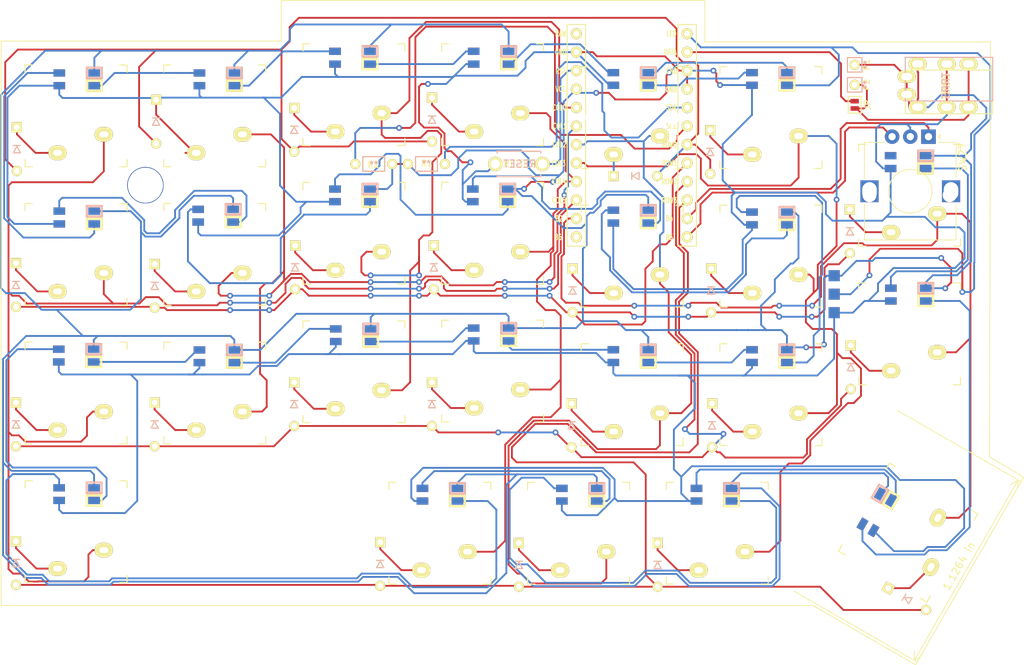
<source format=kicad_pcb>
(kicad_pcb (version 20171130) (host pcbnew "(5.1.0-0)")
  (layers (0 F.Cu signal) (31 B.Cu signal) (34 B.Paste user) (35 F.Paste user) (36 B.SilkS user) (37 F.SilkS user) (38 B.Mask user) (39 F.Mask user) (44 Edge.Cuts user))
  (net 0 "")
  (net 1 row0)
  (net 2 "Net-(D1-Pad1)")
  (net 3 "Net-(D2-Pad1)")
  (net 4 "Net-(D3-Pad1)")
  (net 5 "Net-(D4-Pad1)")
  (net 6 "Net-(D5-Pad1)")
  (net 7 "Net-(D6-Pad1)")
  (net 8 "Net-(D7-Pad1)")
  (net 9 row1)
  (net 10 "Net-(D8-Pad1)")
  (net 11 "Net-(D9-Pad1)")
  (net 12 "Net-(D10-Pad1)")
  (net 13 "Net-(D11-Pad1)")
  (net 14 "Net-(D12-Pad1)")
  (net 15 "Net-(D13-Pad1)")
  (net 16 row2)
  (net 17 "Net-(D14-Pad1)")
  (net 18 "Net-(D15-Pad1)")
  (net 19 "Net-(D16-Pad1)")
  (net 20 "Net-(D17-Pad1)")
  (net 21 "Net-(D18-Pad1)")
  (net 22 "Net-(D19-Pad1)")
  (net 23 "Net-(D20-Pad1)")
  (net 24 row3)
  (net 25 "Net-(D21-Pad1)")
  (net 26 "Net-(D22-Pad1)")
  (net 27 "Net-(D23-Pad1)")
  (net 28 "Net-(D24-Pad1)")
  (net 29 "Net-(D25-Pad1)")
  (net 30 VCC)
  (net 31 LED)
  (net 32 GND)
  (net 33 "Net-(J2-PadA)")
  (net 34 "Net-(J2-PadB)")
  (net 35 data)
  (net 36 "Net-(L1-Pad3)")
  (net 37 "Net-(L1-Pad1)")
  (net 38 "Net-(L2-Pad3)")
  (net 39 "Net-(L3-Pad3)")
  (net 40 "Net-(L10-Pad3)")
  (net 41 "Net-(L11-Pad1)")
  (net 42 "Net-(L5-Pad3)")
  (net 43 "Net-(L12-Pad3)")
  (net 44 "Net-(L13-Pad1)")
  (net 45 "Net-(L7-Pad1)")
  (net 46 "Net-(L14-Pad1)")
  (net 47 "Net-(L15-Pad3)")
  (net 48 "Net-(L16-Pad1)")
  (net 49 "Net-(L10-Pad1)")
  (net 50 "Net-(L11-Pad3)")
  (net 51 "Net-(L12-Pad1)")
  (net 52 "Net-(L13-Pad3)")
  (net 53 "Net-(L14-Pad3)")
  (net 54 "Net-(L16-Pad3)")
  (net 55 "Net-(L17-Pad1)")
  (net 56 "Net-(L18-Pad3)")
  (net 57 "Net-(L19-Pad1)")
  (net 58 "Net-(L20-Pad3)")
  (net 59 "Net-(L21-Pad3)")
  (net 60 "Net-(L23-Pad3)")
  (net 61 SDA)
  (net 62 SCL)
  (net 63 col0)
  (net 64 col1)
  (net 65 col2)
  (net 66 col3)
  (net 67 col4)
  (net 68 col5)
  (net 69 col6)
  (net 70 reset)
  (net 71 "Net-(U1-Pad13)")
  (net 72 "Net-(U1-Pad24)")
  (net 73 rotB)
  (net 74 rotA)
  (module kbd:HOLE (layer F.Cu) (at 99.7712 70.4088)
    (fp_text reference Ref**)
    (fp_text value Val**)
    (pad "" np_thru_hole circle (at 0 0) (size 5 5) (drill 4.8) (layers *.Cu *.Mask))
  )
  (module kbd:CherryMX_1u (layer F.Cu) (at 185.6912 99.2038 180)
    (fp_text reference SW18 hide)
    (fp_text value SW_PUSH hide)
    (pad "" np_thru_hole circle (at 0 0 270) (size 4 4) (drill 4) (layers *.Cu *.Mask))
    (pad "" np_thru_hole circle (at -5.5 0 270) (size 1.9 1.9) (drill 1.9) (layers *.Cu *.Mask))
    (pad "" np_thru_hole circle (at 5.5 0 270) (size 1.9 1.9) (drill 1.9) (layers *.Cu *.Mask))
    (pad 2 thru_hole oval (at 2.54 -5.08 180) (size 2.5 2) (drill oval 1.2 0.8) (layers *.Cu F.SilkS B.Mask) (net 20 "Net-(D17-Pad1)"))
    (pad 1 thru_hole oval (at -3.81 -2.54 180) (size 2.5 2) (drill oval 1.2 0.8) (layers *.Cu F.SilkS B.Mask) (net 66 col3))
  )
  (module kbd:SK6812MINI_rev (layer F.Cu) (at 147.2692 52.8828)
    (fp_text reference L13 hide)
    (fp_text value SK6812MINI hide)
    (pad 4 smd rect (at 2.4 0.875) (size 1.6 1) (layers F.Cu F.Paste F.Mask) (net 30 VCC))
    (pad 3 smd rect (at 2.4 -0.875) (size 1.6 1) (layers F.Cu F.Paste F.Mask) (net 52 "Net-(L13-Pad3)"))
    (pad 1 smd rect (at -2.4 0.875) (size 1.6 1) (layers F.Cu F.Paste F.Mask) (net 44 "Net-(L13-Pad1)"))
    (pad 2 smd rect (at -2.4 -0.875) (size 1.6 1) (layers F.Cu F.Paste F.Mask) (net 32 GND))
    (pad 3 smd rect (at 2.4 0.875) (size 1.6 1) (layers B.Cu B.Paste B.Mask) (net 52 "Net-(L13-Pad3)"))
    (pad 4 smd rect (at 2.4 -0.875) (size 1.6 1) (layers B.Cu B.Paste B.Mask) (net 30 VCC))
    (pad 1 smd rect (at -2.4 -0.875) (size 1.6 1) (layers B.Cu B.Paste B.Mask) (net 44 "Net-(L13-Pad1)"))
    (pad 2 smd rect (at -2.4 0.875) (size 1.6 1) (layers B.Cu B.Paste B.Mask) (net 32 GND))
  )
  (module kbd:CherryMX_1u (layer F.Cu) (at 204.7412 90.8388 180)
    (fp_text reference SW21 hide)
    (fp_text value SW_PUSH hide)
    (pad "" np_thru_hole circle (at 0 0 270) (size 4 4) (drill 4) (layers *.Cu *.Mask))
    (pad "" np_thru_hole circle (at -5.5 0 270) (size 1.9 1.9) (drill 1.9) (layers *.Cu *.Mask))
    (pad "" np_thru_hole circle (at 5.5 0 270) (size 1.9 1.9) (drill 1.9) (layers *.Cu *.Mask))
    (pad 2 thru_hole oval (at 2.54 -5.08 180) (size 2.5 2) (drill oval 1.2 0.8) (layers *.Cu F.SilkS B.Mask) (net 23 "Net-(D20-Pad1)"))
    (pad 1 thru_hole oval (at -3.81 -2.54 180) (size 2.5 2) (drill oval 1.2 0.8) (layers *.Cu F.SilkS B.Mask) (net 69 col6))
  )
  (module kbd:CherryMX_1u (layer F.Cu) (at 128.4142 77.0128 180)
    (fp_text reference SW7 hide)
    (fp_text value SW_PUSH hide)
    (pad "" np_thru_hole circle (at 0 0 270) (size 4 4) (drill 4) (layers *.Cu *.Mask))
    (pad "" np_thru_hole circle (at -5.5 0 270) (size 1.9 1.9) (drill 1.9) (layers *.Cu *.Mask))
    (pad "" np_thru_hole circle (at 5.5 0 270) (size 1.9 1.9) (drill 1.9) (layers *.Cu *.Mask))
    (pad 2 thru_hole oval (at 2.54 -5.08 180) (size 2.5 2) (drill oval 1.2 0.8) (layers *.Cu F.SilkS B.Mask) (net 8 "Net-(D7-Pad1)"))
    (pad 1 thru_hole oval (at -3.81 -2.54 180) (size 2.5 2) (drill oval 1.2 0.8) (layers *.Cu F.SilkS B.Mask) (net 63 col0))
  )
  (module kbd:CherryMX_1u (layer F.Cu) (at 109.2962 79.9338 180)
    (fp_text reference SW8 hide)
    (fp_text value SW_PUSH hide)
    (pad 1 thru_hole oval (at -3.81 -2.54 180) (size 2.5 2) (drill oval 1.2 0.8) (layers *.Cu F.SilkS B.Mask) (net 64 col1))
    (pad 2 thru_hole oval (at 2.54 -5.08 180) (size 2.5 2) (drill oval 1.2 0.8) (layers *.Cu F.SilkS B.Mask) (net 10 "Net-(D8-Pad1)"))
    (pad "" np_thru_hole circle (at 5.5 0 270) (size 1.9 1.9) (drill 1.9) (layers *.Cu *.Mask))
    (pad "" np_thru_hole circle (at -5.5 0 270) (size 1.9 1.9) (drill 1.9) (layers *.Cu *.Mask))
    (pad "" np_thru_hole circle (at 0 0 270) (size 4 4) (drill 4) (layers *.Cu *.Mask))
  )
  (module kbd:CherryMX_1u (layer F.Cu) (at 204.5462 118.1608 240)
    (fp_text reference SW26 hide)
    (fp_text value SW_PUSH hide)
    (pad 1 thru_hole oval (at -3.81 -2.54 240) (size 2.5 2) (drill oval 1.2 0.8) (layers *.Cu F.SilkS B.Mask) (net 69 col6))
    (pad 2 thru_hole oval (at 2.54 -5.08 240) (size 2.5 2) (drill oval 1.2 0.8) (layers *.Cu F.SilkS B.Mask) (net 29 "Net-(D25-Pad1)"))
    (pad "" np_thru_hole circle (at 5.5 0 330) (size 1.9 1.9) (drill 1.9) (layers *.Cu *.Mask))
    (pad "" np_thru_hole circle (at -5.5 0 330) (size 1.9 1.9) (drill 1.9) (layers *.Cu *.Mask))
    (pad "" np_thru_hole circle (at 0 0 330) (size 4 4) (drill 4) (layers *.Cu *.Mask))
  )
  (module kbd:CherryMX_1u (layer F.Cu) (at 128.4142 96.0628 180)
    (fp_text reference SW15 hide)
    (fp_text value SW_PUSH hide)
    (pad "" np_thru_hole circle (at 0 0 270) (size 4 4) (drill 4) (layers *.Cu *.Mask))
    (pad "" np_thru_hole circle (at -5.5 0 270) (size 1.9 1.9) (drill 1.9) (layers *.Cu *.Mask))
    (pad "" np_thru_hole circle (at 5.5 0 270) (size 1.9 1.9) (drill 1.9) (layers *.Cu *.Mask))
    (pad 2 thru_hole oval (at 2.54 -5.08 180) (size 2.5 2) (drill oval 1.2 0.8) (layers *.Cu F.SilkS B.Mask) (net 17 "Net-(D14-Pad1)"))
    (pad 1 thru_hole oval (at -3.81 -2.54 180) (size 2.5 2) (drill oval 1.2 0.8) (layers *.Cu F.SilkS B.Mask) (net 63 col0))
  )
  (module kbd:MJ-4PP-9 (layer F.Cu) (at 216.154 57.5818 270)
    (fp_text reference J2)
    (fp_text value MJ-4PP-9 hide)
    (fp_text user TRRS (at -0.8255 6.4135 270) (layer B.SilkS) (effects (justify mirror)))
    (fp_text user TRRS (at -0.75 6.45 270) (layer F.SilkS))
    (pad "" np_thru_hole circle (at -1.75 8.5 270) (size 1.2 1.2) (drill 1.2) (layers *.Cu *.Mask F.SilkS))
    (pad "" np_thru_hole circle (at -1.75 1.5 270) (size 1.2 1.2) (drill 1.2) (layers *.Cu *.Mask F.SilkS))
    (pad D thru_hole oval (at -3.85 10.3 270) (size 1.7 2.5) (drill oval 1 1.5) (layers *.Cu *.Mask F.SilkS) (net 30 VCC) (clearance 0.15))
    (pad A thru_hole oval (at 0.35 11.8 270) (size 1.7 2.5) (drill oval 1 1.5) (layers *.Cu *.Mask F.SilkS) (net 33 "Net-(J2-PadA)") (clearance 0.15))
    (pad B thru_hole oval (at -3.85 3.3 270) (size 1.7 2.5) (drill oval 1 1.5) (layers *.Cu *.Mask F.SilkS) (net 34 "Net-(J2-PadB)"))
    (pad C thru_hole oval (at -3.85 6.3 270) (size 1.7 2.5) (drill oval 1 1.5) (layers *.Cu *.Mask F.SilkS) (net 32 GND))
    (pad "" np_thru_hole circle (at 0 1.5 270) (size 1.2 1.2) (drill 1.2) (layers *.Cu *.Mask F.SilkS))
    (pad "" np_thru_hole circle (at 0 8.5 270) (size 1.2 1.2) (drill 1.2) (layers *.Cu *.Mask F.SilkS))
    (pad B thru_hole oval (at 2.1 3.3 270) (size 1.7 2.5) (drill oval 1 1.5) (layers *.Cu *.Mask F.SilkS) (net 34 "Net-(J2-PadB)"))
    (pad C thru_hole oval (at 2.1 6.3 270) (size 1.7 2.5) (drill oval 1 1.5) (layers *.Cu *.Mask F.SilkS) (net 32 GND))
    (pad D thru_hole oval (at 2.1 10.3 270) (size 1.7 2.5) (drill oval 1 1.5) (layers *.Cu *.Mask F.SilkS) (net 30 VCC) (clearance 0.15))
    (pad A thru_hole oval (at -2.1 11.8 270) (size 1.7 2.5) (drill oval 1 1.5) (layers *.Cu *.Mask F.SilkS) (net 33 "Net-(J2-PadA)") (clearance 0.15))
  )
  (module kbd:D3_TH (layer F.Cu) (at 120.2182 62.7888 270)
    (fp_text reference D1 hide)
    (fp_text value DIODE hide)
    (pad 2 thru_hole circle (at 3 0 270) (size 1.397 1.397) (drill 0.8128) (layers *.Cu F.SilkS B.Mask) (net 1 row0))
    (pad 1 thru_hole rect (at -3 0 270) (size 1.397 1.397) (drill 0.8128) (layers *.Cu F.SilkS B.Mask) (net 2 "Net-(D1-Pad1)"))
  )
  (module kbd:D3_TH (layer F.Cu) (at 101.2444 61.6712 270)
    (fp_text reference D2 hide)
    (fp_text value DIODE hide)
    (pad 2 thru_hole circle (at 3 0 270) (size 1.397 1.397) (drill 0.8128) (layers *.Cu F.SilkS B.Mask) (net 1 row0))
    (pad 1 thru_hole rect (at -3 0 270) (size 1.397 1.397) (drill 0.8128) (layers *.Cu F.SilkS B.Mask) (net 3 "Net-(D2-Pad1)"))
  )
  (module kbd:D3_TH (layer F.Cu) (at 167.0812 69.1388)
    (fp_text reference D3 hide)
    (fp_text value DIODE hide)
    (pad 1 thru_hole rect (at -3 0) (size 1.397 1.397) (drill 0.8128) (layers *.Cu F.SilkS B.Mask) (net 4 "Net-(D3-Pad1)"))
    (pad 2 thru_hole circle (at 3 0) (size 1.397 1.397) (drill 0.8128) (layers *.Cu F.SilkS B.Mask) (net 1 row0))
  )
  (module kbd:D3_TH (layer F.Cu) (at 177.3682 65.8368 270)
    (fp_text reference D4 hide)
    (fp_text value DIODE hide)
    (pad 2 thru_hole circle (at 3 0 270) (size 1.397 1.397) (drill 0.8128) (layers *.Cu F.SilkS B.Mask) (net 1 row0))
    (pad 1 thru_hole rect (at -3 0 270) (size 1.397 1.397) (drill 0.8128) (layers *.Cu F.SilkS B.Mask) (net 5 "Net-(D4-Pad1)"))
  )
  (module kbd:D3_TH (layer F.Cu) (at 139.1412 61.3918 270)
    (fp_text reference D5 hide)
    (fp_text value DIODE hide)
    (pad 1 thru_hole rect (at -3 0 270) (size 1.397 1.397) (drill 0.8128) (layers *.Cu F.SilkS B.Mask) (net 6 "Net-(D5-Pad1)"))
    (pad 2 thru_hole circle (at 3 0 270) (size 1.397 1.397) (drill 0.8128) (layers *.Cu F.SilkS B.Mask) (net 1 row0))
  )
  (module kbd:D3_TH (layer F.Cu) (at 82.1182 65.4558 270)
    (fp_text reference D6 hide)
    (fp_text value DIODE hide)
    (pad 1 thru_hole rect (at -3 0 270) (size 1.397 1.397) (drill 0.8128) (layers *.Cu F.SilkS B.Mask) (net 7 "Net-(D6-Pad1)"))
    (pad 2 thru_hole circle (at 3 0 270) (size 1.397 1.397) (drill 0.8128) (layers *.Cu F.SilkS B.Mask) (net 1 row0))
  )
  (module kbd:D3_TH (layer F.Cu) (at 120.3452 81.7118 270)
    (fp_text reference D7 hide)
    (fp_text value DIODE hide)
    (pad 1 thru_hole rect (at -3 0 270) (size 1.397 1.397) (drill 0.8128) (layers *.Cu F.SilkS B.Mask) (net 8 "Net-(D7-Pad1)"))
    (pad 2 thru_hole circle (at 3 0 270) (size 1.397 1.397) (drill 0.8128) (layers *.Cu F.SilkS B.Mask) (net 9 row1))
  )
  (module kbd:D3_TH (layer F.Cu) (at 101.0412 84.2518 270)
    (fp_text reference D8 hide)
    (fp_text value DIODE hide)
    (pad 2 thru_hole circle (at 3 0 270) (size 1.397 1.397) (drill 0.8128) (layers *.Cu F.SilkS B.Mask) (net 9 row1))
    (pad 1 thru_hole rect (at -3 0 270) (size 1.397 1.397) (drill 0.8128) (layers *.Cu F.SilkS B.Mask) (net 10 "Net-(D8-Pad1)"))
  )
  (module kbd:D3_TH (layer F.Cu) (at 158.4452 84.8868 270)
    (fp_text reference D9 hide)
    (fp_text value DIODE hide)
    (pad 1 thru_hole rect (at -3 0 270) (size 1.397 1.397) (drill 0.8128) (layers *.Cu F.SilkS B.Mask) (net 11 "Net-(D9-Pad1)"))
    (pad 2 thru_hole circle (at 3 0 270) (size 1.397 1.397) (drill 0.8128) (layers *.Cu F.SilkS B.Mask) (net 9 row1))
  )
  (module kbd:D3_TH (layer F.Cu) (at 177.4952 84.8868 270)
    (fp_text reference D10 hide)
    (fp_text value DIODE hide)
    (pad 2 thru_hole circle (at 3 0 270) (size 1.397 1.397) (drill 0.8128) (layers *.Cu F.SilkS B.Mask) (net 9 row1))
    (pad 1 thru_hole rect (at -3 0 270) (size 1.397 1.397) (drill 0.8128) (layers *.Cu F.SilkS B.Mask) (net 12 "Net-(D10-Pad1)"))
  )
  (module kbd:D3_TH (layer F.Cu) (at 139.3952 81.7118 270)
    (fp_text reference D11 hide)
    (fp_text value DIODE hide)
    (pad 1 thru_hole rect (at -3 0 270) (size 1.397 1.397) (drill 0.8128) (layers *.Cu F.SilkS B.Mask) (net 13 "Net-(D11-Pad1)"))
    (pad 2 thru_hole circle (at 3 0 270) (size 1.397 1.397) (drill 0.8128) (layers *.Cu F.SilkS B.Mask) (net 9 row1))
  )
  (module kbd:D3_TH (layer F.Cu) (at 81.9912 84.1248 270)
    (fp_text reference D12 hide)
    (fp_text value DIODE hide)
    (pad 2 thru_hole circle (at 3 0 270) (size 1.397 1.397) (drill 0.8128) (layers *.Cu F.SilkS B.Mask) (net 9 row1))
    (pad 1 thru_hole rect (at -3 0 270) (size 1.397 1.397) (drill 0.8128) (layers *.Cu F.SilkS B.Mask) (net 14 "Net-(D12-Pad1)"))
  )
  (module kbd:D3_TH (layer F.Cu) (at 196.5452 76.7588 270)
    (fp_text reference D13 hide)
    (fp_text value DIODE hide)
    (pad 1 thru_hole rect (at -3 0 270) (size 1.397 1.397) (drill 0.8128) (layers *.Cu F.SilkS B.Mask) (net 15 "Net-(D13-Pad1)"))
    (pad 2 thru_hole circle (at 3 0 270) (size 1.397 1.397) (drill 0.8128) (layers *.Cu F.SilkS B.Mask) (net 9 row1))
  )
  (module kbd:D3_TH (layer F.Cu) (at 120.2182 100.5078 270)
    (fp_text reference D14 hide)
    (fp_text value DIODE hide)
    (pad 2 thru_hole circle (at 3 0 270) (size 1.397 1.397) (drill 0.8128) (layers *.Cu F.SilkS B.Mask) (net 16 row2))
    (pad 1 thru_hole rect (at -3 0 270) (size 1.397 1.397) (drill 0.8128) (layers *.Cu F.SilkS B.Mask) (net 17 "Net-(D14-Pad1)"))
  )
  (module kbd:D3_TH (layer F.Cu) (at 101.0412 103.3018 270)
    (fp_text reference D15 hide)
    (fp_text value DIODE hide)
    (pad 1 thru_hole rect (at -3 0 270) (size 1.397 1.397) (drill 0.8128) (layers *.Cu F.SilkS B.Mask) (net 18 "Net-(D15-Pad1)"))
    (pad 2 thru_hole circle (at 3 0 270) (size 1.397 1.397) (drill 0.8128) (layers *.Cu F.SilkS B.Mask) (net 16 row2))
  )
  (module kbd:D3_TH (layer F.Cu) (at 158.3182 103.4288 270)
    (fp_text reference D16 hide)
    (fp_text value DIODE hide)
    (pad 2 thru_hole circle (at 3 0 270) (size 1.397 1.397) (drill 0.8128) (layers *.Cu F.SilkS B.Mask) (net 16 row2))
    (pad 1 thru_hole rect (at -3 0 270) (size 1.397 1.397) (drill 0.8128) (layers *.Cu F.SilkS B.Mask) (net 19 "Net-(D16-Pad1)"))
  )
  (module kbd:D3_TH (layer F.Cu) (at 177.6222 103.4288 270)
    (fp_text reference D17 hide)
    (fp_text value DIODE hide)
    (pad 1 thru_hole rect (at -3 0 270) (size 1.397 1.397) (drill 0.8128) (layers *.Cu F.SilkS B.Mask) (net 20 "Net-(D17-Pad1)"))
    (pad 2 thru_hole circle (at 3 0 270) (size 1.397 1.397) (drill 0.8128) (layers *.Cu F.SilkS B.Mask) (net 16 row2))
  )
  (module kbd:D3_TH (layer F.Cu) (at 139.1412 100.5078 270)
    (fp_text reference D18 hide)
    (fp_text value DIODE hide)
    (pad 1 thru_hole rect (at -3 0 270) (size 1.397 1.397) (drill 0.8128) (layers *.Cu F.SilkS B.Mask) (net 21 "Net-(D18-Pad1)"))
    (pad 2 thru_hole circle (at 3 0 270) (size 1.397 1.397) (drill 0.8128) (layers *.Cu F.SilkS B.Mask) (net 16 row2))
  )
  (module kbd:D3_TH (layer F.Cu) (at 81.9912 103.3018 270)
    (fp_text reference D19 hide)
    (fp_text value DIODE hide)
    (pad 2 thru_hole circle (at 3 0 270) (size 1.397 1.397) (drill 0.8128) (layers *.Cu F.SilkS B.Mask) (net 16 row2))
    (pad 1 thru_hole rect (at -3 0 270) (size 1.397 1.397) (drill 0.8128) (layers *.Cu F.SilkS B.Mask) (net 22 "Net-(D19-Pad1)"))
  )
  (module kbd:D3_TH (layer F.Cu) (at 196.6722 95.4278 270)
    (fp_text reference D20 hide)
    (fp_text value DIODE hide)
    (pad 1 thru_hole rect (at -3 0 270) (size 1.397 1.397) (drill 0.8128) (layers *.Cu F.SilkS B.Mask) (net 23 "Net-(D20-Pad1)"))
    (pad 2 thru_hole circle (at 3 0 270) (size 1.397 1.397) (drill 0.8128) (layers *.Cu F.SilkS B.Mask) (net 16 row2))
  )
  (module kbd:D3_TH (layer F.Cu) (at 151.0792 122.6058 270)
    (fp_text reference D21 hide)
    (fp_text value DIODE hide)
    (pad 2 thru_hole circle (at 3 0 270) (size 1.397 1.397) (drill 0.8128) (layers *.Cu F.SilkS B.Mask) (net 24 row3))
    (pad 1 thru_hole rect (at -3 0 270) (size 1.397 1.397) (drill 0.8128) (layers *.Cu F.SilkS B.Mask) (net 25 "Net-(D21-Pad1)"))
  )
  (module kbd:D3_TH (layer F.Cu) (at 170.1292 122.6058 270)
    (fp_text reference D22 hide)
    (fp_text value DIODE hide)
    (pad 1 thru_hole rect (at -3 0 270) (size 1.397 1.397) (drill 0.8128) (layers *.Cu F.SilkS B.Mask) (net 26 "Net-(D22-Pad1)"))
    (pad 2 thru_hole circle (at 3 0 270) (size 1.397 1.397) (drill 0.8128) (layers *.Cu F.SilkS B.Mask) (net 24 row3))
  )
  (module kbd:D3_TH (layer F.Cu) (at 132.0292 122.4788 270)
    (fp_text reference D23 hide)
    (fp_text value DIODE hide)
    (pad 2 thru_hole circle (at 3 0 270) (size 1.397 1.397) (drill 0.8128) (layers *.Cu F.SilkS B.Mask) (net 24 row3))
    (pad 1 thru_hole rect (at -3 0 270) (size 1.397 1.397) (drill 0.8128) (layers *.Cu F.SilkS B.Mask) (net 27 "Net-(D23-Pad1)"))
  )
  (module kbd:D3_TH (layer F.Cu) (at 81.9912 122.3518 270)
    (fp_text reference D24 hide)
    (fp_text value DIODE hide)
    (pad 1 thru_hole rect (at -3 0 270) (size 1.397 1.397) (drill 0.8128) (layers *.Cu F.SilkS B.Mask) (net 28 "Net-(D24-Pad1)"))
    (pad 2 thru_hole circle (at 3 0 270) (size 1.397 1.397) (drill 0.8128) (layers *.Cu F.SilkS B.Mask) (net 24 row3))
  )
  (module kbd:D3_TH (layer F.Cu) (at 204.4192 127.3048 330)
    (fp_text reference D25 hide)
    (fp_text value DIODE hide)
    (pad 2 thru_hole circle (at 3 0 330) (size 1.397 1.397) (drill 0.8128) (layers *.Cu F.SilkS B.Mask) (net 24 row3))
    (pad 1 thru_hole rect (at -3 0 330) (size 1.397 1.397) (drill 0.8128) (layers *.Cu F.SilkS B.Mask) (net 29 "Net-(D25-Pad1)"))
  )
  (module kbd:StripLED_rev (layer F.Cu) (at 194.3862 82.8548)
    (fp_text reference J1 hide)
    (fp_text value LED hide)
    (pad 3 smd rect (at 0 5.08) (size 1.524 1.524) (layers F.Cu F.Paste F.Mask) (net 30 VCC))
    (pad 2 smd rect (at 0 2.54) (size 1.524 1.524) (layers F.Cu F.Paste F.Mask) (net 31 LED))
    (pad 1 smd rect (at 0 0) (size 1.524 1.524) (layers F.Cu F.Paste F.Mask) (net 32 GND))
    (pad 1 smd rect (at 0 5.08) (size 1.524 1.524) (layers B.Cu B.Paste B.Mask) (net 32 GND))
    (pad 2 smd rect (at 0 2.54) (size 1.524 1.524) (layers B.Cu B.Paste B.Mask) (net 31 LED))
    (pad 3 smd rect (at 0 0) (size 1.524 1.524) (layers B.Cu B.Paste B.Mask) (net 30 VCC))
  )
  (module kbd:Jumper (layer F.Cu) (at 197.2062 59.3578 270)
    (fp_text reference JP1 hide)
    (fp_text value JP (at 0 -1.75 270) (layer F.SilkS) (effects (font (size 0.8128 0.8128))))
    (pad 1 smd rect (at -0.50038 0 270) (size 0.635 1.143) (layers F.Cu F.Paste F.Mask) (net 35 data) (clearance 0.1905))
    (pad 2 smd rect (at 0.50038 0 270) (size 0.635 1.143) (layers F.Cu F.Paste F.Mask) (net 34 "Net-(J2-PadB)") (clearance 0.1905))
  )
  (module kbd:SK6812MINI_rev (layer F.Cu) (at 159.3762 112.9538)
    (fp_text reference L1 hide)
    (fp_text value SK6812MINI hide)
    (pad 4 smd rect (at 2.4 0.875) (size 1.6 1) (layers F.Cu F.Paste F.Mask) (net 30 VCC))
    (pad 3 smd rect (at 2.4 -0.875) (size 1.6 1) (layers F.Cu F.Paste F.Mask) (net 36 "Net-(L1-Pad3)"))
    (pad 1 smd rect (at -2.4 0.875) (size 1.6 1) (layers F.Cu F.Paste F.Mask) (net 37 "Net-(L1-Pad1)"))
    (pad 2 smd rect (at -2.4 -0.875) (size 1.6 1) (layers F.Cu F.Paste F.Mask) (net 32 GND))
    (pad 3 smd rect (at 2.4 0.875) (size 1.6 1) (layers B.Cu B.Paste B.Mask) (net 36 "Net-(L1-Pad3)"))
    (pad 4 smd rect (at 2.4 -0.875) (size 1.6 1) (layers B.Cu B.Paste B.Mask) (net 30 VCC))
    (pad 1 smd rect (at -2.4 -0.875) (size 1.6 1) (layers B.Cu B.Paste B.Mask) (net 37 "Net-(L1-Pad1)"))
    (pad 2 smd rect (at -2.4 0.875) (size 1.6 1) (layers B.Cu B.Paste B.Mask) (net 32 GND))
  )
  (module kbd:SK6812MINI_rev (layer F.Cu) (at 140.2262 112.9538)
    (fp_text reference L2 hide)
    (fp_text value SK6812MINI hide)
    (pad 4 smd rect (at 2.4 0.875) (size 1.6 1) (layers F.Cu F.Paste F.Mask) (net 30 VCC))
    (pad 3 smd rect (at 2.4 -0.875) (size 1.6 1) (layers F.Cu F.Paste F.Mask) (net 38 "Net-(L2-Pad3)"))
    (pad 1 smd rect (at -2.4 0.875) (size 1.6 1) (layers F.Cu F.Paste F.Mask) (net 36 "Net-(L1-Pad3)"))
    (pad 2 smd rect (at -2.4 -0.875) (size 1.6 1) (layers F.Cu F.Paste F.Mask) (net 32 GND))
    (pad 3 smd rect (at 2.4 0.875) (size 1.6 1) (layers B.Cu B.Paste B.Mask) (net 38 "Net-(L2-Pad3)"))
    (pad 4 smd rect (at 2.4 -0.875) (size 1.6 1) (layers B.Cu B.Paste B.Mask) (net 30 VCC))
    (pad 1 smd rect (at -2.4 -0.875) (size 1.6 1) (layers B.Cu B.Paste B.Mask) (net 36 "Net-(L1-Pad3)"))
    (pad 2 smd rect (at -2.4 0.875) (size 1.6 1) (layers B.Cu B.Paste B.Mask) (net 32 GND))
  )
  (module kbd:SK6812MINI_rev (layer F.Cu) (at 185.4962 93.9038)
    (fp_text reference L3 hide)
    (fp_text value SK6812MINI hide)
    (pad 4 smd rect (at 2.4 0.875) (size 1.6 1) (layers F.Cu F.Paste F.Mask) (net 30 VCC))
    (pad 3 smd rect (at 2.4 -0.875) (size 1.6 1) (layers F.Cu F.Paste F.Mask) (net 39 "Net-(L3-Pad3)"))
    (pad 1 smd rect (at -2.4 0.875) (size 1.6 1) (layers F.Cu F.Paste F.Mask) (net 40 "Net-(L10-Pad3)"))
    (pad 2 smd rect (at -2.4 -0.875) (size 1.6 1) (layers F.Cu F.Paste F.Mask) (net 32 GND))
    (pad 3 smd rect (at 2.4 0.875) (size 1.6 1) (layers B.Cu B.Paste B.Mask) (net 39 "Net-(L3-Pad3)"))
    (pad 4 smd rect (at 2.4 -0.875) (size 1.6 1) (layers B.Cu B.Paste B.Mask) (net 30 VCC))
    (pad 1 smd rect (at -2.4 -0.875) (size 1.6 1) (layers B.Cu B.Paste B.Mask) (net 40 "Net-(L10-Pad3)"))
    (pad 2 smd rect (at -2.4 0.875) (size 1.6 1) (layers B.Cu B.Paste B.Mask) (net 32 GND))
  )
  (module kbd:SK6812MINI_rev (layer F.Cu) (at 185.4962 74.9808)
    (fp_text reference L4 hide)
    (fp_text value SK6812MINI hide)
    (pad 4 smd rect (at 2.4 0.875) (size 1.6 1) (layers F.Cu F.Paste F.Mask) (net 30 VCC))
    (pad 3 smd rect (at 2.4 -0.875) (size 1.6 1) (layers F.Cu F.Paste F.Mask) (net 41 "Net-(L11-Pad1)"))
    (pad 1 smd rect (at -2.4 0.875) (size 1.6 1) (layers F.Cu F.Paste F.Mask) (net 39 "Net-(L3-Pad3)"))
    (pad 2 smd rect (at -2.4 -0.875) (size 1.6 1) (layers F.Cu F.Paste F.Mask) (net 32 GND))
    (pad 3 smd rect (at 2.4 0.875) (size 1.6 1) (layers B.Cu B.Paste B.Mask) (net 41 "Net-(L11-Pad1)"))
    (pad 4 smd rect (at 2.4 -0.875) (size 1.6 1) (layers B.Cu B.Paste B.Mask) (net 30 VCC))
    (pad 1 smd rect (at -2.4 -0.875) (size 1.6 1) (layers B.Cu B.Paste B.Mask) (net 39 "Net-(L3-Pad3)"))
    (pad 2 smd rect (at -2.4 0.875) (size 1.6 1) (layers B.Cu B.Paste B.Mask) (net 32 GND))
  )
  (module kbd:SK6812MINI_rev (layer F.Cu) (at 109.5912 55.8538)
    (fp_text reference L5 hide)
    (fp_text value SK6812MINI hide)
    (pad 4 smd rect (at 2.4 0.875) (size 1.6 1) (layers F.Cu F.Paste F.Mask) (net 30 VCC))
    (pad 3 smd rect (at 2.4 -0.875) (size 1.6 1) (layers F.Cu F.Paste F.Mask) (net 42 "Net-(L5-Pad3)"))
    (pad 1 smd rect (at -2.4 0.875) (size 1.6 1) (layers F.Cu F.Paste F.Mask) (net 43 "Net-(L12-Pad3)"))
    (pad 2 smd rect (at -2.4 -0.875) (size 1.6 1) (layers F.Cu F.Paste F.Mask) (net 32 GND))
    (pad 3 smd rect (at 2.4 0.875) (size 1.6 1) (layers B.Cu B.Paste B.Mask) (net 42 "Net-(L5-Pad3)"))
    (pad 4 smd rect (at 2.4 -0.875) (size 1.6 1) (layers B.Cu B.Paste B.Mask) (net 30 VCC))
    (pad 1 smd rect (at -2.4 -0.875) (size 1.6 1) (layers B.Cu B.Paste B.Mask) (net 43 "Net-(L12-Pad3)"))
    (pad 2 smd rect (at -2.4 0.875) (size 1.6 1) (layers B.Cu B.Paste B.Mask) (net 32 GND))
  )
  (module kbd:SK6812MINI_rev (layer F.Cu) (at 128.2192 52.8828)
    (fp_text reference L6 hide)
    (fp_text value SK6812MINI hide)
    (pad 4 smd rect (at 2.4 0.875) (size 1.6 1) (layers F.Cu F.Paste F.Mask) (net 30 VCC))
    (pad 3 smd rect (at 2.4 -0.875) (size 1.6 1) (layers F.Cu F.Paste F.Mask) (net 44 "Net-(L13-Pad1)"))
    (pad 1 smd rect (at -2.4 0.875) (size 1.6 1) (layers F.Cu F.Paste F.Mask) (net 42 "Net-(L5-Pad3)"))
    (pad 2 smd rect (at -2.4 -0.875) (size 1.6 1) (layers F.Cu F.Paste F.Mask) (net 32 GND))
    (pad 3 smd rect (at 2.4 0.875) (size 1.6 1) (layers B.Cu B.Paste B.Mask) (net 44 "Net-(L13-Pad1)"))
    (pad 4 smd rect (at 2.4 -0.875) (size 1.6 1) (layers B.Cu B.Paste B.Mask) (net 30 VCC))
    (pad 1 smd rect (at -2.4 -0.875) (size 1.6 1) (layers B.Cu B.Paste B.Mask) (net 42 "Net-(L5-Pad3)"))
    (pad 2 smd rect (at -2.4 0.875) (size 1.6 1) (layers B.Cu B.Paste B.Mask) (net 32 GND))
  )
  (module kbd:SK6812MINI_rev (layer F.Cu) (at 204.5462 67.2338)
    (fp_text reference L7 hide)
    (fp_text value SK6812MINI hide)
    (pad 2 smd rect (at -2.4 0.875) (size 1.6 1) (layers B.Cu B.Paste B.Mask) (net 32 GND))
    (pad 1 smd rect (at -2.4 -0.875) (size 1.6 1) (layers B.Cu B.Paste B.Mask) (net 45 "Net-(L7-Pad1)"))
    (pad 4 smd rect (at 2.4 -0.875) (size 1.6 1) (layers B.Cu B.Paste B.Mask) (net 30 VCC))
    (pad 3 smd rect (at 2.4 0.875) (size 1.6 1) (layers B.Cu B.Paste B.Mask) (net 46 "Net-(L14-Pad1)"))
    (pad 2 smd rect (at -2.4 -0.875) (size 1.6 1) (layers F.Cu F.Paste F.Mask) (net 32 GND))
    (pad 1 smd rect (at -2.4 0.875) (size 1.6 1) (layers F.Cu F.Paste F.Mask) (net 45 "Net-(L7-Pad1)"))
    (pad 3 smd rect (at 2.4 -0.875) (size 1.6 1) (layers F.Cu F.Paste F.Mask) (net 46 "Net-(L14-Pad1)"))
    (pad 4 smd rect (at 2.4 0.875) (size 1.6 1) (layers F.Cu F.Paste F.Mask) (net 30 VCC))
  )
  (module kbd:SK6812MINI_rev (layer F.Cu) (at 177.8762 112.9538)
    (fp_text reference L8 hide)
    (fp_text value SK6812MINI hide)
    (pad 4 smd rect (at 2.4 0.875) (size 1.6 1) (layers F.Cu F.Paste F.Mask) (net 30 VCC))
    (pad 3 smd rect (at 2.4 -0.875) (size 1.6 1) (layers F.Cu F.Paste F.Mask) (net 37 "Net-(L1-Pad1)"))
    (pad 1 smd rect (at -2.4 0.875) (size 1.6 1) (layers F.Cu F.Paste F.Mask) (net 47 "Net-(L15-Pad3)"))
    (pad 2 smd rect (at -2.4 -0.875) (size 1.6 1) (layers F.Cu F.Paste F.Mask) (net 32 GND))
    (pad 3 smd rect (at 2.4 0.875) (size 1.6 1) (layers B.Cu B.Paste B.Mask) (net 37 "Net-(L1-Pad1)"))
    (pad 4 smd rect (at 2.4 -0.875) (size 1.6 1) (layers B.Cu B.Paste B.Mask) (net 30 VCC))
    (pad 1 smd rect (at -2.4 -0.875) (size 1.6 1) (layers B.Cu B.Paste B.Mask) (net 47 "Net-(L15-Pad3)"))
    (pad 2 smd rect (at -2.4 0.875) (size 1.6 1) (layers B.Cu B.Paste B.Mask) (net 32 GND))
  )
  (module kbd:SK6812MINI_rev (layer F.Cu) (at 90.3224 112.8776)
    (fp_text reference L9 hide)
    (fp_text value SK6812MINI hide)
    (pad 2 smd rect (at -2.4 0.875) (size 1.6 1) (layers B.Cu B.Paste B.Mask) (net 32 GND))
    (pad 1 smd rect (at -2.4 -0.875) (size 1.6 1) (layers B.Cu B.Paste B.Mask) (net 38 "Net-(L2-Pad3)"))
    (pad 4 smd rect (at 2.4 -0.875) (size 1.6 1) (layers B.Cu B.Paste B.Mask) (net 30 VCC))
    (pad 3 smd rect (at 2.4 0.875) (size 1.6 1) (layers B.Cu B.Paste B.Mask) (net 48 "Net-(L16-Pad1)"))
    (pad 2 smd rect (at -2.4 -0.875) (size 1.6 1) (layers F.Cu F.Paste F.Mask) (net 32 GND))
    (pad 1 smd rect (at -2.4 0.875) (size 1.6 1) (layers F.Cu F.Paste F.Mask) (net 38 "Net-(L2-Pad3)"))
    (pad 3 smd rect (at 2.4 -0.875) (size 1.6 1) (layers F.Cu F.Paste F.Mask) (net 48 "Net-(L16-Pad1)"))
    (pad 4 smd rect (at 2.4 0.875) (size 1.6 1) (layers F.Cu F.Paste F.Mask) (net 30 VCC))
  )
  (module kbd:SK6812MINI_rev (layer F.Cu) (at 166.4462 93.9038)
    (fp_text reference L10 hide)
    (fp_text value SK6812MINI hide)
    (pad 4 smd rect (at 2.4 0.875) (size 1.6 1) (layers F.Cu F.Paste F.Mask) (net 30 VCC))
    (pad 3 smd rect (at 2.4 -0.875) (size 1.6 1) (layers F.Cu F.Paste F.Mask) (net 40 "Net-(L10-Pad3)"))
    (pad 1 smd rect (at -2.4 0.875) (size 1.6 1) (layers F.Cu F.Paste F.Mask) (net 49 "Net-(L10-Pad1)"))
    (pad 2 smd rect (at -2.4 -0.875) (size 1.6 1) (layers F.Cu F.Paste F.Mask) (net 32 GND))
    (pad 3 smd rect (at 2.4 0.875) (size 1.6 1) (layers B.Cu B.Paste B.Mask) (net 40 "Net-(L10-Pad3)"))
    (pad 4 smd rect (at 2.4 -0.875) (size 1.6 1) (layers B.Cu B.Paste B.Mask) (net 30 VCC))
    (pad 1 smd rect (at -2.4 -0.875) (size 1.6 1) (layers B.Cu B.Paste B.Mask) (net 49 "Net-(L10-Pad1)"))
    (pad 2 smd rect (at -2.4 0.875) (size 1.6 1) (layers B.Cu B.Paste B.Mask) (net 32 GND))
  )
  (module kbd:SK6812MINI_rev (layer F.Cu) (at 166.4462 74.7268)
    (fp_text reference L11 hide)
    (fp_text value SK6812MINI hide)
    (pad 2 smd rect (at -2.4 0.875) (size 1.6 1) (layers B.Cu B.Paste B.Mask) (net 32 GND))
    (pad 1 smd rect (at -2.4 -0.875) (size 1.6 1) (layers B.Cu B.Paste B.Mask) (net 41 "Net-(L11-Pad1)"))
    (pad 4 smd rect (at 2.4 -0.875) (size 1.6 1) (layers B.Cu B.Paste B.Mask) (net 30 VCC))
    (pad 3 smd rect (at 2.4 0.875) (size 1.6 1) (layers B.Cu B.Paste B.Mask) (net 50 "Net-(L11-Pad3)"))
    (pad 2 smd rect (at -2.4 -0.875) (size 1.6 1) (layers F.Cu F.Paste F.Mask) (net 32 GND))
    (pad 1 smd rect (at -2.4 0.875) (size 1.6 1) (layers F.Cu F.Paste F.Mask) (net 41 "Net-(L11-Pad1)"))
    (pad 3 smd rect (at 2.4 -0.875) (size 1.6 1) (layers F.Cu F.Paste F.Mask) (net 50 "Net-(L11-Pad3)"))
    (pad 4 smd rect (at 2.4 0.875) (size 1.6 1) (layers F.Cu F.Paste F.Mask) (net 30 VCC))
  )
  (module kbd:SK6812MINI_rev (layer F.Cu) (at 90.3412 55.8538)
    (fp_text reference L12 hide)
    (fp_text value SK6812MINI hide)
    (pad 2 smd rect (at -2.4 0.875) (size 1.6 1) (layers B.Cu B.Paste B.Mask) (net 32 GND))
    (pad 1 smd rect (at -2.4 -0.875) (size 1.6 1) (layers B.Cu B.Paste B.Mask) (net 51 "Net-(L12-Pad1)"))
    (pad 4 smd rect (at 2.4 -0.875) (size 1.6 1) (layers B.Cu B.Paste B.Mask) (net 30 VCC))
    (pad 3 smd rect (at 2.4 0.875) (size 1.6 1) (layers B.Cu B.Paste B.Mask) (net 43 "Net-(L12-Pad3)"))
    (pad 2 smd rect (at -2.4 -0.875) (size 1.6 1) (layers F.Cu F.Paste F.Mask) (net 32 GND))
    (pad 1 smd rect (at -2.4 0.875) (size 1.6 1) (layers F.Cu F.Paste F.Mask) (net 51 "Net-(L12-Pad1)"))
    (pad 3 smd rect (at 2.4 -0.875) (size 1.6 1) (layers F.Cu F.Paste F.Mask) (net 43 "Net-(L12-Pad3)"))
    (pad 4 smd rect (at 2.4 0.875) (size 1.6 1) (layers F.Cu F.Paste F.Mask) (net 30 VCC))
  )
  (module kbd:SK6812MINI_rev (layer F.Cu) (at 204.5716 85.4456)
    (fp_text reference L14 hide)
    (fp_text value SK6812MINI hide)
    (pad 2 smd rect (at -2.4 0.875) (size 1.6 1) (layers B.Cu B.Paste B.Mask) (net 32 GND))
    (pad 1 smd rect (at -2.4 -0.875) (size 1.6 1) (layers B.Cu B.Paste B.Mask) (net 46 "Net-(L14-Pad1)"))
    (pad 4 smd rect (at 2.4 -0.875) (size 1.6 1) (layers B.Cu B.Paste B.Mask) (net 30 VCC))
    (pad 3 smd rect (at 2.4 0.875) (size 1.6 1) (layers B.Cu B.Paste B.Mask) (net 53 "Net-(L14-Pad3)"))
    (pad 2 smd rect (at -2.4 -0.875) (size 1.6 1) (layers F.Cu F.Paste F.Mask) (net 32 GND))
    (pad 1 smd rect (at -2.4 0.875) (size 1.6 1) (layers F.Cu F.Paste F.Mask) (net 46 "Net-(L14-Pad1)"))
    (pad 3 smd rect (at 2.4 -0.875) (size 1.6 1) (layers F.Cu F.Paste F.Mask) (net 53 "Net-(L14-Pad3)"))
    (pad 4 smd rect (at 2.4 0.875) (size 1.6 1) (layers F.Cu F.Paste F.Mask) (net 30 VCC))
  )
  (module kbd:SK6812MINI_rev (layer F.Cu) (at 200.2282 115.3668 60)
    (fp_text reference L15 hide)
    (fp_text value SK6812MINI hide)
    (pad 4 smd rect (at 2.4 0.875 60) (size 1.6 1) (layers F.Cu F.Paste F.Mask) (net 30 VCC))
    (pad 3 smd rect (at 2.4 -0.875 60) (size 1.6 1) (layers F.Cu F.Paste F.Mask) (net 47 "Net-(L15-Pad3)"))
    (pad 1 smd rect (at -2.4 0.875 60) (size 1.6 1) (layers F.Cu F.Paste F.Mask) (net 53 "Net-(L14-Pad3)"))
    (pad 2 smd rect (at -2.4 -0.875 60) (size 1.6 1) (layers F.Cu F.Paste F.Mask) (net 32 GND))
    (pad 3 smd rect (at 2.4 0.875 60) (size 1.6 1) (layers B.Cu B.Paste B.Mask) (net 47 "Net-(L15-Pad3)"))
    (pad 4 smd rect (at 2.4 -0.875 60) (size 1.6 1) (layers B.Cu B.Paste B.Mask) (net 30 VCC))
    (pad 1 smd rect (at -2.4 -0.875 60) (size 1.6 1) (layers B.Cu B.Paste B.Mask) (net 53 "Net-(L14-Pad3)"))
    (pad 2 smd rect (at -2.4 0.875 60) (size 1.6 1) (layers B.Cu B.Paste B.Mask) (net 32 GND))
  )
  (module kbd:SK6812MINI_rev (layer F.Cu) (at 90.2716 93.8276)
    (fp_text reference L16 hide)
    (fp_text value SK6812MINI hide)
    (pad 2 smd rect (at -2.4 0.875) (size 1.6 1) (layers B.Cu B.Paste B.Mask) (net 32 GND))
    (pad 1 smd rect (at -2.4 -0.875) (size 1.6 1) (layers B.Cu B.Paste B.Mask) (net 48 "Net-(L16-Pad1)"))
    (pad 4 smd rect (at 2.4 -0.875) (size 1.6 1) (layers B.Cu B.Paste B.Mask) (net 30 VCC))
    (pad 3 smd rect (at 2.4 0.875) (size 1.6 1) (layers B.Cu B.Paste B.Mask) (net 54 "Net-(L16-Pad3)"))
    (pad 2 smd rect (at -2.4 -0.875) (size 1.6 1) (layers F.Cu F.Paste F.Mask) (net 32 GND))
    (pad 1 smd rect (at -2.4 0.875) (size 1.6 1) (layers F.Cu F.Paste F.Mask) (net 48 "Net-(L16-Pad1)"))
    (pad 3 smd rect (at 2.4 -0.875) (size 1.6 1) (layers F.Cu F.Paste F.Mask) (net 54 "Net-(L16-Pad3)"))
    (pad 4 smd rect (at 2.4 0.875) (size 1.6 1) (layers F.Cu F.Paste F.Mask) (net 30 VCC))
  )
  (module kbd:SK6812MINI_rev (layer F.Cu) (at 147.2692 90.932)
    (fp_text reference L17 hide)
    (fp_text value SK6812MINI hide)
    (pad 4 smd rect (at 2.4 0.875) (size 1.6 1) (layers F.Cu F.Paste F.Mask) (net 30 VCC))
    (pad 3 smd rect (at 2.4 -0.875) (size 1.6 1) (layers F.Cu F.Paste F.Mask) (net 49 "Net-(L10-Pad1)"))
    (pad 1 smd rect (at -2.4 0.875) (size 1.6 1) (layers F.Cu F.Paste F.Mask) (net 55 "Net-(L17-Pad1)"))
    (pad 2 smd rect (at -2.4 -0.875) (size 1.6 1) (layers F.Cu F.Paste F.Mask) (net 32 GND))
    (pad 3 smd rect (at 2.4 0.875) (size 1.6 1) (layers B.Cu B.Paste B.Mask) (net 49 "Net-(L10-Pad1)"))
    (pad 4 smd rect (at 2.4 -0.875) (size 1.6 1) (layers B.Cu B.Paste B.Mask) (net 30 VCC))
    (pad 1 smd rect (at -2.4 -0.875) (size 1.6 1) (layers B.Cu B.Paste B.Mask) (net 55 "Net-(L17-Pad1)"))
    (pad 2 smd rect (at -2.4 0.875) (size 1.6 1) (layers B.Cu B.Paste B.Mask) (net 32 GND))
  )
  (module kbd:SK6812MINI_rev (layer F.Cu) (at 147.1422 71.8058)
    (fp_text reference L18 hide)
    (fp_text value SK6812MINI hide)
    (pad 2 smd rect (at -2.4 0.875) (size 1.6 1) (layers B.Cu B.Paste B.Mask) (net 32 GND))
    (pad 1 smd rect (at -2.4 -0.875) (size 1.6 1) (layers B.Cu B.Paste B.Mask) (net 50 "Net-(L11-Pad3)"))
    (pad 4 smd rect (at 2.4 -0.875) (size 1.6 1) (layers B.Cu B.Paste B.Mask) (net 30 VCC))
    (pad 3 smd rect (at 2.4 0.875) (size 1.6 1) (layers B.Cu B.Paste B.Mask) (net 56 "Net-(L18-Pad3)"))
    (pad 2 smd rect (at -2.4 -0.875) (size 1.6 1) (layers F.Cu F.Paste F.Mask) (net 32 GND))
    (pad 1 smd rect (at -2.4 0.875) (size 1.6 1) (layers F.Cu F.Paste F.Mask) (net 50 "Net-(L11-Pad3)"))
    (pad 3 smd rect (at 2.4 -0.875) (size 1.6 1) (layers F.Cu F.Paste F.Mask) (net 56 "Net-(L18-Pad3)"))
    (pad 4 smd rect (at 2.4 0.875) (size 1.6 1) (layers F.Cu F.Paste F.Mask) (net 30 VCC))
  )
  (module kbd:SK6812MINI_rev (layer F.Cu) (at 90.3412 74.8538)
    (fp_text reference L19 hide)
    (fp_text value SK6812MINI hide)
    (pad 4 smd rect (at 2.4 0.875) (size 1.6 1) (layers F.Cu F.Paste F.Mask) (net 30 VCC))
    (pad 3 smd rect (at 2.4 -0.875) (size 1.6 1) (layers F.Cu F.Paste F.Mask) (net 51 "Net-(L12-Pad1)"))
    (pad 1 smd rect (at -2.4 0.875) (size 1.6 1) (layers F.Cu F.Paste F.Mask) (net 57 "Net-(L19-Pad1)"))
    (pad 2 smd rect (at -2.4 -0.875) (size 1.6 1) (layers F.Cu F.Paste F.Mask) (net 32 GND))
    (pad 3 smd rect (at 2.4 0.875) (size 1.6 1) (layers B.Cu B.Paste B.Mask) (net 51 "Net-(L12-Pad1)"))
    (pad 4 smd rect (at 2.4 -0.875) (size 1.6 1) (layers B.Cu B.Paste B.Mask) (net 30 VCC))
    (pad 1 smd rect (at -2.4 -0.875) (size 1.6 1) (layers B.Cu B.Paste B.Mask) (net 57 "Net-(L19-Pad1)"))
    (pad 2 smd rect (at -2.4 0.875) (size 1.6 1) (layers B.Cu B.Paste B.Mask) (net 32 GND))
  )
  (module kbd:SK6812MINI_rev (layer F.Cu) (at 166.4462 55.8038)
    (fp_text reference L20 hide)
    (fp_text value SK6812MINI hide)
    (pad 4 smd rect (at 2.4 0.875) (size 1.6 1) (layers F.Cu F.Paste F.Mask) (net 30 VCC))
    (pad 3 smd rect (at 2.4 -0.875) (size 1.6 1) (layers F.Cu F.Paste F.Mask) (net 58 "Net-(L20-Pad3)"))
    (pad 1 smd rect (at -2.4 0.875) (size 1.6 1) (layers F.Cu F.Paste F.Mask) (net 52 "Net-(L13-Pad3)"))
    (pad 2 smd rect (at -2.4 -0.875) (size 1.6 1) (layers F.Cu F.Paste F.Mask) (net 32 GND))
    (pad 3 smd rect (at 2.4 0.875) (size 1.6 1) (layers B.Cu B.Paste B.Mask) (net 58 "Net-(L20-Pad3)"))
    (pad 4 smd rect (at 2.4 -0.875) (size 1.6 1) (layers B.Cu B.Paste B.Mask) (net 30 VCC))
    (pad 1 smd rect (at -2.4 -0.875) (size 1.6 1) (layers B.Cu B.Paste B.Mask) (net 52 "Net-(L13-Pad3)"))
    (pad 2 smd rect (at -2.4 0.875) (size 1.6 1) (layers B.Cu B.Paste B.Mask) (net 32 GND))
  )
  (module kbd:SK6812MINI_rev (layer F.Cu) (at 109.5912 93.9292)
    (fp_text reference L21 hide)
    (fp_text value SK6812MINI hide)
    (pad 2 smd rect (at -2.4 0.875) (size 1.6 1) (layers B.Cu B.Paste B.Mask) (net 32 GND))
    (pad 1 smd rect (at -2.4 -0.875) (size 1.6 1) (layers B.Cu B.Paste B.Mask) (net 54 "Net-(L16-Pad3)"))
    (pad 4 smd rect (at 2.4 -0.875) (size 1.6 1) (layers B.Cu B.Paste B.Mask) (net 30 VCC))
    (pad 3 smd rect (at 2.4 0.875) (size 1.6 1) (layers B.Cu B.Paste B.Mask) (net 59 "Net-(L21-Pad3)"))
    (pad 2 smd rect (at -2.4 -0.875) (size 1.6 1) (layers F.Cu F.Paste F.Mask) (net 32 GND))
    (pad 1 smd rect (at -2.4 0.875) (size 1.6 1) (layers F.Cu F.Paste F.Mask) (net 54 "Net-(L16-Pad3)"))
    (pad 3 smd rect (at 2.4 -0.875) (size 1.6 1) (layers F.Cu F.Paste F.Mask) (net 59 "Net-(L21-Pad3)"))
    (pad 4 smd rect (at 2.4 0.875) (size 1.6 1) (layers F.Cu F.Paste F.Mask) (net 30 VCC))
  )
  (module kbd:SK6812MINI_rev (layer F.Cu) (at 128.3208 91.0336)
    (fp_text reference L22 hide)
    (fp_text value SK6812MINI hide)
    (pad 2 smd rect (at -2.4 0.875) (size 1.6 1) (layers B.Cu B.Paste B.Mask) (net 32 GND))
    (pad 1 smd rect (at -2.4 -0.875) (size 1.6 1) (layers B.Cu B.Paste B.Mask) (net 59 "Net-(L21-Pad3)"))
    (pad 4 smd rect (at 2.4 -0.875) (size 1.6 1) (layers B.Cu B.Paste B.Mask) (net 30 VCC))
    (pad 3 smd rect (at 2.4 0.875) (size 1.6 1) (layers B.Cu B.Paste B.Mask) (net 55 "Net-(L17-Pad1)"))
    (pad 2 smd rect (at -2.4 -0.875) (size 1.6 1) (layers F.Cu F.Paste F.Mask) (net 32 GND))
    (pad 1 smd rect (at -2.4 0.875) (size 1.6 1) (layers F.Cu F.Paste F.Mask) (net 59 "Net-(L21-Pad3)"))
    (pad 3 smd rect (at 2.4 -0.875) (size 1.6 1) (layers F.Cu F.Paste F.Mask) (net 55 "Net-(L17-Pad1)"))
    (pad 4 smd rect (at 2.4 0.875) (size 1.6 1) (layers F.Cu F.Paste F.Mask) (net 30 VCC))
  )
  (module kbd:SK6812MINI_rev (layer F.Cu) (at 128.2192 71.8058)
    (fp_text reference L23 hide)
    (fp_text value SK6812MINI hide)
    (pad 2 smd rect (at -2.4 0.875) (size 1.6 1) (layers B.Cu B.Paste B.Mask) (net 32 GND))
    (pad 1 smd rect (at -2.4 -0.875) (size 1.6 1) (layers B.Cu B.Paste B.Mask) (net 56 "Net-(L18-Pad3)"))
    (pad 4 smd rect (at 2.4 -0.875) (size 1.6 1) (layers B.Cu B.Paste B.Mask) (net 30 VCC))
    (pad 3 smd rect (at 2.4 0.875) (size 1.6 1) (layers B.Cu B.Paste B.Mask) (net 60 "Net-(L23-Pad3)"))
    (pad 2 smd rect (at -2.4 -0.875) (size 1.6 1) (layers F.Cu F.Paste F.Mask) (net 32 GND))
    (pad 1 smd rect (at -2.4 0.875) (size 1.6 1) (layers F.Cu F.Paste F.Mask) (net 56 "Net-(L18-Pad3)"))
    (pad 3 smd rect (at 2.4 -0.875) (size 1.6 1) (layers F.Cu F.Paste F.Mask) (net 60 "Net-(L23-Pad3)"))
    (pad 4 smd rect (at 2.4 0.875) (size 1.6 1) (layers F.Cu F.Paste F.Mask) (net 30 VCC))
  )
  (module kbd:SK6812MINI_rev (layer F.Cu) (at 109.4232 74.5998)
    (fp_text reference L24 hide)
    (fp_text value SK6812MINI hide)
    (pad 2 smd rect (at -2.4 0.875) (size 1.6 1) (layers B.Cu B.Paste B.Mask) (net 32 GND))
    (pad 1 smd rect (at -2.4 -0.875) (size 1.6 1) (layers B.Cu B.Paste B.Mask) (net 60 "Net-(L23-Pad3)"))
    (pad 4 smd rect (at 2.4 -0.875) (size 1.6 1) (layers B.Cu B.Paste B.Mask) (net 30 VCC))
    (pad 3 smd rect (at 2.4 0.875) (size 1.6 1) (layers B.Cu B.Paste B.Mask) (net 57 "Net-(L19-Pad1)"))
    (pad 2 smd rect (at -2.4 -0.875) (size 1.6 1) (layers F.Cu F.Paste F.Mask) (net 32 GND))
    (pad 1 smd rect (at -2.4 0.875) (size 1.6 1) (layers F.Cu F.Paste F.Mask) (net 60 "Net-(L23-Pad3)"))
    (pad 3 smd rect (at 2.4 -0.875) (size 1.6 1) (layers F.Cu F.Paste F.Mask) (net 57 "Net-(L19-Pad1)"))
    (pad 4 smd rect (at 2.4 0.875) (size 1.6 1) (layers F.Cu F.Paste F.Mask) (net 30 VCC))
  )
  (module kbd:SK6812MINI_rev (layer F.Cu) (at 185.4962 55.8038)
    (fp_text reference L25 hide)
    (fp_text value SK6812MINI hide)
    (pad 2 smd rect (at -2.4 0.875) (size 1.6 1) (layers B.Cu B.Paste B.Mask) (net 32 GND))
    (pad 1 smd rect (at -2.4 -0.875) (size 1.6 1) (layers B.Cu B.Paste B.Mask) (net 58 "Net-(L20-Pad3)"))
    (pad 4 smd rect (at 2.4 -0.875) (size 1.6 1) (layers B.Cu B.Paste B.Mask) (net 30 VCC))
    (pad 3 smd rect (at 2.4 0.875) (size 1.6 1) (layers B.Cu B.Paste B.Mask) (net 31 LED))
    (pad 2 smd rect (at -2.4 -0.875) (size 1.6 1) (layers F.Cu F.Paste F.Mask) (net 32 GND))
    (pad 1 smd rect (at -2.4 0.875) (size 1.6 1) (layers F.Cu F.Paste F.Mask) (net 58 "Net-(L20-Pad3)"))
    (pad 3 smd rect (at 2.4 -0.875) (size 1.6 1) (layers F.Cu F.Paste F.Mask) (net 31 LED))
    (pad 4 smd rect (at 2.4 0.875) (size 1.6 1) (layers F.Cu F.Paste F.Mask) (net 30 VCC))
  )
  (module kbd:1pin_conn (layer F.Cu) (at 197.2062 53.8578 90)
    (fp_text reference P1 (at 0 1.651 90) (layer F.SilkS) (effects (font (size 0.8128 0.8128))))
    (fp_text value i2c-pin hide)
    (fp_text user ** (at 0 1.651 90) (layer B.SilkS) (effects (font (size 0.8128 0.8128)) (justify mirror)))
    (pad 1 thru_hole circle (at 0 0 90) (size 1.397 1.397) (drill 0.8128) (layers *.Cu *.Mask F.SilkS) (net 33 "Net-(J2-PadA)"))
  )
  (module kbd:1pin_conn (layer F.Cu) (at 197.2062 56.6078 90)
    (fp_text reference P2 (at 0 1.651 90) (layer F.SilkS) (effects (font (size 0.8128 0.8128))))
    (fp_text value i2c-pin hide)
    (fp_text user ** (at 0 1.651 90) (layer B.SilkS) (effects (font (size 0.8128 0.8128)) (justify mirror)))
    (pad 1 thru_hole circle (at 0 0 90) (size 1.397 1.397) (drill 0.8128) (layers *.Cu *.Mask F.SilkS) (net 34 "Net-(J2-PadB)"))
  )
  (module kbd:R (layer F.Cu) (at 138.3792 67.4878)
    (fp_text reference R1 (at 0.05 -0.08) (layer F.SilkS) (effects (font (size 0.8128 0.8128))))
    (fp_text value R hide)
    (fp_text user ** (at 0 -0.0635) (layer B.SilkS) (effects (font (size 0.8128 0.8128)) (justify mirror)))
    (pad 2 thru_hole circle (at 2.54 0) (size 1.397 1.397) (drill 0.8128) (layers *.Cu *.Mask F.SilkS) (net 61 SDA))
    (pad 1 thru_hole circle (at -2.54 0) (size 1.397 1.397) (drill 0.8128) (layers *.Cu *.Mask F.SilkS) (net 30 VCC))
  )
  (module kbd:R (layer F.Cu) (at 131.1392 67.4878 180)
    (fp_text reference R2 (at 0.05 -0.08 180) (layer F.SilkS) (effects (font (size 0.8128 0.8128))))
    (fp_text value R hide)
    (fp_text user ** (at 0 -0.0635 180) (layer B.SilkS) (effects (font (size 0.8128 0.8128)) (justify mirror)))
    (pad 1 thru_hole circle (at -2.54 0 180) (size 1.397 1.397) (drill 0.8128) (layers *.Cu *.Mask F.SilkS) (net 30 VCC))
    (pad 2 thru_hole circle (at 2.54 0 180) (size 1.397 1.397) (drill 0.8128) (layers *.Cu *.Mask F.SilkS) (net 62 SCL))
  )
  (module kbd:ResetSW (layer F.Cu) (at 151.0792 67.4878)
    (fp_text reference SW14 hide)
    (fp_text value RESET)
    (fp_text user RESET (at 0.127 0) (layer B.SilkS) (effects (justify mirror)))
    (fp_text user RESET (at 0 0) (layer F.SilkS))
    (pad 1 thru_hole circle (at 3.25 0) (size 2 2) (drill 1.3) (layers *.Cu *.Mask F.SilkS) (net 70 reset))
    (pad 2 thru_hole circle (at -3.25 0) (size 2 2) (drill 1.3) (layers *.Cu *.Mask F.SilkS) (net 32 GND))
  )
  (module kbd:CherryMX_1u (layer F.Cu) (at 128.4142 57.9628 180)
    (fp_text reference SW1 hide)
    (fp_text value SW_PUSH hide)
    (pad 1 thru_hole oval (at -3.81 -2.54 180) (size 2.5 2) (drill oval 1.2 0.8) (layers *.Cu F.SilkS B.Mask) (net 63 col0))
    (pad 2 thru_hole oval (at 2.54 -5.08 180) (size 2.5 2) (drill oval 1.2 0.8) (layers *.Cu F.SilkS B.Mask) (net 2 "Net-(D1-Pad1)"))
    (pad "" np_thru_hole circle (at 5.5 0 270) (size 1.9 1.9) (drill 1.9) (layers *.Cu *.Mask))
    (pad "" np_thru_hole circle (at -5.5 0 270) (size 1.9 1.9) (drill 1.9) (layers *.Cu *.Mask))
    (pad "" np_thru_hole circle (at 0 0 270) (size 4 4) (drill 4) (layers *.Cu *.Mask))
  )
  (module kbd:CherryMX_1u (layer F.Cu) (at 109.2962 60.8838 180)
    (fp_text reference SW2 hide)
    (fp_text value SW_PUSH hide)
    (pad 1 thru_hole oval (at -3.81 -2.54 180) (size 2.5 2) (drill oval 1.2 0.8) (layers *.Cu F.SilkS B.Mask) (net 64 col1))
    (pad 2 thru_hole oval (at 2.54 -5.08 180) (size 2.5 2) (drill oval 1.2 0.8) (layers *.Cu F.SilkS B.Mask) (net 3 "Net-(D2-Pad1)"))
    (pad "" np_thru_hole circle (at 5.5 0 270) (size 1.9 1.9) (drill 1.9) (layers *.Cu *.Mask))
    (pad "" np_thru_hole circle (at -5.5 0 270) (size 1.9 1.9) (drill 1.9) (layers *.Cu *.Mask))
    (pad "" np_thru_hole circle (at 0 0 270) (size 4 4) (drill 4) (layers *.Cu *.Mask))
  )
  (module kbd:CherryMX_1u (layer F.Cu) (at 166.6412 61.1038 180)
    (fp_text reference SW3 hide)
    (fp_text value SW_PUSH hide)
    (pad "" np_thru_hole circle (at 0 0 270) (size 4 4) (drill 4) (layers *.Cu *.Mask))
    (pad "" np_thru_hole circle (at -5.5 0 270) (size 1.9 1.9) (drill 1.9) (layers *.Cu *.Mask))
    (pad "" np_thru_hole circle (at 5.5 0 270) (size 1.9 1.9) (drill 1.9) (layers *.Cu *.Mask))
    (pad 2 thru_hole oval (at 2.54 -5.08 180) (size 2.5 2) (drill oval 1.2 0.8) (layers *.Cu F.SilkS B.Mask) (net 4 "Net-(D3-Pad1)"))
    (pad 1 thru_hole oval (at -3.81 -2.54 180) (size 2.5 2) (drill oval 1.2 0.8) (layers *.Cu F.SilkS B.Mask) (net 65 col2))
  )
  (module kbd:CherryMX_1u (layer F.Cu) (at 185.6912 61.1038 180)
    (fp_text reference SW4 hide)
    (fp_text value SW_PUSH hide)
    (pad 1 thru_hole oval (at -3.81 -2.54 180) (size 2.5 2) (drill oval 1.2 0.8) (layers *.Cu F.SilkS B.Mask) (net 66 col3))
    (pad 2 thru_hole oval (at 2.54 -5.08 180) (size 2.5 2) (drill oval 1.2 0.8) (layers *.Cu F.SilkS B.Mask) (net 5 "Net-(D4-Pad1)"))
    (pad "" np_thru_hole circle (at 5.5 0 270) (size 1.9 1.9) (drill 1.9) (layers *.Cu *.Mask))
    (pad "" np_thru_hole circle (at -5.5 0 270) (size 1.9 1.9) (drill 1.9) (layers *.Cu *.Mask))
    (pad "" np_thru_hole circle (at 0 0 270) (size 4 4) (drill 4) (layers *.Cu *.Mask))
  )
  (module kbd:CherryMX_1u (layer F.Cu) (at 147.4642 57.9628 180)
    (fp_text reference SW5 hide)
    (fp_text value SW_PUSH hide)
    (pad "" np_thru_hole circle (at 0 0 270) (size 4 4) (drill 4) (layers *.Cu *.Mask))
    (pad "" np_thru_hole circle (at -5.5 0 270) (size 1.9 1.9) (drill 1.9) (layers *.Cu *.Mask))
    (pad "" np_thru_hole circle (at 5.5 0 270) (size 1.9 1.9) (drill 1.9) (layers *.Cu *.Mask))
    (pad 2 thru_hole oval (at 2.54 -5.08 180) (size 2.5 2) (drill oval 1.2 0.8) (layers *.Cu F.SilkS B.Mask) (net 6 "Net-(D5-Pad1)"))
    (pad 1 thru_hole oval (at -3.81 -2.54 180) (size 2.5 2) (drill oval 1.2 0.8) (layers *.Cu F.SilkS B.Mask) (net 67 col4))
  )
  (module kbd:CherryMX_1u (layer F.Cu) (at 90.2462 60.8838 180)
    (fp_text reference SW6 hide)
    (fp_text value SW_PUSH hide)
    (pad 1 thru_hole oval (at -3.81 -2.54 180) (size 2.5 2) (drill oval 1.2 0.8) (layers *.Cu F.SilkS B.Mask) (net 68 col5))
    (pad 2 thru_hole oval (at 2.54 -5.08 180) (size 2.5 2) (drill oval 1.2 0.8) (layers *.Cu F.SilkS B.Mask) (net 7 "Net-(D6-Pad1)"))
    (pad "" np_thru_hole circle (at 5.5 0 270) (size 1.9 1.9) (drill 1.9) (layers *.Cu *.Mask))
    (pad "" np_thru_hole circle (at -5.5 0 270) (size 1.9 1.9) (drill 1.9) (layers *.Cu *.Mask))
    (pad "" np_thru_hole circle (at 0 0 270) (size 4 4) (drill 4) (layers *.Cu *.Mask))
  )
  (module kbd:CherryMX_1u (layer F.Cu) (at 166.6412 80.1538 180)
    (fp_text reference SW9 hide)
    (fp_text value SW_PUSH hide)
    (pad "" np_thru_hole circle (at 0 0 270) (size 4 4) (drill 4) (layers *.Cu *.Mask))
    (pad "" np_thru_hole circle (at -5.5 0 270) (size 1.9 1.9) (drill 1.9) (layers *.Cu *.Mask))
    (pad "" np_thru_hole circle (at 5.5 0 270) (size 1.9 1.9) (drill 1.9) (layers *.Cu *.Mask))
    (pad 2 thru_hole oval (at 2.54 -5.08 180) (size 2.5 2) (drill oval 1.2 0.8) (layers *.Cu F.SilkS B.Mask) (net 11 "Net-(D9-Pad1)"))
    (pad 1 thru_hole oval (at -3.81 -2.54 180) (size 2.5 2) (drill oval 1.2 0.8) (layers *.Cu F.SilkS B.Mask) (net 65 col2))
  )
  (module kbd:CherryMX_1u (layer F.Cu) (at 185.6912 80.1538 180)
    (fp_text reference SW10 hide)
    (fp_text value SW_PUSH hide)
    (pad 1 thru_hole oval (at -3.81 -2.54 180) (size 2.5 2) (drill oval 1.2 0.8) (layers *.Cu F.SilkS B.Mask) (net 66 col3))
    (pad 2 thru_hole oval (at 2.54 -5.08 180) (size 2.5 2) (drill oval 1.2 0.8) (layers *.Cu F.SilkS B.Mask) (net 12 "Net-(D10-Pad1)"))
    (pad "" np_thru_hole circle (at 5.5 0 270) (size 1.9 1.9) (drill 1.9) (layers *.Cu *.Mask))
    (pad "" np_thru_hole circle (at -5.5 0 270) (size 1.9 1.9) (drill 1.9) (layers *.Cu *.Mask))
    (pad "" np_thru_hole circle (at 0 0 270) (size 4 4) (drill 4) (layers *.Cu *.Mask))
  )
  (module kbd:CherryMX_1u (layer F.Cu) (at 147.4642 77.0128 180)
    (fp_text reference SW11 hide)
    (fp_text value SW_PUSH hide)
    (pad "" np_thru_hole circle (at 0 0 270) (size 4 4) (drill 4) (layers *.Cu *.Mask))
    (pad "" np_thru_hole circle (at -5.5 0 270) (size 1.9 1.9) (drill 1.9) (layers *.Cu *.Mask))
    (pad "" np_thru_hole circle (at 5.5 0 270) (size 1.9 1.9) (drill 1.9) (layers *.Cu *.Mask))
    (pad 2 thru_hole oval (at 2.54 -5.08 180) (size 2.5 2) (drill oval 1.2 0.8) (layers *.Cu F.SilkS B.Mask) (net 13 "Net-(D11-Pad1)"))
    (pad 1 thru_hole oval (at -3.81 -2.54 180) (size 2.5 2) (drill oval 1.2 0.8) (layers *.Cu F.SilkS B.Mask) (net 67 col4))
  )
  (module kbd:CherryMX_1u (layer F.Cu) (at 90.2462 79.9338 180)
    (fp_text reference SW12 hide)
    (fp_text value SW_PUSH hide)
    (pad 1 thru_hole oval (at -3.81 -2.54 180) (size 2.5 2) (drill oval 1.2 0.8) (layers *.Cu F.SilkS B.Mask) (net 68 col5))
    (pad 2 thru_hole oval (at 2.54 -5.08 180) (size 2.5 2) (drill oval 1.2 0.8) (layers *.Cu F.SilkS B.Mask) (net 14 "Net-(D12-Pad1)"))
    (pad "" np_thru_hole circle (at 5.5 0 270) (size 1.9 1.9) (drill 1.9) (layers *.Cu *.Mask))
    (pad "" np_thru_hole circle (at -5.5 0 270) (size 1.9 1.9) (drill 1.9) (layers *.Cu *.Mask))
    (pad "" np_thru_hole circle (at 0 0 270) (size 4 4) (drill 4) (layers *.Cu *.Mask))
  )
  (module kbd:CherryMX_1u (layer F.Cu) (at 204.7412 71.7888 180)
    (fp_text reference SW13 hide)
    (fp_text value SW_PUSH hide)
    (pad 1 thru_hole oval (at -3.81 -2.54 180) (size 2.5 2) (drill oval 1.2 0.8) (layers *.Cu F.SilkS B.Mask) (net 69 col6))
    (pad 2 thru_hole oval (at 2.54 -5.08 180) (size 2.5 2) (drill oval 1.2 0.8) (layers *.Cu F.SilkS B.Mask) (net 15 "Net-(D13-Pad1)"))
    (pad "" np_thru_hole circle (at 5.5 0 270) (size 1.9 1.9) (drill 1.9) (layers *.Cu *.Mask))
    (pad "" np_thru_hole circle (at -5.5 0 270) (size 1.9 1.9) (drill 1.9) (layers *.Cu *.Mask))
    (pad "" np_thru_hole circle (at 0 0 270) (size 4 4) (drill 4) (layers *.Cu *.Mask))
  )
  (module kbd:CherryMX_1u (layer F.Cu) (at 109.2962 98.9838 180)
    (fp_text reference SW16 hide)
    (fp_text value SW_PUSH hide)
    (pad "" np_thru_hole circle (at 0 0 270) (size 4 4) (drill 4) (layers *.Cu *.Mask))
    (pad "" np_thru_hole circle (at -5.5 0 270) (size 1.9 1.9) (drill 1.9) (layers *.Cu *.Mask))
    (pad "" np_thru_hole circle (at 5.5 0 270) (size 1.9 1.9) (drill 1.9) (layers *.Cu *.Mask))
    (pad 2 thru_hole oval (at 2.54 -5.08 180) (size 2.5 2) (drill oval 1.2 0.8) (layers *.Cu F.SilkS B.Mask) (net 18 "Net-(D15-Pad1)"))
    (pad 1 thru_hole oval (at -3.81 -2.54 180) (size 2.5 2) (drill oval 1.2 0.8) (layers *.Cu F.SilkS B.Mask) (net 64 col1))
  )
  (module kbd:CherryMX_1u (layer F.Cu) (at 166.6412 99.2038 180)
    (fp_text reference SW17 hide)
    (fp_text value SW_PUSH hide)
    (pad 1 thru_hole oval (at -3.81 -2.54 180) (size 2.5 2) (drill oval 1.2 0.8) (layers *.Cu F.SilkS B.Mask) (net 65 col2))
    (pad 2 thru_hole oval (at 2.54 -5.08 180) (size 2.5 2) (drill oval 1.2 0.8) (layers *.Cu F.SilkS B.Mask) (net 19 "Net-(D16-Pad1)"))
    (pad "" np_thru_hole circle (at 5.5 0 270) (size 1.9 1.9) (drill 1.9) (layers *.Cu *.Mask))
    (pad "" np_thru_hole circle (at -5.5 0 270) (size 1.9 1.9) (drill 1.9) (layers *.Cu *.Mask))
    (pad "" np_thru_hole circle (at 0 0 270) (size 4 4) (drill 4) (layers *.Cu *.Mask))
  )
  (module kbd:CherryMX_1u (layer F.Cu) (at 147.4642 95.9578 180)
    (fp_text reference SW19 hide)
    (fp_text value SW_PUSH hide)
    (pad 1 thru_hole oval (at -3.81 -2.54 180) (size 2.5 2) (drill oval 1.2 0.8) (layers *.Cu F.SilkS B.Mask) (net 67 col4))
    (pad 2 thru_hole oval (at 2.54 -5.08 180) (size 2.5 2) (drill oval 1.2 0.8) (layers *.Cu F.SilkS B.Mask) (net 21 "Net-(D18-Pad1)"))
    (pad "" np_thru_hole circle (at 5.5 0 270) (size 1.9 1.9) (drill 1.9) (layers *.Cu *.Mask))
    (pad "" np_thru_hole circle (at -5.5 0 270) (size 1.9 1.9) (drill 1.9) (layers *.Cu *.Mask))
    (pad "" np_thru_hole circle (at 0 0 270) (size 4 4) (drill 4) (layers *.Cu *.Mask))
  )
  (module kbd:CherryMX_1u (layer F.Cu) (at 90.2462 98.9838 180)
    (fp_text reference SW20 hide)
    (fp_text value SW_PUSH hide)
    (pad "" np_thru_hole circle (at 0 0 270) (size 4 4) (drill 4) (layers *.Cu *.Mask))
    (pad "" np_thru_hole circle (at -5.5 0 270) (size 1.9 1.9) (drill 1.9) (layers *.Cu *.Mask))
    (pad "" np_thru_hole circle (at 5.5 0 270) (size 1.9 1.9) (drill 1.9) (layers *.Cu *.Mask))
    (pad 2 thru_hole oval (at 2.54 -5.08 180) (size 2.5 2) (drill oval 1.2 0.8) (layers *.Cu F.SilkS B.Mask) (net 22 "Net-(D19-Pad1)"))
    (pad 1 thru_hole oval (at -3.81 -2.54 180) (size 2.5 2) (drill oval 1.2 0.8) (layers *.Cu F.SilkS B.Mask) (net 68 col5))
  )
  (module kbd:CherryMX_1u (layer F.Cu) (at 159.2762 118.2538 180)
    (fp_text reference SW22 hide)
    (fp_text value SW_PUSH hide)
    (pad "" np_thru_hole circle (at 0 0 270) (size 4 4) (drill 4) (layers *.Cu *.Mask))
    (pad "" np_thru_hole circle (at -5.5 0 270) (size 1.9 1.9) (drill 1.9) (layers *.Cu *.Mask))
    (pad "" np_thru_hole circle (at 5.5 0 270) (size 1.9 1.9) (drill 1.9) (layers *.Cu *.Mask))
    (pad 2 thru_hole oval (at 2.54 -5.08 180) (size 2.5 2) (drill oval 1.2 0.8) (layers *.Cu F.SilkS B.Mask) (net 25 "Net-(D21-Pad1)"))
    (pad 1 thru_hole oval (at -3.81 -2.54 180) (size 2.5 2) (drill oval 1.2 0.8) (layers *.Cu F.SilkS B.Mask) (net 65 col2))
  )
  (module kbd:CherryMX_1u (layer F.Cu) (at 178.3262 118.2538 180)
    (fp_text reference SW23 hide)
    (fp_text value SW_PUSH hide)
    (pad 1 thru_hole oval (at -3.81 -2.54 180) (size 2.5 2) (drill oval 1.2 0.8) (layers *.Cu F.SilkS B.Mask) (net 66 col3))
    (pad 2 thru_hole oval (at 2.54 -5.08 180) (size 2.5 2) (drill oval 1.2 0.8) (layers *.Cu F.SilkS B.Mask) (net 26 "Net-(D22-Pad1)"))
    (pad "" np_thru_hole circle (at 5.5 0 270) (size 1.9 1.9) (drill 1.9) (layers *.Cu *.Mask))
    (pad "" np_thru_hole circle (at -5.5 0 270) (size 1.9 1.9) (drill 1.9) (layers *.Cu *.Mask))
    (pad "" np_thru_hole circle (at 0 0 270) (size 4 4) (drill 4) (layers *.Cu *.Mask))
  )
  (module kbd:CherryMX_1u (layer F.Cu) (at 140.2262 118.2538 180)
    (fp_text reference SW24 hide)
    (fp_text value SW_PUSH hide)
    (pad "" np_thru_hole circle (at 0 0 270) (size 4 4) (drill 4) (layers *.Cu *.Mask))
    (pad "" np_thru_hole circle (at -5.5 0 270) (size 1.9 1.9) (drill 1.9) (layers *.Cu *.Mask))
    (pad "" np_thru_hole circle (at 5.5 0 270) (size 1.9 1.9) (drill 1.9) (layers *.Cu *.Mask))
    (pad 2 thru_hole oval (at 2.54 -5.08 180) (size 2.5 2) (drill oval 1.2 0.8) (layers *.Cu F.SilkS B.Mask) (net 27 "Net-(D23-Pad1)"))
    (pad 1 thru_hole oval (at -3.81 -2.54 180) (size 2.5 2) (drill oval 1.2 0.8) (layers *.Cu F.SilkS B.Mask) (net 67 col4))
  )
  (module kbd:CherryMX_1u (layer F.Cu) (at 90.2462 118.0338 180)
    (fp_text reference SW25 hide)
    (fp_text value SW_PUSH hide)
    (pad "" np_thru_hole circle (at 0 0 270) (size 4 4) (drill 4) (layers *.Cu *.Mask))
    (pad "" np_thru_hole circle (at -5.5 0 270) (size 1.9 1.9) (drill 1.9) (layers *.Cu *.Mask))
    (pad "" np_thru_hole circle (at 5.5 0 270) (size 1.9 1.9) (drill 1.9) (layers *.Cu *.Mask))
    (pad 2 thru_hole oval (at 2.54 -5.08 180) (size 2.5 2) (drill oval 1.2 0.8) (layers *.Cu F.SilkS B.Mask) (net 28 "Net-(D24-Pad1)"))
    (pad 1 thru_hole oval (at -3.81 -2.54 180) (size 2.5 2) (drill oval 1.2 0.8) (layers *.Cu F.SilkS B.Mask) (net 68 col5))
  )
  (module Rotary_Encoder:RotaryEncoder_Alps_EC12E_Vertical_H20mm (layer F.Cu) (at 207.3412 63.7388 270)
    (fp_text reference SW27 (at 2.8 -4.7 270) (layer F.SilkS))
    (fp_text value Rotary_Encoder)
    (pad MP thru_hole rect (at 7.5 8.1 270) (size 3 2.5) (drill oval 2.5 2) (layers *.Cu *.Mask))
    (pad MP thru_hole rect (at 7.5 -3.1 270) (size 3 2.5) (drill oval 2.5 2) (layers *.Cu *.Mask))
    (pad B thru_hole circle (at 0 5 270) (size 2 2) (drill 1) (layers *.Cu *.Mask) (net 73 rotB))
    (pad C thru_hole circle (at 0 2.5 270) (size 2 2) (drill 1) (layers *.Cu *.Mask) (net 32 GND))
    (pad A thru_hole rect (at 0 0 270) (size 2 2) (drill 1) (layers *.Cu *.Mask) (net 74 rotA))
  )
  (module kbd:ProMicro_v2_1side (layer F.Cu) (at 166.5368 64.0588)
    (fp_text reference U1 hide)
    (fp_text value ProMicro hide)
    (fp_text user ROW1 (at 5.25 3.302) (layer F.SilkS) (effects (font (size 0.75 0.5) (thickness 0.125))))
    (fp_text user COL4 (at -9.95 5.85) (layer F.SilkS) (effects (font (size 0.75 0.5) (thickness 0.125))))
    (fp_text user ROW2 (at 5.2 5.85) (layer F.SilkS) (effects (font (size 0.75 0.5) (thickness 0.125))))
    (fp_text user COL5 (at -9.95 8.4455) (layer F.SilkS) (effects (font (size 0.75 0.5) (thickness 0.125))))
    (fp_text user ROW3 (at 5.2 8.4455) (layer F.SilkS) (effects (font (size 0.75 0.5) (thickness 0.125))))
    (fp_text user B2 (at -9.95 10.95) (layer F.SilkS) (effects (font (size 0.75 0.5) (thickness 0.125))))
    (fp_text user B4 (at 5.2 10.922) (layer F.SilkS) (effects (font (size 0.75 0.5) (thickness 0.125))))
    (fp_text user B5 (at 5.2 13.5255) (layer F.SilkS) (effects (font (size 0.75 0.5) (thickness 0.125))))
    (fp_text user B6 (at -10.05 13.5) (layer F.SilkS) (effects (font (size 0.75 0.5) (thickness 0.125))))
    (fp_text user COL0 (at -9.9 -4.3) (layer F.SilkS) (effects (font (size 0.75 0.5) (thickness 0.125))))
    (fp_text user SDA (at 5.461 -4.318) (layer F.SilkS) (effects (font (size 0.75 0.5) (thickness 0.125))))
    (fp_text user COL1 (at -9.85 -1.778) (layer F.SilkS) (effects (font (size 0.75 0.5) (thickness 0.125))))
    (fp_text user SCL (at 5.461 -1.778) (layer F.SilkS) (effects (font (size 0.75 0.5) (thickness 0.125))))
    (fp_text user COL2 (at -9.9 0.762) (layer F.SilkS) (effects (font (size 0.75 0.5) (thickness 0.125))))
    (fp_text user ROW0 (at 5.2 0.8) (layer F.SilkS) (effects (font (size 0.75 0.5) (thickness 0.125))))
    (fp_text user COL3 (at -10 3.35) (layer F.SilkS) (effects (font (size 0.75 0.5) (thickness 0.125))))
    (fp_text user GND (at 5.461 -6.7945) (layer F.SilkS) (effects (font (size 0.75 0.5) (thickness 0.125))))
    (fp_text user VCC (at -9.7155 -6.858) (layer F.SilkS) (effects (font (size 0.75 0.5) (thickness 0.125))))
    (fp_text user GND (at 5.5245 -9.3345) (layer F.SilkS) (effects (font (size 0.75 0.5) (thickness 0.125))))
    (fp_text user RST (at -9.7155 -9.3345) (layer F.SilkS) (effects (font (size 0.75 0.5) (thickness 0.125))))
    (fp_text user DATA (at 5.35 -11.95) (layer F.SilkS) (effects (font (size 0.75 0.5) (thickness 0.125))))
    (fp_text user GND (at -9.7155 -11.938) (layer F.SilkS) (effects (font (size 0.75 0.5) (thickness 0.125))))
    (fp_text user LED (at 5.5 -14.478) (layer F.SilkS) (effects (font (size 0.75 0.5) (thickness 0.125))))
    (fp_text user RAW (at -9.7155 -14.478) (layer F.SilkS) (effects (font (size 0.75 0.5) (thickness 0.125))))
    (fp_text user "" (at -1.2065 -16.256) (layer B.SilkS) (effects (justify mirror)))
    (fp_text user "" (at -0.5 -17.25) (layer F.SilkS))
    (pad 24 thru_hole circle (at -7.5636 -14.478) (size 1.524 1.524) (drill 0.8128) (layers *.Cu F.SilkS B.Mask) (net 72 "Net-(U1-Pad24)"))
    (pad 23 thru_hole circle (at -7.5636 -11.938) (size 1.524 1.524) (drill 0.8128) (layers *.Cu F.SilkS B.Mask) (net 32 GND))
    (pad 22 thru_hole circle (at -7.5636 -9.398) (size 1.524 1.524) (drill 0.8128) (layers *.Cu F.SilkS B.Mask) (net 70 reset))
    (pad 21 thru_hole circle (at -7.5636 -6.858) (size 1.524 1.524) (drill 0.8128) (layers *.Cu F.SilkS B.Mask) (net 30 VCC))
    (pad 20 thru_hole circle (at -7.5636 -4.318) (size 1.524 1.524) (drill 0.8128) (layers *.Cu F.SilkS B.Mask) (net 63 col0))
    (pad 19 thru_hole circle (at -7.5636 -1.778) (size 1.524 1.524) (drill 0.8128) (layers *.Cu F.SilkS B.Mask) (net 64 col1))
    (pad 18 thru_hole circle (at -7.5636 0.762) (size 1.524 1.524) (drill 0.8128) (layers *.Cu F.SilkS B.Mask) (net 65 col2))
    (pad 17 thru_hole circle (at -7.5636 3.302) (size 1.524 1.524) (drill 0.8128) (layers *.Cu F.SilkS B.Mask) (net 66 col3))
    (pad 16 thru_hole circle (at -7.5636 5.842) (size 1.524 1.524) (drill 0.8128) (layers *.Cu F.SilkS B.Mask) (net 67 col4))
    (pad 15 thru_hole circle (at -7.5636 8.382) (size 1.524 1.524) (drill 0.8128) (layers *.Cu F.SilkS B.Mask) (net 68 col5))
    (pad 14 thru_hole circle (at -7.5636 10.922) (size 1.524 1.524) (drill 0.8128) (layers *.Cu F.SilkS B.Mask) (net 69 col6))
    (pad 13 thru_hole circle (at -7.5636 13.462) (size 1.524 1.524) (drill 0.8128) (layers *.Cu F.SilkS B.Mask) (net 71 "Net-(U1-Pad13)"))
    (pad 12 thru_hole circle (at 7.6564 13.462) (size 1.524 1.524) (drill 0.8128) (layers *.Cu F.SilkS B.Mask) (net 73 rotB))
    (pad 11 thru_hole circle (at 7.6564 10.922) (size 1.524 1.524) (drill 0.8128) (layers *.Cu F.SilkS B.Mask) (net 74 rotA))
    (pad 10 thru_hole circle (at 7.6564 8.382) (size 1.524 1.524) (drill 0.8128) (layers *.Cu F.SilkS B.Mask) (net 24 row3))
    (pad 9 thru_hole circle (at 7.6564 5.842) (size 1.524 1.524) (drill 0.8128) (layers *.Cu F.SilkS B.Mask) (net 16 row2))
    (pad 8 thru_hole circle (at 7.6564 3.302) (size 1.524 1.524) (drill 0.8128) (layers *.Cu F.SilkS B.Mask) (net 9 row1))
    (pad 7 thru_hole circle (at 7.6564 0.762) (size 1.524 1.524) (drill 0.8128) (layers *.Cu F.SilkS B.Mask) (net 1 row0))
    (pad 6 thru_hole circle (at 7.6564 -1.778) (size 1.524 1.524) (drill 0.8128) (layers *.Cu F.SilkS B.Mask) (net 62 SCL))
    (pad 5 thru_hole circle (at 7.6564 -4.318) (size 1.524 1.524) (drill 0.8128) (layers *.Cu F.SilkS B.Mask) (net 61 SDA))
    (pad 4 thru_hole circle (at 7.6564 -6.858) (size 1.524 1.524) (drill 0.8128) (layers *.Cu F.SilkS B.Mask) (net 32 GND))
    (pad 3 thru_hole circle (at 7.6564 -9.398) (size 1.524 1.524) (drill 0.8128) (layers *.Cu F.SilkS B.Mask) (net 32 GND))
    (pad 2 thru_hole circle (at 7.6564 -11.938) (size 1.524 1.524) (drill 0.8128) (layers *.Cu F.SilkS B.Mask) (net 35 data))
    (pad 1 thru_hole circle (at 7.6564 -14.478) (size 1.524 1.524) (drill 0.8128) (layers *.Cu F.SilkS B.Mask) (net 31 LED))
  )
  (gr_line (start 215.7222 107.7468) (end 220.4212 110.5408) (layer F.SilkS) (width 0.12))
  (gr_line (start 215.7222 107.7468) (end 215.7222 107.3658) (layer F.SilkS) (width 0.12))
  (gr_line (start 205.5622 136.3218) (end 220.4212 110.5408) (layer F.SilkS) (width 0.12))
  (gr_line (start 191.4652 128.1938) (end 205.5622 136.3218) (layer F.SilkS) (width 0.12))
  (gr_line (start 118.4402 50.5968) (end 118.3132 50.5968) (layer F.SilkS) (width 0.12))
  (gr_line (start 118.4402 45.0088) (end 118.4402 50.5968) (layer F.SilkS) (width 0.12))
  (gr_line (start 176.6062 45.0088) (end 176.6062 50.7238) (layer F.SilkS) (width 0.12))
  (gr_line (start 176.6062 50.7238) (end 215.8492 50.7238) (layer F.SilkS) (width 0.12))
  (gr_line (start 79.9592 50.5968) (end 118.3132 50.5968) (layer F.SilkS) (width 0.12))
  (dimension 28.611585 (width 0.12) (layer F.SilkS) (gr_text "28.612 mm" (at 213.629373 123.956745 60.1020962) (layer F.SilkS) (effects (font (size 1 1) (thickness 0.15)))) (feature1 (pts (xy 203.107602 101.405015) (xy 220.167577 111.214105))) (feature2 (pts (xy 188.845985 126.208827) (xy 205.90596 136.017917))) (crossbar (pts (xy 205.397583 135.725612) (xy 219.6592 110.9218))) (arrow1a (pts (xy 219.6592 110.9218) (xy 219.606064 112.190688))) (arrow1b (pts (xy 219.6592 110.9218) (xy 218.58931 111.606078))) (arrow2a (pts (xy 205.397583 135.725612) (xy 206.467473 135.041334))) (arrow2b (pts (xy 205.397583 135.725612) (xy 205.450719 134.456724))))
  (gr_line (start 79.9592 128.1938) (end 79.9592 50.5968) (layer F.SilkS) (width 0.12))
  (gr_line (start 191.4652 128.1938) (end 79.9592 128.1938) (layer F.SilkS) (width 0.12))
  (gr_line (start 215.8492 50.7238) (end 215.7222 107.3658) (layer F.SilkS) (width 0.12))
  (gr_line (start 118.4402 45.0088) (end 176.6062 45.0088) (layer F.SilkS) (width 0.12))
  (segment (start 174.1932 65.0268) (end 174.1932 64.8208) (width 0.25) (layer B.Cu) (net 1))
  (segment (start 174.1932 65.0268) (end 174.1932 64.8208) (width 0.25) (layer F.Cu) (net 1))
  (segment (start 118.4656 51.7652) (end 118.4656 64.0362) (width 0.25) (layer F.Cu) (net 1))
  (segment (start 118.4656 64.0362) (end 120.2182 65.7888) (width 0.25) (layer F.Cu) (net 1))
  (segment (start 119.5832 48.6664) (end 119.5832 50.6476) (width 0.25) (layer F.Cu) (net 1))
  (segment (start 120.8532 47.3964) (end 119.5832 48.6664) (width 0.25) (layer F.Cu) (net 1))
  (segment (start 119.5832 50.6476) (end 118.4656 51.7652) (width 0.25) (layer F.Cu) (net 1))
  (segment (start 172.7454 48.895) (end 171.2468 47.3964) (width 0.25) (layer F.Cu) (net 1))
  (segment (start 172.7454 52.6542) (end 172.7454 48.895) (width 0.25) (layer F.Cu) (net 1))
  (segment (start 171.2468 47.3964) (end 120.8532 47.3964) (width 0.25) (layer F.Cu) (net 1))
  (segment (start 175.2092 53.4924) (end 173.5836 53.4924) (width 0.25) (layer F.Cu) (net 1))
  (segment (start 175.7172 54.0004) (end 175.2092 53.4924) (width 0.25) (layer F.Cu) (net 1))
  (segment (start 173.5836 53.4924) (end 172.7454 52.6542) (width 0.25) (layer F.Cu) (net 1))
  (segment (start 175.7172 63.2968) (end 175.7172 54.0004) (width 0.25) (layer F.Cu) (net 1))
  (segment (start 174.1932 64.8208) (end 175.7172 63.2968) (width 0.25) (layer F.Cu) (net 1))
  (segment (start 118.4656 51.7652) (end 101.2952 51.7652) (width 0.25) (layer F.Cu) (net 1))
  (segment (start 101.2952 51.7652) (end 98.9076 54.1528) (width 0.25) (layer F.Cu) (net 1))
  (segment (start 101.2952 51.7652) (end 82.2452 51.7652) (width 0.25) (layer F.Cu) (net 1))
  (segment (start 82.2452 51.7652) (end 80.518 53.4924) (width 0.25) (layer F.Cu) (net 1))
  (segment (start 80.518 66.8556) (end 82.1182 68.4558) (width 0.25) (layer F.Cu) (net 1))
  (segment (start 80.518 53.4924) (end 80.518 66.8556) (width 0.25) (layer F.Cu) (net 1))
  (segment (start 120.916699 65.090301) (end 127.695699 65.090301) (width 0.25) (layer F.Cu) (net 1))
  (segment (start 120.2182 65.7888) (end 120.916699 65.090301) (width 0.25) (layer F.Cu) (net 1))
  (segment (start 128.3942 64.3918) (end 129.0094 64.3918) (width 0.25) (layer F.Cu) (net 1))
  (segment (start 127.695699 65.090301) (end 128.3942 64.3918) (width 0.25) (layer F.Cu) (net 1))
  (segment (start 139.1412 64.3918) (end 129.0094 64.3918) (width 0.25) (layer F.Cu) (net 1))
  (segment (start 170.0812 68.9328) (end 170.0812 69.1388) (width 0.25) (layer B.Cu) (net 1))
  (segment (start 174.1932 64.8208) (end 170.0812 68.9328) (width 0.25) (layer B.Cu) (net 1))
  (segment (start 177.3682 67.848972) (end 177.3682 68.8368) (width 0.25) (layer F.Cu) (net 1))
  (segment (start 177.3682 66.91817) (end 177.3682 67.848972) (width 0.25) (layer F.Cu) (net 1))
  (segment (start 175.27083 64.8208) (end 177.3682 66.91817) (width 0.25) (layer F.Cu) (net 1))
  (segment (start 174.1932 64.8208) (end 175.27083 64.8208) (width 0.25) (layer F.Cu) (net 1))
  (segment (start 98.9076 62.3344) (end 101.2444 64.6712) (width 0.25) (layer F.Cu) (net 1))
  (segment (start 98.9076 60.8076) (end 98.9076 62.3344) (width 0.25) (layer F.Cu) (net 1))
  (segment (start 98.9076 54.1528) (end 98.9076 60.8076) (width 0.25) (layer F.Cu) (net 1))
  (segment (start 122.5237 63.0428) (end 124.3742 63.0428) (width 0.25) (layer F.Cu) (net 2))
  (segment (start 124.3742 63.0428) (end 125.8742 63.0428) (width 0.25) (layer F.Cu) (net 2))
  (segment (start 120.2182 60.7373) (end 122.5237 63.0428) (width 0.25) (layer F.Cu) (net 2))
  (segment (start 120.2182 59.7888) (end 120.2182 60.7373) (width 0.25) (layer F.Cu) (net 2))
  (segment (start 105.2562 65.9638) (end 106.7562 65.9638) (width 0.25) (layer F.Cu) (net 3))
  (segment (start 106.5062 65.9638) (end 106.7562 65.9638) (width 0.25) (layer F.Cu) (net 3))
  (segment (start 101.2444 60.702) (end 106.5062 65.9638) (width 0.25) (layer F.Cu) (net 3))
  (segment (start 101.2444 58.6712) (end 101.2444 60.702) (width 0.25) (layer F.Cu) (net 3))
  (segment (start 164.0812 66.2038) (end 164.1012 66.1838) (width 0.25) (layer F.Cu) (net 4))
  (segment (start 164.1012 69.1188) (end 164.0812 69.1388) (width 0.25) (layer B.Cu) (net 4))
  (segment (start 164.1012 66.1838) (end 164.1012 69.1188) (width 0.25) (layer B.Cu) (net 4))
  (segment (start 179.7667 66.1838) (end 183.1512 66.1838) (width 0.25) (layer F.Cu) (net 5))
  (segment (start 177.3682 63.7853) (end 179.7667 66.1838) (width 0.25) (layer F.Cu) (net 5))
  (segment (start 177.3682 62.8368) (end 177.3682 63.7853) (width 0.25) (layer F.Cu) (net 5))
  (segment (start 143.4242 63.0428) (end 144.9242 63.0428) (width 0.25) (layer F.Cu) (net 6))
  (segment (start 142.8437 63.0428) (end 143.4242 63.0428) (width 0.25) (layer F.Cu) (net 6))
  (segment (start 139.1412 59.3403) (end 142.8437 63.0428) (width 0.25) (layer F.Cu) (net 6))
  (segment (start 139.1412 58.3918) (end 139.1412 59.3403) (width 0.25) (layer F.Cu) (net 6))
  (segment (start 86.2062 65.9638) (end 87.7062 65.9638) (width 0.25) (layer F.Cu) (net 7))
  (segment (start 84.6777 65.9638) (end 86.2062 65.9638) (width 0.25) (layer F.Cu) (net 7))
  (segment (start 82.1182 63.4043) (end 84.6777 65.9638) (width 0.25) (layer F.Cu) (net 7))
  (segment (start 82.1182 62.4558) (end 82.1182 63.4043) (width 0.25) (layer F.Cu) (net 7))
  (segment (start 124.3742 82.0928) (end 125.8742 82.0928) (width 0.25) (layer F.Cu) (net 8))
  (segment (start 122.7777 82.0928) (end 124.3742 82.0928) (width 0.25) (layer F.Cu) (net 8))
  (segment (start 120.3452 79.6603) (end 122.7777 82.0928) (width 0.25) (layer F.Cu) (net 8))
  (segment (start 120.3452 78.7118) (end 120.3452 79.6603) (width 0.25) (layer F.Cu) (net 8))
  (segment (start 100.9142 87.1248) (end 101.0412 87.2518) (width 0.25) (layer F.Cu) (net 9))
  (segment (start 81.9912 87.1248) (end 100.9142 87.1248) (width 0.25) (layer F.Cu) (net 9))
  (segment (start 120.3452 84.7118) (end 121.333028 84.7118) (width 0.25) (layer F.Cu) (net 9))
  (segment (start 130.6068 85.4964) (end 130.6068 85.4964) (width 0.25) (layer F.Cu) (net 9))
  (via (at 130.7084 85.598) (size 0.8) (drill 0.4) (layers F.Cu B.Cu) (net 9))
  (segment (start 122.219228 85.598) (end 130.7084 85.598) (width 0.25) (layer F.Cu) (net 9))
  (segment (start 122.117628 85.4964) (end 122.219228 85.598) (width 0.25) (layer F.Cu) (net 9))
  (segment (start 121.333028 84.7118) (end 122.117628 85.4964) (width 0.25) (layer F.Cu) (net 9))
  (segment (start 137.2108 85.598) (end 137.2108 85.598) (width 0.25) (layer B.Cu) (net 9))
  (via (at 137.3632 85.598) (size 0.8) (drill 0.4) (layers F.Cu B.Cu) (net 9))
  (segment (start 130.7084 85.598) (end 137.3632 85.598) (width 0.25) (layer B.Cu) (net 9))
  (segment (start 138.509 85.598) (end 137.3632 85.598) (width 0.25) (layer F.Cu) (net 9))
  (segment (start 139.3952 84.7118) (end 138.509 85.598) (width 0.25) (layer F.Cu) (net 9))
  (via (at 111.4044 87.5792) (size 0.8) (drill 0.4) (layers F.Cu B.Cu) (net 9))
  (segment (start 110.838715 87.5792) (end 111.4044 87.5792) (width 0.25) (layer F.Cu) (net 9))
  (segment (start 102.74159 87.5792) (end 110.838715 87.5792) (width 0.25) (layer F.Cu) (net 9))
  (segment (start 102.41419 87.2518) (end 102.74159 87.5792) (width 0.25) (layer F.Cu) (net 9))
  (segment (start 101.0412 87.2518) (end 102.41419 87.2518) (width 0.25) (layer F.Cu) (net 9))
  (via (at 116.7892 87.5792) (size 0.8) (drill 0.4) (layers F.Cu B.Cu) (net 9))
  (segment (start 111.4044 87.5792) (end 116.7892 87.5792) (width 0.25) (layer B.Cu) (net 9))
  (segment (start 117.4778 87.5792) (end 116.7892 87.5792) (width 0.25) (layer F.Cu) (net 9))
  (segment (start 120.3452 84.7118) (end 117.4778 87.5792) (width 0.25) (layer F.Cu) (net 9))
  (segment (start 158.4452 87.8868) (end 158.4452 88.2396) (width 0.25) (layer F.Cu) (net 9))
  (via (at 166.9288 88.4936) (size 0.8) (drill 0.4) (layers F.Cu B.Cu) (net 9))
  (segment (start 166.322 87.8868) (end 166.9288 88.4936) (width 0.25) (layer F.Cu) (net 9))
  (segment (start 158.4452 87.8868) (end 166.322 87.8868) (width 0.25) (layer F.Cu) (net 9))
  (segment (start 166.9288 88.4936) (end 174.3456 88.4936) (width 0.25) (layer B.Cu) (net 9))
  (segment (start 174.3456 88.4936) (end 174.3456 88.4936) (width 0.25) (layer B.Cu) (net 9))
  (via (at 174.3456 88.4936) (size 0.8) (drill 0.4) (layers F.Cu B.Cu) (net 9))
  (segment (start 176.8884 88.4936) (end 177.4952 87.8868) (width 0.25) (layer F.Cu) (net 9))
  (segment (start 174.3456 88.4936) (end 176.8884 88.4936) (width 0.25) (layer F.Cu) (net 9))
  (segment (start 148.961099 85.410299) (end 148.961099 85.410299) (width 0.25) (layer F.Cu) (net 9))
  (via (at 149.1488 85.598) (size 0.8) (drill 0.4) (layers F.Cu B.Cu) (net 9))
  (segment (start 140.2814 85.598) (end 149.1488 85.598) (width 0.25) (layer F.Cu) (net 9))
  (segment (start 139.3952 84.7118) (end 140.2814 85.598) (width 0.25) (layer F.Cu) (net 9))
  (via (at 155.2956 85.598) (size 0.8) (drill 0.4) (layers F.Cu B.Cu) (net 9))
  (segment (start 149.1488 85.598) (end 155.2956 85.598) (width 0.25) (layer B.Cu) (net 9))
  (segment (start 157.5844 87.8868) (end 158.4452 87.8868) (width 0.25) (layer F.Cu) (net 9))
  (segment (start 155.2956 85.598) (end 157.5844 87.8868) (width 0.25) (layer F.Cu) (net 9))
  (via (at 186.8424 88.4936) (size 0.8) (drill 0.4) (layers F.Cu B.Cu) (net 9))
  (segment (start 186.2356 87.8868) (end 186.8424 88.4936) (width 0.25) (layer F.Cu) (net 9))
  (segment (start 177.4952 87.8868) (end 186.2356 87.8868) (width 0.25) (layer F.Cu) (net 9))
  (via (at 191.3128 88.4936) (size 0.8) (drill 0.4) (layers F.Cu B.Cu) (net 9))
  (segment (start 186.8424 88.4936) (end 191.3128 88.4936) (width 0.25) (layer B.Cu) (net 9))
  (segment (start 193.0654 87.503) (end 192.0748 88.4936) (width 0.25) (layer F.Cu) (net 9))
  (segment (start 192.0748 88.4936) (end 191.3128 88.4936) (width 0.25) (layer F.Cu) (net 9))
  (segment (start 196.5452 79.7588) (end 195.024 81.28) (width 0.25) (layer F.Cu) (net 9))
  (segment (start 193.548 81.28) (end 193.0654 81.7626) (width 0.25) (layer F.Cu) (net 9))
  (segment (start 195.024 81.28) (end 193.548 81.28) (width 0.25) (layer F.Cu) (net 9))
  (segment (start 193.0654 81.7626) (end 193.0654 87.503) (width 0.25) (layer F.Cu) (net 9))
  (segment (start 160.1188 89.5604) (end 158.4452 87.8868) (width 0.25) (layer F.Cu) (net 9))
  (segment (start 169.4688 79.502) (end 169.4688 80.8736) (width 0.25) (layer F.Cu) (net 9))
  (segment (start 168.4528 81.8896) (end 168.4528 89.1032) (width 0.25) (layer F.Cu) (net 9))
  (segment (start 168.4528 89.1032) (end 167.9956 89.5604) (width 0.25) (layer F.Cu) (net 9))
  (segment (start 167.9956 89.5604) (end 160.1188 89.5604) (width 0.25) (layer F.Cu) (net 9))
  (segment (start 170.3832 78.5876) (end 169.4688 79.502) (width 0.25) (layer F.Cu) (net 9))
  (segment (start 174.1932 67.3608) (end 172.206174 69.347826) (width 0.25) (layer F.Cu) (net 9))
  (segment (start 171.2976 78.5368) (end 170.3832 78.5368) (width 0.25) (layer F.Cu) (net 9))
  (segment (start 170.3832 78.5368) (end 170.3832 78.5876) (width 0.25) (layer F.Cu) (net 9))
  (segment (start 172.206174 77.628226) (end 171.2976 78.5368) (width 0.25) (layer F.Cu) (net 9))
  (segment (start 169.4688 80.8736) (end 168.4528 81.8896) (width 0.25) (layer F.Cu) (net 9))
  (segment (start 172.206174 69.347826) (end 172.206174 77.628226) (width 0.25) (layer F.Cu) (net 9))
  (segment (start 103.8547 85.0138) (end 105.2562 85.0138) (width 0.25) (layer F.Cu) (net 10))
  (segment (start 105.2562 85.0138) (end 106.7562 85.0138) (width 0.25) (layer F.Cu) (net 10))
  (segment (start 101.0412 82.2003) (end 103.8547 85.0138) (width 0.25) (layer F.Cu) (net 10))
  (segment (start 101.0412 81.2518) (end 101.0412 82.2003) (width 0.25) (layer F.Cu) (net 10))
  (segment (start 160.8437 85.2338) (end 162.6012 85.2338) (width 0.25) (layer F.Cu) (net 11))
  (segment (start 158.4452 82.8353) (end 160.8437 85.2338) (width 0.25) (layer F.Cu) (net 11))
  (segment (start 162.6012 85.2338) (end 164.1012 85.2338) (width 0.25) (layer F.Cu) (net 11))
  (segment (start 158.4452 81.8868) (end 158.4452 82.8353) (width 0.25) (layer F.Cu) (net 11))
  (segment (start 181.6512 85.2338) (end 183.1512 85.2338) (width 0.25) (layer F.Cu) (net 12))
  (segment (start 177.4952 82.8353) (end 179.8937 85.2338) (width 0.25) (layer F.Cu) (net 12))
  (segment (start 179.8937 85.2338) (end 181.6512 85.2338) (width 0.25) (layer F.Cu) (net 12))
  (segment (start 177.4952 81.8868) (end 177.4952 82.8353) (width 0.25) (layer F.Cu) (net 12))
  (segment (start 143.4242 82.0928) (end 144.9242 82.0928) (width 0.25) (layer F.Cu) (net 13))
  (segment (start 141.8277 82.0928) (end 143.4242 82.0928) (width 0.25) (layer F.Cu) (net 13))
  (segment (start 139.3952 79.6603) (end 141.8277 82.0928) (width 0.25) (layer F.Cu) (net 13))
  (segment (start 139.3952 78.7118) (end 139.3952 79.6603) (width 0.25) (layer F.Cu) (net 13))
  (segment (start 86.2062 85.0138) (end 87.7062 85.0138) (width 0.25) (layer F.Cu) (net 14))
  (segment (start 84.9317 85.0138) (end 86.2062 85.0138) (width 0.25) (layer F.Cu) (net 14))
  (segment (start 81.9912 82.0733) (end 84.9317 85.0138) (width 0.25) (layer F.Cu) (net 14))
  (segment (start 81.9912 81.1248) (end 81.9912 82.0733) (width 0.25) (layer F.Cu) (net 14))
  (segment (start 198.7067 76.8688) (end 200.7012 76.8688) (width 0.25) (layer F.Cu) (net 15))
  (segment (start 196.5452 74.7073) (end 198.7067 76.8688) (width 0.25) (layer F.Cu) (net 15))
  (segment (start 200.7012 76.8688) (end 202.2012 76.8688) (width 0.25) (layer F.Cu) (net 15))
  (segment (start 196.5452 73.7588) (end 196.5452 74.7073) (width 0.25) (layer F.Cu) (net 15))
  (via (at 148.2344 104.394) (size 0.8) (drill 0.4) (layers F.Cu B.Cu) (net 16))
  (via (at 156.1084 104.394) (size 0.8) (drill 0.4) (layers F.Cu B.Cu) (net 16))
  (segment (start 82.979028 106.3018) (end 101.0412 106.3018) (width 0.25) (layer F.Cu) (net 16))
  (segment (start 81.9912 106.3018) (end 82.979028 106.3018) (width 0.25) (layer F.Cu) (net 16))
  (segment (start 117.4242 106.3018) (end 120.2182 103.5078) (width 0.25) (layer F.Cu) (net 16))
  (segment (start 101.0412 106.3018) (end 117.4242 106.3018) (width 0.25) (layer F.Cu) (net 16))
  (segment (start 120.2182 103.5078) (end 139.1412 103.5078) (width 0.25) (layer F.Cu) (net 16))
  (segment (start 140.0274 104.394) (end 148.2344 104.394) (width 0.25) (layer F.Cu) (net 16))
  (segment (start 139.1412 103.5078) (end 140.0274 104.394) (width 0.25) (layer F.Cu) (net 16))
  (segment (start 158.1432 106.4288) (end 158.3182 106.4288) (width 0.25) (layer F.Cu) (net 16))
  (segment (start 156.1084 104.394) (end 158.1432 106.4288) (width 0.25) (layer F.Cu) (net 16))
  (segment (start 148.2344 104.394) (end 156.1084 104.394) (width 0.25) (layer B.Cu) (net 16))
  (segment (start 179.4256 107.8484) (end 178.704499 107.127299) (width 0.25) (layer F.Cu) (net 16))
  (segment (start 190.1444 107.8484) (end 179.4256 107.8484) (width 0.25) (layer F.Cu) (net 16))
  (segment (start 178.320699 107.127299) (end 177.6222 106.4288) (width 0.25) (layer F.Cu) (net 16))
  (segment (start 178.704499 107.127299) (end 178.320699 107.127299) (width 0.25) (layer F.Cu) (net 16))
  (segment (start 190.6524 107.3404) (end 190.1444 107.8484) (width 0.25) (layer F.Cu) (net 16))
  (segment (start 190.6524 105.33521) (end 190.6524 107.3404) (width 0.25) (layer F.Cu) (net 16))
  (segment (start 195.3288 100.65881) (end 190.6524 105.33521) (width 0.25) (layer F.Cu) (net 16))
  (segment (start 195.3288 99.7712) (end 195.3288 100.65881) (width 0.25) (layer F.Cu) (net 16))
  (segment (start 196.6722 98.4278) (end 195.3288 99.7712) (width 0.25) (layer F.Cu) (net 16))
  (segment (start 158.3182 106.4288) (end 159.016699 107.127299) (width 0.25) (layer F.Cu) (net 16))
  (segment (start 159.016699 107.127299) (end 159.016699 107.149899) (width 0.25) (layer F.Cu) (net 16))
  (segment (start 159.016699 107.149899) (end 159.6644 107.7976) (width 0.25) (layer F.Cu) (net 16))
  (segment (start 176.2534 107.7976) (end 177.6222 106.4288) (width 0.25) (layer F.Cu) (net 16))
  (segment (start 159.6644 107.7976) (end 176.2534 107.7976) (width 0.25) (layer F.Cu) (net 16))
  (segment (start 173.8884 103.9368) (end 173.736 104.0892) (width 0.25) (layer F.Cu) (net 16))
  (via (at 173.8884 103.9368) (size 0.8) (drill 0.4) (layers F.Cu B.Cu) (net 16))
  (segment (start 179.1716 104.5972) (end 179.1716 104.5972) (width 0.25) (layer B.Cu) (net 16))
  (via (at 179.1716 104.5972) (size 0.8) (drill 0.4) (layers F.Cu B.Cu) (net 16))
  (segment (start 179.1716 104.8794) (end 177.6222 106.4288) (width 0.25) (layer B.Cu) (net 16))
  (segment (start 179.1716 104.5972) (end 179.1716 104.8794) (width 0.25) (layer B.Cu) (net 16))
  (segment (start 175.20201 102.62319) (end 173.8884 103.9368) (width 0.25) (layer F.Cu) (net 16))
  (segment (start 175.20201 93.5396) (end 175.20201 102.62319) (width 0.25) (layer F.Cu) (net 16))
  (segment (start 172.632705 86.217285) (end 172.632705 90.970295) (width 0.25) (layer F.Cu) (net 16))
  (segment (start 173.5836 85.2424) (end 173.5836 85.26639) (width 0.25) (layer F.Cu) (net 16))
  (segment (start 173.736 85.09) (end 173.5836 85.2424) (width 0.25) (layer F.Cu) (net 16))
  (segment (start 172.65619 78.6522) (end 173.736 79.73201) (width 0.25) (layer F.Cu) (net 16))
  (segment (start 173.736 79.73201) (end 173.736 85.09) (width 0.25) (layer F.Cu) (net 16))
  (segment (start 172.656183 71.437818) (end 172.65619 78.6522) (width 0.25) (layer F.Cu) (net 16))
  (segment (start 172.632705 90.970295) (end 175.20201 93.5396) (width 0.25) (layer F.Cu) (net 16))
  (segment (start 173.5836 85.26639) (end 172.632705 86.217285) (width 0.25) (layer F.Cu) (net 16))
  (segment (start 174.1932 69.9008) (end 172.656183 71.437818) (width 0.25) (layer F.Cu) (net 16))
  (segment (start 174.5488 104.5972) (end 179.1716 104.5972) (width 0.25) (layer B.Cu) (net 16))
  (segment (start 173.8884 103.9368) (end 174.5488 104.5972) (width 0.25) (layer B.Cu) (net 16))
  (segment (start 122.9047 101.1428) (end 124.3742 101.1428) (width 0.25) (layer F.Cu) (net 17))
  (segment (start 120.2182 98.4563) (end 122.9047 101.1428) (width 0.25) (layer F.Cu) (net 17))
  (segment (start 124.3742 101.1428) (end 125.8742 101.1428) (width 0.25) (layer F.Cu) (net 17))
  (segment (start 120.2182 97.5078) (end 120.2182 98.4563) (width 0.25) (layer F.Cu) (net 17))
  (segment (start 105.2562 104.0638) (end 106.7562 104.0638) (width 0.25) (layer F.Cu) (net 18))
  (segment (start 103.8547 104.0638) (end 105.2562 104.0638) (width 0.25) (layer F.Cu) (net 18))
  (segment (start 101.0412 101.2503) (end 103.8547 104.0638) (width 0.25) (layer F.Cu) (net 18))
  (segment (start 101.0412 100.3018) (end 101.0412 101.2503) (width 0.25) (layer F.Cu) (net 18))
  (segment (start 162.6012 104.2838) (end 164.1012 104.2838) (width 0.25) (layer F.Cu) (net 19))
  (segment (start 161.2247 104.2838) (end 162.6012 104.2838) (width 0.25) (layer F.Cu) (net 19))
  (segment (start 158.3182 101.3773) (end 161.2247 104.2838) (width 0.25) (layer F.Cu) (net 19))
  (segment (start 158.3182 100.4288) (end 158.3182 101.3773) (width 0.25) (layer F.Cu) (net 19))
  (segment (start 181.6512 104.2838) (end 183.1512 104.2838) (width 0.25) (layer F.Cu) (net 20))
  (segment (start 180.5287 104.2838) (end 181.6512 104.2838) (width 0.25) (layer F.Cu) (net 20))
  (segment (start 177.6222 101.3773) (end 180.5287 104.2838) (width 0.25) (layer F.Cu) (net 20))
  (segment (start 177.6222 100.4288) (end 177.6222 101.3773) (width 0.25) (layer F.Cu) (net 20))
  (segment (start 143.4242 101.0378) (end 144.9242 101.0378) (width 0.25) (layer F.Cu) (net 21))
  (segment (start 141.7227 101.0378) (end 143.4242 101.0378) (width 0.25) (layer F.Cu) (net 21))
  (segment (start 139.1412 98.4563) (end 141.7227 101.0378) (width 0.25) (layer F.Cu) (net 21))
  (segment (start 139.1412 97.5078) (end 139.1412 98.4563) (width 0.25) (layer F.Cu) (net 21))
  (segment (start 84.8047 104.0638) (end 86.2062 104.0638) (width 0.25) (layer F.Cu) (net 22))
  (segment (start 86.2062 104.0638) (end 87.7062 104.0638) (width 0.25) (layer F.Cu) (net 22))
  (segment (start 81.9912 101.2503) (end 84.8047 104.0638) (width 0.25) (layer F.Cu) (net 22))
  (segment (start 81.9912 100.3018) (end 81.9912 101.2503) (width 0.25) (layer F.Cu) (net 22))
  (segment (start 200.7012 95.9188) (end 202.2012 95.9188) (width 0.25) (layer F.Cu) (net 23))
  (segment (start 199.2147 95.9188) (end 200.7012 95.9188) (width 0.25) (layer F.Cu) (net 23))
  (segment (start 196.6722 93.3763) (end 199.2147 95.9188) (width 0.25) (layer F.Cu) (net 23))
  (segment (start 196.6722 92.4278) (end 196.6722 93.3763) (width 0.25) (layer F.Cu) (net 23))
  (segment (start 131.9022 125.3518) (end 132.0292 125.4788) (width 0.25) (layer F.Cu) (net 24))
  (segment (start 81.9912 125.3518) (end 131.9022 125.3518) (width 0.25) (layer F.Cu) (net 24))
  (segment (start 150.9522 125.4788) (end 151.0792 125.6058) (width 0.25) (layer F.Cu) (net 24))
  (segment (start 132.0292 125.4788) (end 150.9522 125.4788) (width 0.25) (layer F.Cu) (net 24))
  (segment (start 151.0792 125.6058) (end 170.1292 125.6058) (width 0.25) (layer F.Cu) (net 24))
  (segment (start 192.4586 125.6058) (end 195.6576 128.8048) (width 0.25) (layer F.Cu) (net 24))
  (segment (start 206.029448 128.8048) (end 207.017276 128.8048) (width 0.25) (layer F.Cu) (net 24))
  (segment (start 195.6576 128.8048) (end 206.029448 128.8048) (width 0.25) (layer F.Cu) (net 24))
  (segment (start 170.1292 125.6058) (end 192.4586 125.6058) (width 0.25) (layer F.Cu) (net 24))
  (segment (start 174.1932 72.4408) (end 174.2948 72.4408) (width 0.25) (layer F.Cu) (net 24))
  (segment (start 161.6964 107.1372) (end 157.883299 103.324099) (width 0.25) (layer F.Cu) (net 24))
  (segment (start 157.7848 103.2256) (end 161.6964 107.1372) (width 0.25) (layer F.Cu) (net 24))
  (segment (start 150.114 106.42882) (end 153.31722 103.2256) (width 0.25) (layer F.Cu) (net 24))
  (segment (start 150.114 107.8484) (end 150.114 106.42882) (width 0.25) (layer F.Cu) (net 24))
  (segment (start 150.7744 108.5088) (end 150.114 107.8484) (width 0.25) (layer F.Cu) (net 24))
  (segment (start 168.5036 123.9802) (end 168.5036 110.1852) (width 0.25) (layer F.Cu) (net 24))
  (segment (start 168.5036 110.1852) (end 166.8272 108.5088) (width 0.25) (layer F.Cu) (net 24))
  (segment (start 166.8272 108.5088) (end 150.7744 108.5088) (width 0.25) (layer F.Cu) (net 24))
  (segment (start 153.31722 103.2256) (end 157.7848 103.2256) (width 0.25) (layer F.Cu) (net 24))
  (segment (start 170.1292 125.6058) (end 168.5036 123.9802) (width 0.25) (layer F.Cu) (net 24))
  (segment (start 175.65202 93.3532) (end 175.652019 105.983181) (width 0.25) (layer F.Cu) (net 24))
  (segment (start 174.2948 79.6544) (end 174.2948 85.1916) (width 0.25) (layer F.Cu) (net 24))
  (segment (start 173.106199 78.465799) (end 174.2948 79.6544) (width 0.25) (layer F.Cu) (net 24))
  (segment (start 173.082715 90.783895) (end 175.65202 93.3532) (width 0.25) (layer F.Cu) (net 24))
  (segment (start 173.082715 86.403685) (end 173.082715 90.783895) (width 0.25) (layer F.Cu) (net 24))
  (segment (start 174.2948 85.1916) (end 173.082715 86.403685) (width 0.25) (layer F.Cu) (net 24))
  (segment (start 173.106199 73.527801) (end 173.106199 78.465799) (width 0.25) (layer F.Cu) (net 24))
  (segment (start 174.1932 72.4408) (end 173.106199 73.527801) (width 0.25) (layer F.Cu) (net 24))
  (segment (start 174.498 107.1372) (end 161.6964 107.1372) (width 0.25) (layer F.Cu) (net 24))
  (segment (start 175.652019 105.983181) (end 174.498 107.1372) (width 0.25) (layer F.Cu) (net 24))
  (segment (start 155.2362 123.3338) (end 156.7362 123.3338) (width 0.25) (layer F.Cu) (net 25))
  (segment (start 153.8587 123.3338) (end 155.2362 123.3338) (width 0.25) (layer F.Cu) (net 25))
  (segment (start 151.0792 120.5543) (end 153.8587 123.3338) (width 0.25) (layer F.Cu) (net 25))
  (segment (start 151.0792 119.6058) (end 151.0792 120.5543) (width 0.25) (layer F.Cu) (net 25))
  (segment (start 172.9087 123.3338) (end 174.2862 123.3338) (width 0.25) (layer F.Cu) (net 26))
  (segment (start 174.2862 123.3338) (end 175.7862 123.3338) (width 0.25) (layer F.Cu) (net 26))
  (segment (start 170.1292 120.5543) (end 172.9087 123.3338) (width 0.25) (layer F.Cu) (net 26))
  (segment (start 170.1292 119.6058) (end 170.1292 120.5543) (width 0.25) (layer F.Cu) (net 26))
  (segment (start 136.1862 123.3338) (end 137.6862 123.3338) (width 0.25) (layer F.Cu) (net 27))
  (segment (start 134.9357 123.3338) (end 136.1862 123.3338) (width 0.25) (layer F.Cu) (net 27))
  (segment (start 132.0292 120.4273) (end 134.9357 123.3338) (width 0.25) (layer F.Cu) (net 27))
  (segment (start 132.0292 119.4788) (end 132.0292 120.4273) (width 0.25) (layer F.Cu) (net 27))
  (segment (start 86.2062 123.1138) (end 87.7062 123.1138) (width 0.25) (layer F.Cu) (net 28))
  (segment (start 84.8047 123.1138) (end 86.2062 123.1138) (width 0.25) (layer F.Cu) (net 28))
  (segment (start 81.9912 120.3003) (end 84.8047 123.1138) (width 0.25) (layer F.Cu) (net 28))
  (segment (start 81.9912 119.3518) (end 81.9912 120.3003) (width 0.25) (layer F.Cu) (net 28))
  (segment (start 204.771314 125.8048) (end 207.675609 122.900505) (width 0.25) (layer F.Cu) (net 29))
  (segment (start 201.821124 125.8048) (end 204.771314 125.8048) (width 0.25) (layer F.Cu) (net 29))
  (via (at 155.7528 69.9516) (size 0.8) (drill 0.4) (layers F.Cu B.Cu) (net 30))
  (via (at 151.7904 70.9168) (size 0.8) (drill 0.4) (layers F.Cu B.Cu) (net 30))
  (segment (start 204.6602 54.8318) (end 205.2828 55.4544) (width 0.25) (layer F.Cu) (net 30))
  (segment (start 204.6602 58.5818) (end 204.6602 59.6818) (width 0.25) (layer F.Cu) (net 30))
  (segment (start 205.2828 57.9592) (end 204.6602 58.5818) (width 0.25) (layer F.Cu) (net 30))
  (segment (start 133.6792 67.4878) (end 135.8392 67.4878) (width 0.25) (layer F.Cu) (net 30))
  (segment (start 137.3886 69.0372) (end 135.8392 67.4878) (width 0.25) (layer B.Cu) (net 30))
  (segment (start 157.22798 58.94602) (end 157.22798 68.27322) (width 0.25) (layer B.Cu) (net 30))
  (segment (start 158.9732 57.2008) (end 157.22798 58.94602) (width 0.25) (layer B.Cu) (net 30))
  (segment (start 169.8962 54.9288) (end 168.8462 54.9288) (width 0.25) (layer B.Cu) (net 30))
  (segment (start 171.251201 53.573799) (end 169.8962 54.9288) (width 0.25) (layer B.Cu) (net 30))
  (segment (start 187.8962 54.1788) (end 187.291199 53.573799) (width 0.25) (layer B.Cu) (net 30))
  (segment (start 187.8962 54.9288) (end 187.8962 54.1788) (width 0.25) (layer B.Cu) (net 30))
  (segment (start 130.6192 51.2578) (end 133.5662 48.3108) (width 0.25) (layer B.Cu) (net 30))
  (segment (start 130.6192 52.0078) (end 130.6192 51.2578) (width 0.25) (layer B.Cu) (net 30))
  (segment (start 133.5662 48.3108) (end 148.6916 48.3108) (width 0.25) (layer B.Cu) (net 30))
  (segment (start 149.6692 49.2884) (end 149.6692 52.0078) (width 0.25) (layer B.Cu) (net 30))
  (segment (start 148.6916 48.3108) (end 149.6692 49.2884) (width 0.25) (layer B.Cu) (net 30))
  (segment (start 133.5662 48.3108) (end 120.2436 48.3108) (width 0.25) (layer B.Cu) (net 30))
  (segment (start 120.2436 48.3108) (end 119.634 48.9204) (width 0.25) (layer B.Cu) (net 30))
  (segment (start 119.634 48.9204) (end 119.634 50.4444) (width 0.25) (layer B.Cu) (net 30))
  (segment (start 119.634 50.4444) (end 118.1608 51.9176) (width 0.25) (layer B.Cu) (net 30))
  (segment (start 118.1608 51.9176) (end 113.8936 51.9176) (width 0.25) (layer B.Cu) (net 30))
  (segment (start 111.9912 53.82) (end 111.9912 54.9788) (width 0.25) (layer B.Cu) (net 30))
  (segment (start 113.8936 51.9176) (end 111.9912 53.82) (width 0.25) (layer B.Cu) (net 30))
  (segment (start 92.7412 54.2288) (end 92.7608 54.2092) (width 0.25) (layer B.Cu) (net 30))
  (segment (start 92.7412 54.9788) (end 92.7412 54.2288) (width 0.25) (layer B.Cu) (net 30))
  (segment (start 92.7608 54.2092) (end 92.7608 52.8828) (width 0.25) (layer B.Cu) (net 30))
  (segment (start 93.726 51.9176) (end 113.8936 51.9176) (width 0.25) (layer B.Cu) (net 30))
  (segment (start 92.7608 52.8828) (end 93.726 51.9176) (width 0.25) (layer B.Cu) (net 30))
  (segment (start 133.6792 67.4878) (end 133.6792 70.232) (width 0.25) (layer B.Cu) (net 30))
  (segment (start 132.9804 70.9308) (end 130.6192 70.9308) (width 0.25) (layer B.Cu) (net 30))
  (segment (start 133.6792 70.232) (end 132.9804 70.9308) (width 0.25) (layer B.Cu) (net 30))
  (segment (start 142.748 68.0212) (end 142.748 66.7512) (width 0.25) (layer B.Cu) (net 30))
  (segment (start 141.732 69.0372) (end 142.748 68.0212) (width 0.25) (layer B.Cu) (net 30))
  (segment (start 141.732 69.0372) (end 137.3886 69.0372) (width 0.25) (layer B.Cu) (net 30))
  (segment (start 142.748 66.7512) (end 143.8656 65.6336) (width 0.25) (layer B.Cu) (net 30))
  (segment (start 143.8656 65.6336) (end 151.3332 65.6336) (width 0.25) (layer B.Cu) (net 30))
  (segment (start 151.3332 65.6336) (end 152.4 66.7004) (width 0.25) (layer B.Cu) (net 30))
  (segment (start 152.4 66.7004) (end 152.4 68.0212) (width 0.25) (layer B.Cu) (net 30))
  (segment (start 152.4 68.0212) (end 153.416 69.0372) (width 0.25) (layer B.Cu) (net 30))
  (segment (start 156.464 69.2404) (end 155.7528 69.9516) (width 0.25) (layer B.Cu) (net 30))
  (segment (start 157.22798 68.47642) (end 155.7528 69.9516) (width 0.25) (layer B.Cu) (net 30))
  (segment (start 157.22798 68.27322) (end 157.22798 68.47642) (width 0.25) (layer B.Cu) (net 30))
  (segment (start 153.416 69.0372) (end 156.6672 69.0372) (width 0.25) (layer B.Cu) (net 30))
  (segment (start 149.5562 70.9168) (end 149.5422 70.9308) (width 0.25) (layer B.Cu) (net 30))
  (segment (start 151.7904 70.9168) (end 149.5562 70.9168) (width 0.25) (layer B.Cu) (net 30))
  (segment (start 152.7556 69.9516) (end 151.7904 70.9168) (width 0.25) (layer F.Cu) (net 30))
  (segment (start 155.7528 69.9516) (end 152.7556 69.9516) (width 0.25) (layer F.Cu) (net 30))
  (segment (start 151.5653 71.9039) (end 150.5922 70.9308) (width 0.25) (layer B.Cu) (net 30))
  (segment (start 157.226 76.3016) (end 152.8283 71.9039) (width 0.25) (layer B.Cu) (net 30))
  (segment (start 160.3756 75.5904) (end 159.6644 76.3016) (width 0.25) (layer B.Cu) (net 30))
  (segment (start 159.6644 76.3016) (end 157.226 76.3016) (width 0.25) (layer B.Cu) (net 30))
  (segment (start 163.1188 71.7296) (end 162.306 72.5424) (width 0.25) (layer B.Cu) (net 30))
  (segment (start 162.306 72.5424) (end 162.306 73.2028) (width 0.25) (layer B.Cu) (net 30))
  (segment (start 150.5922 70.9308) (end 149.5422 70.9308) (width 0.25) (layer B.Cu) (net 30))
  (segment (start 168.5036 71.7296) (end 163.1188 71.7296) (width 0.25) (layer B.Cu) (net 30))
  (segment (start 168.8462 72.0722) (end 168.5036 71.7296) (width 0.25) (layer B.Cu) (net 30))
  (segment (start 152.8283 71.9039) (end 151.5653 71.9039) (width 0.25) (layer B.Cu) (net 30))
  (segment (start 168.8462 73.8518) (end 168.8462 72.0722) (width 0.25) (layer B.Cu) (net 30))
  (segment (start 162.306 73.2028) (end 161.3154 74.1934) (width 0.25) (layer B.Cu) (net 30))
  (segment (start 160.8582 74.1934) (end 160.3756 74.676) (width 0.25) (layer B.Cu) (net 30))
  (segment (start 160.3756 74.676) (end 160.3756 75.5904) (width 0.25) (layer B.Cu) (net 30))
  (segment (start 161.3154 74.1934) (end 160.8582 74.1934) (width 0.25) (layer B.Cu) (net 30))
  (segment (start 188.9462 74.1058) (end 187.8962 74.1058) (width 0.25) (layer B.Cu) (net 30))
  (segment (start 189.484 80.4164) (end 189.484 74.6436) (width 0.25) (layer B.Cu) (net 30))
  (segment (start 188.4172 81.1784) (end 188.722 81.1784) (width 0.25) (layer B.Cu) (net 30))
  (segment (start 186.2328 83.3628) (end 188.4172 81.1784) (width 0.25) (layer B.Cu) (net 30))
  (segment (start 188.722 81.1784) (end 189.484 80.4164) (width 0.25) (layer B.Cu) (net 30))
  (segment (start 189.484 74.6436) (end 188.9462 74.1058) (width 0.25) (layer B.Cu) (net 30))
  (segment (start 184.3532 86.9696) (end 186.2328 85.09) (width 0.25) (layer B.Cu) (net 30))
  (segment (start 186.2328 85.09) (end 186.2328 83.3628) (width 0.25) (layer B.Cu) (net 30))
  (segment (start 193.3742 82.8548) (end 192.9892 83.2398) (width 0.25) (layer B.Cu) (net 30))
  (segment (start 194.3862 82.8548) (end 193.3742 82.8548) (width 0.25) (layer B.Cu) (net 30))
  (segment (start 192.9892 92.3036) (end 192.9892 92.3036) (width 0.25) (layer B.Cu) (net 30))
  (via (at 192.9892 92.3036) (size 0.8) (drill 0.4) (layers F.Cu B.Cu) (net 30))
  (segment (start 192.9892 92.3036) (end 192.589201 92.703599) (width 0.25) (layer F.Cu) (net 30))
  (segment (start 190.544399 92.703599) (end 190.544399 92.703599) (width 0.25) (layer F.Cu) (net 30))
  (via (at 190.544399 92.703599) (size 0.8) (drill 0.4) (layers F.Cu B.Cu) (net 30))
  (segment (start 188.221401 92.703599) (end 187.8962 93.0288) (width 0.25) (layer B.Cu) (net 30))
  (segment (start 190.544399 92.703599) (end 188.221401 92.703599) (width 0.25) (layer B.Cu) (net 30))
  (segment (start 184.3532 86.9696) (end 184.3532 89.6112) (width 0.25) (layer B.Cu) (net 30))
  (segment (start 184.3532 89.6112) (end 185.0644 90.3224) (width 0.25) (layer B.Cu) (net 30))
  (segment (start 185.0644 90.3224) (end 187.1472 90.3224) (width 0.25) (layer B.Cu) (net 30))
  (segment (start 187.8962 91.0714) (end 187.8962 93.0288) (width 0.25) (layer B.Cu) (net 30))
  (segment (start 187.1472 90.3224) (end 187.8962 91.0714) (width 0.25) (layer B.Cu) (net 30))
  (segment (start 168.8462 91.3762) (end 168.8462 93.0288) (width 0.25) (layer B.Cu) (net 30))
  (segment (start 159.866199 79.147801) (end 160.3756 78.6384) (width 0.25) (layer B.Cu) (net 30))
  (segment (start 160.3756 78.6384) (end 160.3756 75.5904) (width 0.25) (layer B.Cu) (net 30))
  (segment (start 159.866199 87.476199) (end 159.866199 79.147801) (width 0.25) (layer B.Cu) (net 30))
  (segment (start 159.866199 87.476199) (end 159.866199 89.104601) (width 0.25) (layer B.Cu) (net 30))
  (segment (start 158.9138 90.057) (end 149.6692 90.057) (width 0.25) (layer B.Cu) (net 30))
  (segment (start 159.866199 89.104601) (end 158.9138 90.057) (width 0.25) (layer B.Cu) (net 30))
  (segment (start 149.6692 90.057) (end 149.6692 88.4552) (width 0.25) (layer B.Cu) (net 30))
  (segment (start 149.6692 88.4552) (end 149.3012 88.0872) (width 0.25) (layer B.Cu) (net 30))
  (segment (start 149.3012 88.0872) (end 131.2164 88.0872) (width 0.25) (layer B.Cu) (net 30))
  (segment (start 130.7208 88.5828) (end 130.7208 90.1586) (width 0.25) (layer B.Cu) (net 30))
  (segment (start 131.2164 88.0872) (end 131.1148 88.1888) (width 0.25) (layer B.Cu) (net 30))
  (segment (start 131.1148 88.1888) (end 130.7208 88.5828) (width 0.25) (layer B.Cu) (net 30))
  (segment (start 115.5306 93.0542) (end 111.9912 93.0542) (width 0.25) (layer B.Cu) (net 30))
  (segment (start 111.9912 91.666) (end 111.9912 93.0542) (width 0.25) (layer B.Cu) (net 30))
  (segment (start 93.218 91.1352) (end 111.4604 91.1352) (width 0.25) (layer B.Cu) (net 30))
  (segment (start 111.4604 91.1352) (end 111.9912 91.666) (width 0.25) (layer B.Cu) (net 30))
  (segment (start 92.6716 91.6816) (end 93.218 91.1352) (width 0.25) (layer B.Cu) (net 30))
  (segment (start 92.6716 92.9526) (end 92.6716 91.6816) (width 0.25) (layer B.Cu) (net 30))
  (segment (start 80.220391 108.542801) (end 81.35479 109.6772) (width 0.25) (layer B.Cu) (net 30))
  (segment (start 80.22039 94.3016) (end 80.220391 108.542801) (width 0.25) (layer B.Cu) (net 30))
  (segment (start 83.38679 91.1352) (end 80.22039 94.3016) (width 0.25) (layer B.Cu) (net 30))
  (segment (start 81.35479 109.6772) (end 92.202 109.6772) (width 0.25) (layer B.Cu) (net 30))
  (segment (start 92.7224 110.1976) (end 92.7224 112.0026) (width 0.25) (layer B.Cu) (net 30))
  (segment (start 92.202 109.6772) (end 92.7224 110.1976) (width 0.25) (layer B.Cu) (net 30))
  (segment (start 120.4976 88.0872) (end 120.2944 88.2904) (width 0.25) (layer B.Cu) (net 30))
  (segment (start 131.2164 88.0872) (end 120.4976 88.0872) (width 0.25) (layer B.Cu) (net 30))
  (segment (start 120.2944 88.2904) (end 115.5306 93.0542) (width 0.25) (layer B.Cu) (net 30))
  (segment (start 120.396 88.1888) (end 120.2944 88.2904) (width 0.25) (layer B.Cu) (net 30))
  (segment (start 142.6262 112.0788) (end 142.6262 111.3288) (width 0.25) (layer B.Cu) (net 30))
  (segment (start 161.3691 110.1627) (end 161.7762 110.5698) (width 0.25) (layer B.Cu) (net 30))
  (segment (start 161.7762 110.5698) (end 161.7762 112.0788) (width 0.25) (layer B.Cu) (net 30))
  (segment (start 142.6262 111.3288) (end 143.7923 110.1627) (width 0.25) (layer B.Cu) (net 30))
  (segment (start 143.7923 110.1627) (end 150.7461 110.1627) (width 0.25) (layer B.Cu) (net 30))
  (segment (start 150.7461 110.1627) (end 150.9551 110.1627) (width 0.25) (layer B.Cu) (net 30))
  (segment (start 150.9551 110.1627) (end 161.3691 110.1627) (width 0.25) (layer B.Cu) (net 30))
  (segment (start 184.39401 112.0788) (end 180.2762 112.0788) (width 0.25) (layer B.Cu) (net 30))
  (segment (start 174.4132 125.51961) (end 185.911201 125.519609) (width 0.25) (layer B.Cu) (net 30))
  (segment (start 168.66319 123.84321) (end 172.7368 123.84321) (width 0.25) (layer B.Cu) (net 30))
  (segment (start 167.0304 125.476) (end 168.66319 123.84321) (width 0.25) (layer B.Cu) (net 30))
  (segment (start 172.7368 123.84321) (end 174.4132 125.51961) (width 0.25) (layer B.Cu) (net 30))
  (segment (start 149.359191 121.801601) (end 153.08439 125.5268) (width 0.25) (layer B.Cu) (net 30))
  (segment (start 167.0304 125.5268) (end 167.0304 125.476) (width 0.25) (layer B.Cu) (net 30))
  (segment (start 150.9551 110.1627) (end 150.7969 110.1627) (width 0.25) (layer B.Cu) (net 30))
  (segment (start 149.35919 111.60041) (end 149.359191 121.801601) (width 0.25) (layer B.Cu) (net 30))
  (segment (start 186.88601 114.5708) (end 184.39401 112.0788) (width 0.25) (layer B.Cu) (net 30))
  (segment (start 153.08439 125.5268) (end 167.0304 125.5268) (width 0.25) (layer B.Cu) (net 30))
  (segment (start 185.911201 125.519609) (end 186.88601 124.5448) (width 0.25) (layer B.Cu) (net 30))
  (segment (start 186.88601 124.5448) (end 186.88601 114.5708) (width 0.25) (layer B.Cu) (net 30))
  (segment (start 150.7969 110.1627) (end 149.35919 111.60041) (width 0.25) (layer B.Cu) (net 30))
  (segment (start 201.794834 111.726434) (end 200.670428 112.850839) (width 0.25) (layer B.Cu) (net 30))
  (segment (start 201.794834 110.574366) (end 201.794834 111.726434) (width 0.25) (layer B.Cu) (net 30))
  (segment (start 201.234368 110.0139) (end 201.794834 110.574366) (width 0.25) (layer B.Cu) (net 30))
  (segment (start 181.5911 110.0139) (end 201.234368 110.0139) (width 0.25) (layer B.Cu) (net 30))
  (segment (start 180.2762 111.3288) (end 181.5911 110.0139) (width 0.25) (layer B.Cu) (net 30))
  (segment (start 180.2762 112.0788) (end 180.2762 111.3288) (width 0.25) (layer B.Cu) (net 30))
  (segment (start 206.9462 66.3588) (end 210.75921 66.3588) (width 0.25) (layer B.Cu) (net 30))
  (segment (start 206.9462 66.3588) (end 207.2462 66.3588) (width 0.25) (layer B.Cu) (net 30))
  (segment (start 206.1602 59.6818) (end 204.6602 59.6818) (width 0.25) (layer B.Cu) (net 30))
  (segment (start 165.7604 90.3224) (end 164.7952 89.3572) (width 0.25) (layer B.Cu) (net 30))
  (segment (start 164.542601 89.104601) (end 164.7952 89.3572) (width 0.25) (layer B.Cu) (net 30))
  (segment (start 159.866199 89.104601) (end 164.542601 89.104601) (width 0.25) (layer B.Cu) (net 30))
  (segment (start 168.8462 91.2746) (end 167.894 90.3224) (width 0.25) (layer B.Cu) (net 30))
  (segment (start 168.8462 93.0288) (end 168.8462 91.2746) (width 0.25) (layer B.Cu) (net 30))
  (segment (start 167.894 90.3224) (end 165.7604 90.3224) (width 0.25) (layer B.Cu) (net 30))
  (segment (start 192.9892 83.2398) (end 192.9892 92.3036) (width 0.25) (layer B.Cu) (net 30))
  (segment (start 192.589201 92.703599) (end 190.544399 92.703599) (width 0.25) (layer F.Cu) (net 30))
  (segment (start 182.5752 90.3224) (end 182.5244 90.3224) (width 0.25) (layer B.Cu) (net 30))
  (segment (start 185.0644 90.3224) (end 182.5752 90.3224) (width 0.25) (layer B.Cu) (net 30))
  (segment (start 182.5752 90.3224) (end 181.0004 90.3224) (width 0.25) (layer B.Cu) (net 30))
  (segment (start 181.0004 90.3224) (end 180.9496 90.3224) (width 0.25) (layer B.Cu) (net 30))
  (segment (start 181.0004 90.3224) (end 167.894 90.3224) (width 0.25) (layer B.Cu) (net 30))
  (segment (start 149.359191 123.717619) (end 149.359191 121.801601) (width 0.25) (layer B.Cu) (net 30))
  (segment (start 134.44079 124.2568) (end 136.686291 126.502301) (width 0.25) (layer B.Cu) (net 30))
  (segment (start 129.66841 124.2568) (end 134.44079 124.2568) (width 0.25) (layer B.Cu) (net 30))
  (segment (start 146.574509 126.502301) (end 149.359191 123.717619) (width 0.25) (layer B.Cu) (net 30))
  (segment (start 95.390301 124.905309) (end 129.019901 124.905309) (width 0.25) (layer B.Cu) (net 30))
  (segment (start 136.686291 126.502301) (end 146.574509 126.502301) (width 0.25) (layer B.Cu) (net 30))
  (segment (start 129.019901 124.905309) (end 129.66841 124.2568) (width 0.25) (layer B.Cu) (net 30))
  (segment (start 94.979201 125.316409) (end 95.390301 124.905309) (width 0.25) (layer B.Cu) (net 30))
  (segment (start 80.220391 108.542801) (end 80.220391 121.293601) (width 0.25) (layer B.Cu) (net 30))
  (segment (start 83.3288 124.40201) (end 85.4624 124.40201) (width 0.25) (layer B.Cu) (net 30))
  (segment (start 85.4624 124.40201) (end 86.3768 125.31641) (width 0.25) (layer B.Cu) (net 30))
  (segment (start 86.3768 125.31641) (end 94.979201 125.316409) (width 0.25) (layer B.Cu) (net 30))
  (segment (start 80.220391 121.293601) (end 83.3288 124.40201) (width 0.25) (layer B.Cu) (net 30))
  (segment (start 99.1616 86.0552) (end 97.6884 87.5284) (width 0.25) (layer B.Cu) (net 30))
  (segment (start 97.7532 73.9788) (end 99.1616 75.3872) (width 0.25) (layer B.Cu) (net 30))
  (segment (start 92.7412 73.9788) (end 97.7532 73.9788) (width 0.25) (layer B.Cu) (net 30))
  (segment (start 80.220391 94.301599) (end 80.22039 94.3016) (width 0.25) (layer B.Cu) (net 30))
  (segment (start 87.5792 87.5284) (end 91.186 91.1352) (width 0.25) (layer B.Cu) (net 30))
  (segment (start 85.852 87.5284) (end 87.5792 87.5284) (width 0.25) (layer B.Cu) (net 30))
  (segment (start 91.186 91.1352) (end 83.38679 91.1352) (width 0.25) (layer B.Cu) (net 30))
  (segment (start 93.218 91.1352) (end 91.186 91.1352) (width 0.25) (layer B.Cu) (net 30))
  (segment (start 85.4964 87.5284) (end 85.9536 87.5284) (width 0.25) (layer B.Cu) (net 30))
  (segment (start 80.6196 85.2424) (end 83.2104 85.2424) (width 0.25) (layer B.Cu) (net 30))
  (segment (start 79.922781 84.545581) (end 80.6196 85.2424) (width 0.25) (layer B.Cu) (net 30))
  (segment (start 86.00158 51.9176) (end 79.922781 57.996401) (width 0.25) (layer B.Cu) (net 30))
  (segment (start 83.2104 85.2424) (end 85.4964 87.5284) (width 0.25) (layer B.Cu) (net 30))
  (segment (start 93.726 51.9176) (end 86.00158 51.9176) (width 0.25) (layer B.Cu) (net 30))
  (segment (start 79.922781 57.996401) (end 79.922781 84.545581) (width 0.25) (layer B.Cu) (net 30))
  (segment (start 85.9536 87.5284) (end 85.852 87.5284) (width 0.25) (layer B.Cu) (net 30))
  (segment (start 97.6884 87.5284) (end 85.9536 87.5284) (width 0.25) (layer B.Cu) (net 30))
  (segment (start 173.095801 53.573799) (end 171.7548 54.9148) (width 0.25) (layer B.Cu) (net 30))
  (segment (start 187.291199 53.573799) (end 173.095801 53.573799) (width 0.25) (layer B.Cu) (net 30))
  (segment (start 173.095801 53.573799) (end 171.251201 53.573799) (width 0.25) (layer B.Cu) (net 30))
  (segment (start 171.7548 54.9148) (end 171.7548 54.9148) (width 0.25) (layer B.Cu) (net 30))
  (via (at 171.7548 54.9148) (size 0.8) (drill 0.4) (layers F.Cu B.Cu) (net 30))
  (segment (start 171.354801 55.314799) (end 171.354801 57.702399) (width 0.25) (layer F.Cu) (net 30))
  (segment (start 171.7548 54.9148) (end 171.354801 55.314799) (width 0.25) (layer F.Cu) (net 30))
  (segment (start 170.434 58.6232) (end 168.612085 58.6232) (width 0.25) (layer F.Cu) (net 30))
  (segment (start 171.354801 57.702399) (end 170.434 58.6232) (width 0.25) (layer F.Cu) (net 30))
  (segment (start 164.2872 58.6232) (end 164.2872 58.5724) (width 0.25) (layer F.Cu) (net 30))
  (segment (start 168.612085 58.6232) (end 164.2872 58.6232) (width 0.25) (layer F.Cu) (net 30))
  (segment (start 164.2872 58.5724) (end 163.4236 57.7088) (width 0.25) (layer F.Cu) (net 30))
  (segment (start 163.4236 57.7088) (end 161.6964 57.7088) (width 0.25) (layer F.Cu) (net 30))
  (segment (start 161.6964 57.7088) (end 161.6964 57.7088) (width 0.25) (layer F.Cu) (net 30))
  (via (at 161.6964 57.7088) (size 0.8) (drill 0.4) (layers F.Cu B.Cu) (net 30))
  (segment (start 159.4812 57.7088) (end 158.9732 57.2008) (width 0.25) (layer B.Cu) (net 30))
  (segment (start 161.6964 57.7088) (end 159.4812 57.7088) (width 0.25) (layer B.Cu) (net 30))
  (segment (start 206.9716 83.7568) (end 206.9716 84.5706) (width 0.25) (layer B.Cu) (net 30))
  (segment (start 211.265205 82.792005) (end 207.936395 82.792005) (width 0.25) (layer B.Cu) (net 30))
  (segment (start 213.200409 80.856801) (end 211.265205 82.792005) (width 0.25) (layer B.Cu) (net 30))
  (segment (start 207.936395 82.792005) (end 206.9716 83.7568) (width 0.25) (layer B.Cu) (net 30))
  (segment (start 213.20041 68.8) (end 213.200409 80.856801) (width 0.25) (layer B.Cu) (net 30))
  (segment (start 206.9716 84.5706) (end 208.0216 84.5706) (width 0.25) (layer B.Cu) (net 30))
  (segment (start 209.6516 84.5312) (end 209.6516 84.5312) (width 0.25) (layer B.Cu) (net 30))
  (via (at 209.6516 84.582) (size 0.8) (drill 0.4) (layers F.Cu B.Cu) (net 30))
  (segment (start 209.6402 84.5706) (end 209.6516 84.582) (width 0.25) (layer B.Cu) (net 30))
  (segment (start 206.9716 84.5706) (end 209.6402 84.5706) (width 0.25) (layer B.Cu) (net 30))
  (via (at 209.0928 80.4164) (size 0.8) (drill 0.4) (layers F.Cu B.Cu) (net 30))
  (segment (start 195.3982 82.8548) (end 194.3862 82.8548) (width 0.25) (layer B.Cu) (net 30))
  (segment (start 197.436601 80.816399) (end 195.3982 82.8548) (width 0.25) (layer B.Cu) (net 30))
  (segment (start 200.037598 80.4164) (end 199.637599 80.816399) (width 0.25) (layer B.Cu) (net 30))
  (segment (start 209.0928 80.4164) (end 200.037598 80.4164) (width 0.25) (layer B.Cu) (net 30))
  (segment (start 199.637599 80.816399) (end 197.436601 80.816399) (width 0.25) (layer B.Cu) (net 30))
  (segment (start 210.4644 83.7692) (end 210.312 83.9216) (width 0.25) (layer F.Cu) (net 30))
  (segment (start 210.312 83.9216) (end 209.6516 84.582) (width 0.25) (layer F.Cu) (net 30))
  (segment (start 210.4644 81.788) (end 210.4644 83.7692) (width 0.25) (layer F.Cu) (net 30))
  (segment (start 209.0928 80.4164) (end 210.4644 81.788) (width 0.25) (layer F.Cu) (net 30))
  (segment (start 205.92901 58.50679) (end 205.854 58.5818) (width 0.25) (layer F.Cu) (net 30))
  (segment (start 205.92901 54.90681) (end 205.92901 58.50679) (width 0.25) (layer F.Cu) (net 30))
  (segment (start 205.854 58.5818) (end 205.854 59.6818) (width 0.25) (layer F.Cu) (net 30))
  (segment (start 205.854 54.8318) (end 205.92901 54.90681) (width 0.25) (layer F.Cu) (net 30))
  (segment (start 205.854 53.7318) (end 205.854 54.8318) (width 0.25) (layer F.Cu) (net 30))
  (segment (start 215.2904 59.7916) (end 215.2904 61.22803) (width 0.25) (layer B.Cu) (net 30))
  (segment (start 209.009999 58.025801) (end 213.524601 58.025801) (width 0.25) (layer B.Cu) (net 30))
  (segment (start 213.524601 58.025801) (end 215.2904 59.7916) (width 0.25) (layer B.Cu) (net 30))
  (segment (start 207.354 59.6818) (end 209.009999 58.025801) (width 0.25) (layer B.Cu) (net 30))
  (segment (start 215.2904 61.22803) (end 213.20041 63.31802) (width 0.25) (layer B.Cu) (net 30))
  (segment (start 205.854 59.6818) (end 207.354 59.6818) (width 0.25) (layer B.Cu) (net 30))
  (segment (start 213.20041 65.11841) (end 213.20041 65.43759) (width 0.25) (layer B.Cu) (net 30))
  (segment (start 213.20041 63.31802) (end 213.20041 65.11841) (width 0.25) (layer B.Cu) (net 30))
  (segment (start 213.20041 65.43759) (end 212.2792 66.3588) (width 0.25) (layer B.Cu) (net 30))
  (segment (start 211.5452 66.3588) (end 211.9516 66.3588) (width 0.25) (layer B.Cu) (net 30))
  (segment (start 212.2792 66.3588) (end 211.5452 66.3588) (width 0.25) (layer B.Cu) (net 30))
  (segment (start 211.9516 66.3588) (end 213.20041 67.607611) (width 0.25) (layer B.Cu) (net 30))
  (segment (start 211.5452 66.3588) (end 210.75921 66.3588) (width 0.25) (layer B.Cu) (net 30))
  (segment (start 213.20041 67.607611) (end 213.20041 68.8) (width 0.25) (layer B.Cu) (net 30))
  (segment (start 101.9048 77.47) (end 99.7712 77.47) (width 0.25) (layer B.Cu) (net 30))
  (segment (start 104.4448 74.93) (end 101.9048 77.47) (width 0.25) (layer B.Cu) (net 30))
  (segment (start 99.7712 77.47) (end 99.1616 76.8604) (width 0.25) (layer B.Cu) (net 30))
  (segment (start 106.4482 71.8598) (end 104.4448 73.8632) (width 0.25) (layer B.Cu) (net 30))
  (segment (start 99.1616 76.8604) (end 99.1616 86.0552) (width 0.25) (layer B.Cu) (net 30))
  (segment (start 111.4838 71.8598) (end 106.4482 71.8598) (width 0.25) (layer B.Cu) (net 30))
  (segment (start 111.8232 72.1992) (end 111.4838 71.8598) (width 0.25) (layer B.Cu) (net 30))
  (segment (start 104.4448 73.8632) (end 104.4448 74.93) (width 0.25) (layer B.Cu) (net 30))
  (segment (start 111.8232 73.7248) (end 111.8232 72.1992) (width 0.25) (layer B.Cu) (net 30))
  (segment (start 99.1616 75.3872) (end 99.1616 76.8604) (width 0.25) (layer B.Cu) (net 30))
  (segment (start 176.0728 51.4604) (end 174.1932 49.5808) (width 0.25) (layer B.Cu) (net 31))
  (segment (start 194.0052 51.4604) (end 176.0728 51.4604) (width 0.25) (layer B.Cu) (net 31))
  (segment (start 195.0212 52.4764) (end 194.0052 51.4604) (width 0.25) (layer B.Cu) (net 31))
  (segment (start 195.0212 55.372) (end 195.0212 52.4764) (width 0.25) (layer B.Cu) (net 31))
  (segment (start 193.7144 56.6788) (end 195.0212 55.372) (width 0.25) (layer B.Cu) (net 31))
  (segment (start 187.8962 56.6788) (end 193.7144 56.6788) (width 0.25) (layer B.Cu) (net 31))
  (segment (start 211.9884 85.09) (end 211.9884 85.09) (width 0.25) (layer B.Cu) (net 31))
  (via (at 211.9884 85.09) (size 0.8) (drill 0.4) (layers F.Cu B.Cu) (net 31))
  (segment (start 211.9884 85.09) (end 211.9884 82.238998) (width 0.25) (layer F.Cu) (net 31))
  (segment (start 211.37161 79.13921) (end 211.9884 79.756) (width 0.25) (layer F.Cu) (net 31))
  (segment (start 200.71799 79.13921) (end 211.37161 79.13921) (width 0.25) (layer F.Cu) (net 31))
  (segment (start 199.2376 80.6196) (end 200.71799 79.13921) (width 0.25) (layer F.Cu) (net 31))
  (segment (start 211.9884 79.756) (end 211.9884 85.09) (width 0.25) (layer F.Cu) (net 31))
  (segment (start 199.2376 82.804) (end 199.2376 82.804) (width 0.25) (layer F.Cu) (net 31))
  (segment (start 199.2376 82.804) (end 199.2376 80.6196) (width 0.25) (layer F.Cu) (net 31))
  (via (at 199.2376 82.804) (size 0.8) (drill 0.4) (layers F.Cu B.Cu) (net 31))
  (segment (start 196.6468 85.3948) (end 194.3862 85.3948) (width 0.25) (layer B.Cu) (net 31))
  (segment (start 199.2376 82.804) (end 196.6468 85.3948) (width 0.25) (layer B.Cu) (net 31))
  (segment (start 213.1568 85.09) (end 211.9884 85.09) (width 0.25) (layer B.Cu) (net 31))
  (segment (start 213.614 81.079618) (end 213.614 84.6328) (width 0.25) (layer B.Cu) (net 31))
  (segment (start 213.650418 81.0432) (end 213.614 81.079618) (width 0.25) (layer B.Cu) (net 31))
  (segment (start 213.614 84.6328) (end 213.1568 85.09) (width 0.25) (layer B.Cu) (net 31))
  (segment (start 215.8238 61.33104) (end 213.65042 63.50442) (width 0.25) (layer B.Cu) (net 31))
  (segment (start 213.65042 63.50442) (end 213.650418 81.0432) (width 0.25) (layer B.Cu) (net 31))
  (segment (start 197.6882 52.2478) (end 214.0966 52.2478) (width 0.25) (layer B.Cu) (net 31))
  (segment (start 194.0052 51.4604) (end 196.9008 51.4604) (width 0.25) (layer B.Cu) (net 31))
  (segment (start 215.8238 53.975) (end 215.8238 61.33104) (width 0.25) (layer B.Cu) (net 31))
  (segment (start 196.9008 51.4604) (end 197.6882 52.2478) (width 0.25) (layer B.Cu) (net 31))
  (segment (start 214.0966 52.2478) (end 215.8238 53.975) (width 0.25) (layer B.Cu) (net 31))
  (segment (start 174.1932 54.6608) (end 174.1932 57.2008) (width 0.25) (layer F.Cu) (net 32))
  (segment (start 144.8692 53.7578) (end 143.8192 53.7578) (width 0.25) (layer B.Cu) (net 32))
  (segment (start 142.0526 55.5244) (end 126.238 55.5244) (width 0.25) (layer B.Cu) (net 32))
  (segment (start 125.8192 55.1056) (end 125.8192 53.7578) (width 0.25) (layer B.Cu) (net 32))
  (segment (start 126.1364 55.4228) (end 125.8192 55.1056) (width 0.25) (layer B.Cu) (net 32))
  (segment (start 126.238 55.5244) (end 126.1364 55.4228) (width 0.25) (layer B.Cu) (net 32))
  (segment (start 107.1912 58.0676) (end 107.4928 58.3692) (width 0.25) (layer B.Cu) (net 32))
  (segment (start 107.1912 56.7288) (end 107.1912 58.0676) (width 0.25) (layer B.Cu) (net 32))
  (segment (start 87.9412 57.9692) (end 88.392 58.42) (width 0.25) (layer B.Cu) (net 32))
  (segment (start 87.9412 56.7288) (end 87.9412 57.9692) (width 0.25) (layer B.Cu) (net 32))
  (segment (start 88.392 58.42) (end 100.7364 58.42) (width 0.25) (layer B.Cu) (net 32))
  (segment (start 100.7364 58.42) (end 100.7872 58.42) (width 0.25) (layer B.Cu) (net 32))
  (segment (start 100.838 58.3692) (end 107.4928 58.3692) (width 0.25) (layer B.Cu) (net 32))
  (segment (start 100.7872 58.42) (end 100.838 58.3692) (width 0.25) (layer B.Cu) (net 32))
  (segment (start 163.5312 56.6788) (end 159.735199 52.882799) (width 0.25) (layer B.Cu) (net 32))
  (segment (start 159.735199 52.882799) (end 158.9732 52.1208) (width 0.25) (layer B.Cu) (net 32))
  (segment (start 164.0462 56.6788) (end 163.5312 56.6788) (width 0.25) (layer B.Cu) (net 32))
  (segment (start 153.191202 52.1208) (end 151.9936 53.318402) (width 0.25) (layer B.Cu) (net 32))
  (segment (start 158.9732 52.1208) (end 153.191202 52.1208) (width 0.25) (layer B.Cu) (net 32))
  (segment (start 151.9936 53.318402) (end 151.9936 54.2544) (width 0.25) (layer B.Cu) (net 32))
  (segment (start 150.8935 55.3545) (end 142.2225 55.3545) (width 0.25) (layer B.Cu) (net 32))
  (segment (start 142.2225 55.3545) (end 142.0526 55.5244) (width 0.25) (layer B.Cu) (net 32))
  (segment (start 151.9936 54.2544) (end 150.8935 55.3545) (width 0.25) (layer B.Cu) (net 32))
  (segment (start 143.8192 53.7578) (end 142.2225 55.3545) (width 0.25) (layer B.Cu) (net 32))
  (segment (start 80.8228 74.7776) (end 81.774 75.7288) (width 0.25) (layer B.Cu) (net 32))
  (segment (start 81.774 75.7288) (end 87.9412 75.7288) (width 0.25) (layer B.Cu) (net 32))
  (segment (start 82.4632 56.7288) (end 80.8228 58.3692) (width 0.25) (layer B.Cu) (net 32))
  (segment (start 80.8228 58.3692) (end 80.8228 74.7776) (width 0.25) (layer B.Cu) (net 32))
  (segment (start 87.9412 56.7288) (end 82.4632 56.7288) (width 0.25) (layer B.Cu) (net 32))
  (segment (start 183.0962 76.6058) (end 183.0962 75.8558) (width 0.25) (layer B.Cu) (net 32))
  (segment (start 181.82039 82.516) (end 181.82039 77.88161) (width 0.25) (layer B.Cu) (net 32))
  (segment (start 179.6456 84.69079) (end 181.82039 82.516) (width 0.25) (layer B.Cu) (net 32))
  (segment (start 166.13842 84.01881) (end 166.16241 84.01881) (width 0.25) (layer B.Cu) (net 32))
  (segment (start 166.83439 84.69079) (end 179.6456 84.69079) (width 0.25) (layer B.Cu) (net 32))
  (segment (start 164.0462 81.92659) (end 166.13842 84.01881) (width 0.25) (layer B.Cu) (net 32))
  (segment (start 181.82039 77.88161) (end 183.0962 76.6058) (width 0.25) (layer B.Cu) (net 32))
  (segment (start 166.16241 84.01881) (end 166.83439 84.69079) (width 0.25) (layer B.Cu) (net 32))
  (segment (start 164.0462 75.6018) (end 164.0462 81.92659) (width 0.25) (layer B.Cu) (net 32))
  (segment (start 182.0462 75.8558) (end 180.3076 74.1172) (width 0.25) (layer B.Cu) (net 32))
  (segment (start 183.0962 75.8558) (end 182.0462 75.8558) (width 0.25) (layer B.Cu) (net 32))
  (segment (start 180.3076 74.1172) (end 180.3076 71.8636) (width 0.25) (layer B.Cu) (net 32))
  (segment (start 180.3076 71.8636) (end 180.7464 71.4248) (width 0.25) (layer B.Cu) (net 32))
  (segment (start 196.9516 87.9348) (end 194.3862 87.9348) (width 0.25) (layer B.Cu) (net 32))
  (segment (start 198.1708 86.7156) (end 196.9516 87.9348) (width 0.25) (layer B.Cu) (net 32))
  (segment (start 198.1708 86.7156) (end 198.5658 86.3206) (width 0.25) (layer B.Cu) (net 32))
  (segment (start 183.0962 60.7438) (end 179.07 64.77) (width 0.25) (layer B.Cu) (net 32))
  (segment (start 183.0962 56.6788) (end 183.0962 60.7438) (width 0.25) (layer B.Cu) (net 32))
  (segment (start 179.07 69.7484) (end 180.7464 71.4248) (width 0.25) (layer B.Cu) (net 32))
  (segment (start 179.07 64.77) (end 179.07 69.7484) (width 0.25) (layer B.Cu) (net 32))
  (segment (start 194.3862 94.2594) (end 194.3862 87.9348) (width 0.25) (layer B.Cu) (net 32))
  (segment (start 162.9962 94.7788) (end 161.69621 93.47881) (width 0.25) (layer B.Cu) (net 32))
  (segment (start 161.69621 93.47881) (end 145.14241 93.47881) (width 0.25) (layer B.Cu) (net 32))
  (segment (start 164.0462 94.7788) (end 162.9962 94.7788) (width 0.25) (layer B.Cu) (net 32))
  (segment (start 144.8692 93.2056) (end 144.8692 91.807) (width 0.25) (layer B.Cu) (net 32))
  (segment (start 145.14241 93.47881) (end 144.8692 93.2056) (width 0.25) (layer B.Cu) (net 32))
  (segment (start 143.8192 91.807) (end 142.0018 93.6244) (width 0.25) (layer B.Cu) (net 32))
  (segment (start 144.8692 91.807) (end 143.8192 91.807) (width 0.25) (layer B.Cu) (net 32))
  (segment (start 107.1912 94.8042) (end 106.8912 94.8042) (width 0.25) (layer B.Cu) (net 32))
  (segment (start 87.8716 96.0504) (end 87.8716 94.7026) (width 0.25) (layer B.Cu) (net 32))
  (segment (start 142.0018 93.6244) (end 126.5428 93.6244) (width 0.25) (layer B.Cu) (net 32))
  (segment (start 126.5428 93.6244) (end 126.238 93.6244) (width 0.25) (layer B.Cu) (net 32))
  (segment (start 124.955 93.6244) (end 124.5108 93.6244) (width 0.25) (layer B.Cu) (net 32))
  (segment (start 125.9208 92.6586) (end 124.955 93.6244) (width 0.25) (layer B.Cu) (net 32))
  (segment (start 125.9208 91.9086) (end 125.9208 92.6586) (width 0.25) (layer B.Cu) (net 32))
  (segment (start 126.5428 93.6244) (end 124.5108 93.6244) (width 0.25) (layer B.Cu) (net 32))
  (segment (start 119.45761 93.6244) (end 117.8278 95.25421) (width 0.25) (layer B.Cu) (net 32))
  (segment (start 115.26099 95.25421) (end 114.0871 96.4281) (width 0.25) (layer B.Cu) (net 32))
  (segment (start 114.0871 96.4281) (end 107.6041 96.4281) (width 0.25) (layer B.Cu) (net 32))
  (segment (start 117.8278 95.25421) (end 115.26099 95.25421) (width 0.25) (layer B.Cu) (net 32))
  (segment (start 124.5108 93.6244) (end 119.45761 93.6244) (width 0.25) (layer B.Cu) (net 32))
  (segment (start 88.2493 96.4281) (end 88.1634 96.3422) (width 0.25) (layer B.Cu) (net 32))
  (segment (start 88.1634 96.3422) (end 87.8716 96.0504) (width 0.25) (layer B.Cu) (net 32))
  (segment (start 106.3173 96.4281) (end 105.6737 96.4281) (width 0.25) (layer B.Cu) (net 32))
  (segment (start 107.1912 94.8042) (end 107.1912 95.5542) (width 0.25) (layer B.Cu) (net 32))
  (segment (start 107.1912 95.5542) (end 106.3173 96.4281) (width 0.25) (layer B.Cu) (net 32))
  (segment (start 107.6041 96.4281) (end 105.6737 96.4281) (width 0.25) (layer B.Cu) (net 32))
  (segment (start 164.229209 113.419601) (end 161.87561 115.7732) (width 0.25) (layer B.Cu) (net 32))
  (segment (start 156.9762 115.117) (end 157.6324 115.7732) (width 0.25) (layer B.Cu) (net 32))
  (segment (start 161.87561 115.7732) (end 157.6324 115.7732) (width 0.25) (layer B.Cu) (net 32))
  (segment (start 156.9762 115.117) (end 156.9762 113.8288) (width 0.25) (layer B.Cu) (net 32))
  (segment (start 164.638408 113.8288) (end 175.4762 113.8288) (width 0.25) (layer B.Cu) (net 32))
  (segment (start 164.229209 113.419601) (end 164.638408 113.8288) (width 0.25) (layer B.Cu) (net 32))
  (segment (start 136.7396 113.8288) (end 137.8262 113.8288) (width 0.25) (layer B.Cu) (net 32))
  (segment (start 136.2964 113.3856) (end 136.7396 113.8288) (width 0.25) (layer B.Cu) (net 32))
  (segment (start 136.2964 110.8964) (end 136.2964 113.3856) (width 0.25) (layer B.Cu) (net 32))
  (segment (start 162.62949 109.26268) (end 137.93012 109.26268) (width 0.25) (layer B.Cu) (net 32))
  (segment (start 137.93012 109.26268) (end 136.2964 110.8964) (width 0.25) (layer B.Cu) (net 32))
  (segment (start 164.22921 110.8624) (end 162.62949 109.26268) (width 0.25) (layer B.Cu) (net 32))
  (segment (start 164.229209 113.419601) (end 164.22921 110.8624) (width 0.25) (layer B.Cu) (net 32))
  (segment (start 201.055972 119.166372) (end 201.055972 119.152761) (width 0.25) (layer B.Cu) (net 32))
  (segment (start 207.2132 120.142) (end 206.629 120.7262) (width 0.25) (layer B.Cu) (net 32))
  (segment (start 174.82101 109.04939) (end 201.542679 109.049391) (width 0.25) (layer B.Cu) (net 32))
  (segment (start 209.6516 120.142) (end 207.2132 120.142) (width 0.25) (layer B.Cu) (net 32))
  (segment (start 212.2424 117.5512) (end 209.6516 120.142) (width 0.25) (layer B.Cu) (net 32))
  (segment (start 201.055972 119.152761) (end 199.785972 117.882761) (width 0.25) (layer B.Cu) (net 32))
  (segment (start 202.6158 120.7262) (end 201.055972 119.166372) (width 0.25) (layer B.Cu) (net 32))
  (segment (start 203.430199 110.936911) (end 211.063711 110.936911) (width 0.25) (layer B.Cu) (net 32))
  (segment (start 211.063711 110.936911) (end 212.2424 112.1156) (width 0.25) (layer B.Cu) (net 32))
  (segment (start 201.542679 109.049391) (end 203.430199 110.936911) (width 0.25) (layer B.Cu) (net 32))
  (segment (start 175.4762 113.8288) (end 174.4262 113.8288) (width 0.25) (layer B.Cu) (net 32))
  (segment (start 173.3804 110.49) (end 174.82101 109.04939) (width 0.25) (layer B.Cu) (net 32))
  (segment (start 173.3804 112.783) (end 173.3804 110.49) (width 0.25) (layer B.Cu) (net 32))
  (segment (start 206.629 120.7262) (end 202.6158 120.7262) (width 0.25) (layer B.Cu) (net 32))
  (segment (start 212.2424 112.1156) (end 212.2424 117.5512) (width 0.25) (layer B.Cu) (net 32))
  (segment (start 174.4262 113.8288) (end 173.3804 112.783) (width 0.25) (layer B.Cu) (net 32))
  (segment (start 204.8412 62.4684) (end 204.8412 63.7388) (width 0.25) (layer B.Cu) (net 32))
  (segment (start 204.3996 62.0268) (end 204.8412 62.4684) (width 0.25) (layer B.Cu) (net 32))
  (segment (start 200.152 62.6364) (end 200.7616 62.0268) (width 0.25) (layer B.Cu) (net 32))
  (segment (start 200.152 67.1646) (end 200.152 62.6364) (width 0.25) (layer B.Cu) (net 32))
  (segment (start 200.7616 62.0268) (end 204.3996 62.0268) (width 0.25) (layer B.Cu) (net 32))
  (segment (start 201.0962 68.1088) (end 200.152 67.1646) (width 0.25) (layer B.Cu) (net 32))
  (segment (start 202.1462 68.1088) (end 201.0962 68.1088) (width 0.25) (layer B.Cu) (net 32))
  (segment (start 207.4152 62.0268) (end 204.3996 62.0268) (width 0.25) (layer B.Cu) (net 32))
  (segment (start 202.1462 68.1088) (end 202.1462 74.155) (width 0.25) (layer B.Cu) (net 32))
  (segment (start 107.4928 58.3692) (end 115.8748 58.3692) (width 0.25) (layer B.Cu) (net 32))
  (segment (start 115.8748 58.3692) (end 116.0272 58.3692) (width 0.25) (layer B.Cu) (net 32))
  (segment (start 116.0272 58.3692) (end 118.2624 60.6044) (width 0.25) (layer B.Cu) (net 32))
  (segment (start 118.2624 60.6044) (end 118.2624 70.4596) (width 0.25) (layer B.Cu) (net 32))
  (segment (start 118.2624 70.4596) (end 120.4836 72.6808) (width 0.25) (layer B.Cu) (net 32))
  (segment (start 107.3912 77.3176) (end 116.4336 77.3176) (width 0.25) (layer B.Cu) (net 32))
  (segment (start 107.0232 76.9496) (end 107.3912 77.3176) (width 0.25) (layer B.Cu) (net 32))
  (segment (start 107.0232 75.4748) (end 107.0232 76.9496) (width 0.25) (layer B.Cu) (net 32))
  (segment (start 116.4336 77.3176) (end 118.08319 77.3176) (width 0.25) (layer B.Cu) (net 32))
  (segment (start 118.08319 77.3176) (end 121.08899 74.3118) (width 0.25) (layer B.Cu) (net 32))
  (segment (start 120.4836 72.6808) (end 121.3472 72.6808) (width 0.25) (layer B.Cu) (net 32))
  (segment (start 121.08899 73.47501) (end 121.08899 74.3118) (width 0.25) (layer B.Cu) (net 32))
  (segment (start 121.3472 72.6808) (end 121.8832 72.6808) (width 0.25) (layer B.Cu) (net 32))
  (segment (start 121.8832 72.6808) (end 121.08899 73.47501) (width 0.25) (layer B.Cu) (net 32))
  (segment (start 121.8832 72.6808) (end 125.8192 72.6808) (width 0.25) (layer B.Cu) (net 32))
  (segment (start 118.4148 58.3692) (end 115.8748 58.3692) (width 0.25) (layer B.Cu) (net 32))
  (segment (start 121.2596 55.5244) (end 118.4148 58.3692) (width 0.25) (layer B.Cu) (net 32))
  (segment (start 126.238 55.5244) (end 121.2596 55.5244) (width 0.25) (layer B.Cu) (net 32))
  (segment (start 143.75 72.6808) (end 144.7422 72.6808) (width 0.25) (layer B.Cu) (net 32))
  (segment (start 143.3576 70.28039) (end 143.3576 72.2884) (width 0.25) (layer B.Cu) (net 32))
  (segment (start 145.150191 68.487799) (end 143.3576 70.28039) (width 0.25) (layer B.Cu) (net 32))
  (segment (start 143.3576 72.2884) (end 143.75 72.6808) (width 0.25) (layer B.Cu) (net 32))
  (segment (start 146.829201 68.487799) (end 145.150191 68.487799) (width 0.25) (layer B.Cu) (net 32))
  (segment (start 147.8292 67.4878) (end 146.829201 68.487799) (width 0.25) (layer B.Cu) (net 32))
  (segment (start 143.3576 70.28039) (end 143.3576 68.326) (width 0.25) (layer B.Cu) (net 32))
  (segment (start 143.3576 68.326) (end 144.4244 67.2592) (width 0.25) (layer B.Cu) (net 32))
  (segment (start 144.4244 67.2592) (end 144.4244 67.2592) (width 0.25) (layer B.Cu) (net 32))
  (via (at 144.4244 67.2592) (size 0.8) (drill 0.4) (layers F.Cu B.Cu) (net 32))
  (segment (start 144.4244 67.2592) (end 143.3068 67.2592) (width 0.25) (layer F.Cu) (net 32))
  (segment (start 143.3068 67.2592) (end 141.7828 65.7352) (width 0.25) (layer F.Cu) (net 32))
  (segment (start 140.861209 63.313599) (end 140.0388 62.49119) (width 0.25) (layer F.Cu) (net 32))
  (segment (start 140.86121 65.32161) (end 140.861209 63.313599) (width 0.25) (layer F.Cu) (net 32))
  (segment (start 140.0388 62.49119) (end 138.06721 62.49119) (width 0.25) (layer F.Cu) (net 32))
  (segment (start 141.2748 65.7352) (end 140.86121 65.32161) (width 0.25) (layer F.Cu) (net 32))
  (segment (start 141.7828 65.7352) (end 141.2748 65.7352) (width 0.25) (layer F.Cu) (net 32))
  (segment (start 138.06721 62.49119) (end 137.3632 61.78718) (width 0.25) (layer F.Cu) (net 32))
  (segment (start 137.3632 61.78718) (end 137.3632 57.658) (width 0.25) (layer F.Cu) (net 32))
  (segment (start 137.3632 56.8452) (end 137.3632 57.658) (width 0.25) (layer F.Cu) (net 32))
  (segment (start 137.7188 56.4896) (end 137.3632 56.8452) (width 0.25) (layer F.Cu) (net 32))
  (segment (start 138.5824 56.4896) (end 137.7188 56.4896) (width 0.25) (layer F.Cu) (net 32))
  (segment (start 138.5824 56.4896) (end 138.5824 56.4896) (width 0.25) (layer F.Cu) (net 32))
  (via (at 138.5824 56.4896) (size 0.8) (drill 0.4) (layers F.Cu B.Cu) (net 32))
  (segment (start 141.0874 56.4896) (end 142.2225 55.3545) (width 0.25) (layer B.Cu) (net 32))
  (segment (start 138.5824 56.4896) (end 141.0874 56.4896) (width 0.25) (layer B.Cu) (net 32))
  (segment (start 105.6737 96.4281) (end 97.5771 96.4281) (width 0.25) (layer B.Cu) (net 32))
  (segment (start 97.5771 96.4281) (end 88.2493 96.4281) (width 0.25) (layer B.Cu) (net 32))
  (segment (start 98.6536 97.3328) (end 97.7489 96.4281) (width 0.25) (layer B.Cu) (net 32))
  (segment (start 98.6536 113.792) (end 98.6536 97.3328) (width 0.25) (layer B.Cu) (net 32))
  (segment (start 96.965401 115.480199) (end 98.6536 113.792) (width 0.25) (layer B.Cu) (net 32))
  (segment (start 88.380201 115.480199) (end 96.965401 115.480199) (width 0.25) (layer B.Cu) (net 32))
  (segment (start 87.9224 115.022398) (end 88.380201 115.480199) (width 0.25) (layer B.Cu) (net 32))
  (segment (start 87.9224 113.7526) (end 87.9224 115.022398) (width 0.25) (layer B.Cu) (net 32))
  (segment (start 174.1932 54.6608) (end 177.8 54.6608) (width 0.25) (layer B.Cu) (net 32))
  (segment (start 177.8 54.6608) (end 177.8 54.6608) (width 0.25) (layer B.Cu) (net 32))
  (via (at 177.8 54.6608) (size 0.8) (drill 0.4) (layers F.Cu B.Cu) (net 32))
  (segment (start 178.199999 55.060799) (end 178.199999 56.127599) (width 0.25) (layer F.Cu) (net 32))
  (segment (start 177.8 54.6608) (end 178.199999 55.060799) (width 0.25) (layer F.Cu) (net 32))
  (segment (start 178.199999 56.127599) (end 178.7144 56.642) (width 0.25) (layer F.Cu) (net 32))
  (segment (start 178.7144 56.642) (end 178.7144 56.642) (width 0.25) (layer F.Cu) (net 32))
  (via (at 178.7144 56.642) (size 0.8) (drill 0.4) (layers F.Cu B.Cu) (net 32))
  (segment (start 183.0594 56.642) (end 183.0962 56.6788) (width 0.25) (layer B.Cu) (net 32))
  (segment (start 178.7144 56.642) (end 183.0594 56.642) (width 0.25) (layer B.Cu) (net 32))
  (segment (start 173.11557 54.6608) (end 174.1932 54.6608) (width 0.25) (layer F.Cu) (net 32))
  (segment (start 158.9732 52.1208) (end 161.2392 52.1208) (width 0.25) (layer F.Cu) (net 32))
  (segment (start 171.1452 52.69043) (end 173.11557 54.6608) (width 0.25) (layer F.Cu) (net 32))
  (segment (start 161.80883 52.69043) (end 161.2392 52.1208) (width 0.25) (layer F.Cu) (net 32))
  (segment (start 171.1452 52.69043) (end 161.80883 52.69043) (width 0.25) (layer F.Cu) (net 32))
  (segment (start 164.0462 94.7788) (end 164.0462 95.5288) (width 0.25) (layer B.Cu) (net 32))
  (segment (start 192.0748 96.5708) (end 192.659 95.9866) (width 0.25) (layer B.Cu) (net 32))
  (segment (start 192.659 95.9866) (end 194.3862 94.2594) (width 0.25) (layer B.Cu) (net 32))
  (segment (start 164.0462 96.253) (end 164.364 96.5708) (width 0.25) (layer B.Cu) (net 32))
  (segment (start 164.0462 94.7788) (end 164.0462 96.253) (width 0.25) (layer B.Cu) (net 32))
  (segment (start 182.0542 96.5708) (end 181.8132 96.5708) (width 0.25) (layer B.Cu) (net 32))
  (segment (start 183.0962 95.5288) (end 182.0542 96.5708) (width 0.25) (layer B.Cu) (net 32))
  (segment (start 181.8132 96.5708) (end 192.0748 96.5708) (width 0.25) (layer B.Cu) (net 32))
  (segment (start 183.0962 94.7788) (end 183.0962 95.5288) (width 0.25) (layer B.Cu) (net 32))
  (segment (start 208.298553 76.2) (end 211.582 76.2) (width 0.25) (layer B.Cu) (net 32))
  (segment (start 211.582 76.2) (end 212.30039 76.91839) (width 0.25) (layer B.Cu) (net 32))
  (segment (start 212.30039 76.91839) (end 212.30039 80.484) (width 0.25) (layer B.Cu) (net 32))
  (segment (start 210.9892 81.79519) (end 202.53241 81.79519) (width 0.25) (layer B.Cu) (net 32))
  (segment (start 212.30039 80.484) (end 210.9892 81.79519) (width 0.25) (layer B.Cu) (net 32))
  (segment (start 202.53241 81.79519) (end 200.406 83.9216) (width 0.25) (layer B.Cu) (net 32))
  (segment (start 200.406 84.9884) (end 199.0738 86.3206) (width 0.25) (layer B.Cu) (net 32))
  (segment (start 199.0738 86.3206) (end 202.1716 86.3206) (width 0.25) (layer B.Cu) (net 32))
  (segment (start 198.5658 86.3206) (end 199.0738 86.3206) (width 0.25) (layer B.Cu) (net 32))
  (segment (start 206.850752 74.7522) (end 207.095476 74.996924) (width 0.25) (layer B.Cu) (net 32))
  (segment (start 207.095476 74.996924) (end 208.298553 76.2) (width 0.25) (layer B.Cu) (net 32))
  (segment (start 201.549 74.7522) (end 206.850752 74.7522) (width 0.25) (layer B.Cu) (net 32))
  (segment (start 202.1462 74.155) (end 201.549 74.7522) (width 0.25) (layer B.Cu) (net 32))
  (segment (start 193.2432 72.6948) (end 191.9732 71.4248) (width 0.25) (layer B.Cu) (net 32))
  (segment (start 191.9732 71.4248) (end 180.7464 71.4248) (width 0.25) (layer B.Cu) (net 32))
  (segment (start 193.2432 74.3712) (end 193.2432 72.6948) (width 0.25) (layer B.Cu) (net 32))
  (segment (start 194.1576 75.2856) (end 193.2432 74.3712) (width 0.25) (layer B.Cu) (net 32))
  (segment (start 201.0156 75.2856) (end 194.1576 75.2856) (width 0.25) (layer B.Cu) (net 32))
  (segment (start 201.549 74.7522) (end 201.0156 75.2856) (width 0.25) (layer B.Cu) (net 32))
  (segment (start 200.406 83.9216) (end 200.406 84.9884) (width 0.25) (layer B.Cu) (net 32))
  (segment (start 164.364 96.5708) (end 173.0756 96.5708) (width 0.25) (layer B.Cu) (net 32))
  (segment (start 173.0756 96.5708) (end 181.8132 96.5708) (width 0.25) (layer B.Cu) (net 32))
  (segment (start 172.3644 109.474) (end 173.3804 110.49) (width 0.25) (layer B.Cu) (net 32))
  (segment (start 172.3644 103.9876) (end 172.3644 109.474) (width 0.25) (layer B.Cu) (net 32))
  (segment (start 175.26 101.092) (end 172.3644 103.9876) (width 0.25) (layer B.Cu) (net 32))
  (segment (start 174.244 96.5708) (end 175.26 97.5868) (width 0.25) (layer B.Cu) (net 32))
  (segment (start 175.26 97.5868) (end 175.26 101.092) (width 0.25) (layer B.Cu) (net 32))
  (segment (start 173.0756 96.5708) (end 174.244 96.5708) (width 0.25) (layer B.Cu) (net 32))
  (segment (start 209.854 53.7318) (end 209.854 59.6818) (width 0.25) (layer F.Cu) (net 32))
  (segment (start 208.609 62.0268) (end 207.4152 62.0268) (width 0.25) (layer B.Cu) (net 32))
  (segment (start 209.854 60.7818) (end 208.609 62.0268) (width 0.25) (layer B.Cu) (net 32))
  (segment (start 209.854 59.6818) (end 209.854 60.7818) (width 0.25) (layer B.Cu) (net 32))
  (segment (start 197.2062 53.8578) (end 202.6362 53.8578) (width 0.25) (layer F.Cu) (net 33))
  (segment (start 204.354 55.5756) (end 204.354 57.9318) (width 0.25) (layer F.Cu) (net 33))
  (segment (start 202.6362 53.8578) (end 204.354 55.5756) (width 0.25) (layer F.Cu) (net 33))
  (segment (start 198.194028 56.6078) (end 198.882 57.295772) (width 0.25) (layer F.Cu) (net 34))
  (segment (start 197.2062 56.6078) (end 198.194028 56.6078) (width 0.25) (layer F.Cu) (net 34))
  (segment (start 198.44058 59.85818) (end 197.2062 59.85818) (width 0.25) (layer F.Cu) (net 34))
  (segment (start 198.882 57.295772) (end 198.882 59.436) (width 0.25) (layer F.Cu) (net 34))
  (segment (start 198.86276 59.436) (end 198.44058 59.85818) (width 0.25) (layer F.Cu) (net 34))
  (segment (start 212.854 54.8318) (end 212.854 59.6818) (width 0.25) (layer F.Cu) (net 34))
  (segment (start 212.854 53.7318) (end 212.854 54.8318) (width 0.25) (layer F.Cu) (net 34))
  (segment (start 197.4602 59.85818) (end 197.2062 59.85818) (width 0.25) (layer F.Cu) (net 34))
  (segment (start 212.2186 61.4172) (end 199.01922 61.4172) (width 0.25) (layer F.Cu) (net 34))
  (segment (start 199.01922 61.4172) (end 197.4602 59.85818) (width 0.25) (layer F.Cu) (net 34))
  (segment (start 212.854 60.7818) (end 212.2186 61.4172) (width 0.25) (layer F.Cu) (net 34))
  (segment (start 212.854 59.6818) (end 212.854 60.7818) (width 0.25) (layer F.Cu) (net 34))
  (segment (start 195.96662 58.85742) (end 197.2062 58.85742) (width 0.25) (layer F.Cu) (net 35))
  (segment (start 195.326 58.2168) (end 195.96662 58.85742) (width 0.25) (layer F.Cu) (net 35))
  (segment (start 195.326 53.6956) (end 195.326 58.2168) (width 0.25) (layer F.Cu) (net 35))
  (segment (start 193.7512 52.1208) (end 195.326 53.6956) (width 0.25) (layer F.Cu) (net 35))
  (segment (start 174.1932 52.1208) (end 193.7512 52.1208) (width 0.25) (layer F.Cu) (net 35))
  (segment (start 163.5252 110.7948) (end 163.5252 113.4872) (width 0.25) (layer B.Cu) (net 36))
  (segment (start 139.44231 109.71269) (end 162.44309 109.71269) (width 0.25) (layer B.Cu) (net 36))
  (segment (start 137.8262 111.3288) (end 139.44231 109.71269) (width 0.25) (layer B.Cu) (net 36))
  (segment (start 162.44309 109.71269) (end 163.5252 110.7948) (width 0.25) (layer B.Cu) (net 36))
  (segment (start 137.8262 112.0788) (end 137.8262 111.3288) (width 0.25) (layer B.Cu) (net 36))
  (segment (start 163.1836 113.8288) (end 161.7762 113.8288) (width 0.25) (layer B.Cu) (net 36))
  (segment (start 163.5252 113.4872) (end 163.1836 113.8288) (width 0.25) (layer B.Cu) (net 36))
  (segment (start 155.9262 112.0788) (end 156.9762 112.0788) (width 0.25) (layer B.Cu) (net 37))
  (segment (start 154.46011 110.61271) (end 155.9262 112.0788) (width 0.25) (layer B.Cu) (net 37))
  (segment (start 149.8092 121.6152) (end 149.8092 112.268) (width 0.25) (layer B.Cu) (net 37))
  (segment (start 150.7236 122.5296) (end 149.8092 121.6152) (width 0.25) (layer B.Cu) (net 37))
  (segment (start 152.2476 122.5296) (end 150.7236 122.5296) (width 0.25) (layer B.Cu) (net 37))
  (segment (start 154.7876 125.0696) (end 152.2476 122.5296) (width 0.25) (layer B.Cu) (net 37))
  (segment (start 151.46449 110.61271) (end 154.46011 110.61271) (width 0.25) (layer B.Cu) (net 37))
  (segment (start 172.9232 123.3932) (end 168.4528 123.3932) (width 0.25) (layer B.Cu) (net 37))
  (segment (start 174.5996 125.0696) (end 172.9232 123.3932) (width 0.25) (layer B.Cu) (net 37))
  (segment (start 180.2762 113.8288) (end 185.5076 113.8288) (width 0.25) (layer B.Cu) (net 37))
  (segment (start 185.7248 125.0696) (end 174.5996 125.0696) (width 0.25) (layer B.Cu) (net 37))
  (segment (start 149.8092 112.268) (end 151.46449 110.61271) (width 0.25) (layer B.Cu) (net 37))
  (segment (start 166.7764 125.0696) (end 154.7876 125.0696) (width 0.25) (layer B.Cu) (net 37))
  (segment (start 168.4528 123.3932) (end 166.7764 125.0696) (width 0.25) (layer B.Cu) (net 37))
  (segment (start 186.436 114.7572) (end 186.436 124.3584) (width 0.25) (layer B.Cu) (net 37))
  (segment (start 186.436 124.3584) (end 185.7248 125.0696) (width 0.25) (layer B.Cu) (net 37))
  (segment (start 185.5076 113.8288) (end 186.436 114.7572) (width 0.25) (layer B.Cu) (net 37))
  (segment (start 146.798 113.8288) (end 142.6262 113.8288) (width 0.25) (layer B.Cu) (net 38))
  (segment (start 147.9804 124.46) (end 147.9804 115.0112) (width 0.25) (layer B.Cu) (net 38))
  (segment (start 146.7612 125.6792) (end 147.9804 124.46) (width 0.25) (layer B.Cu) (net 38))
  (segment (start 136.4996 125.6792) (end 146.7612 125.6792) (width 0.25) (layer B.Cu) (net 38))
  (segment (start 134.62 123.7996) (end 136.4996 125.6792) (width 0.25) (layer B.Cu) (net 38))
  (segment (start 129.4892 123.7996) (end 134.62 123.7996) (width 0.25) (layer B.Cu) (net 38))
  (segment (start 128.833501 124.455299) (end 129.4892 123.7996) (width 0.25) (layer B.Cu) (net 38))
  (segment (start 147.9804 115.0112) (end 146.798 113.8288) (width 0.25) (layer B.Cu) (net 38))
  (segment (start 95.203901 124.455299) (end 128.833501 124.455299) (width 0.25) (layer B.Cu) (net 38))
  (segment (start 86.5632 124.8664) (end 94.7928 124.8664) (width 0.25) (layer B.Cu) (net 38))
  (segment (start 85.6488 123.952) (end 86.5632 124.8664) (width 0.25) (layer B.Cu) (net 38))
  (segment (start 80.670401 121.107201) (end 83.5152 123.952) (width 0.25) (layer B.Cu) (net 38))
  (segment (start 81.54119 110.12721) (end 80.670401 110.997999) (width 0.25) (layer B.Cu) (net 38))
  (segment (start 87.21641 110.12721) (end 81.54119 110.12721) (width 0.25) (layer B.Cu) (net 38))
  (segment (start 83.5152 123.952) (end 85.6488 123.952) (width 0.25) (layer B.Cu) (net 38))
  (segment (start 80.670401 110.997999) (end 80.670401 121.107201) (width 0.25) (layer B.Cu) (net 38))
  (segment (start 94.7928 124.8664) (end 95.203901 124.455299) (width 0.25) (layer B.Cu) (net 38))
  (segment (start 87.9224 110.8332) (end 87.21641 110.12721) (width 0.25) (layer B.Cu) (net 38))
  (segment (start 87.9224 112.0026) (end 87.9224 110.8332) (width 0.25) (layer B.Cu) (net 38))
  (segment (start 191.5668 93.8504) (end 190.6384 94.7788) (width 0.25) (layer B.Cu) (net 39))
  (segment (start 190.6384 94.7788) (end 187.8962 94.7788) (width 0.25) (layer B.Cu) (net 39))
  (segment (start 192.3796 83.058) (end 192.3796 90.2716) (width 0.25) (layer B.Cu) (net 39))
  (segment (start 192.7352 82.7024) (end 192.3796 83.058) (width 0.25) (layer B.Cu) (net 39))
  (segment (start 191.7868 71.87481) (end 192.7352 72.82321) (width 0.25) (layer B.Cu) (net 39))
  (segment (start 192.7352 72.82321) (end 192.7352 82.7024) (width 0.25) (layer B.Cu) (net 39))
  (segment (start 181.0004 72.2884) (end 181.41399 71.87481) (width 0.25) (layer B.Cu) (net 39))
  (segment (start 192.3796 90.2716) (end 191.5668 91.0844) (width 0.25) (layer B.Cu) (net 39))
  (segment (start 183.0962 74.1058) (end 181.6494 74.1058) (width 0.25) (layer B.Cu) (net 39))
  (segment (start 191.5668 91.0844) (end 191.5668 93.8504) (width 0.25) (layer B.Cu) (net 39))
  (segment (start 181.0004 73.4568) (end 181.0004 72.2884) (width 0.25) (layer B.Cu) (net 39))
  (segment (start 181.6494 74.1058) (end 181.0004 73.4568) (width 0.25) (layer B.Cu) (net 39))
  (segment (start 181.41399 71.87481) (end 191.7868 71.87481) (width 0.25) (layer B.Cu) (net 39))
  (segment (start 169.8962 94.7788) (end 168.8462 94.7788) (width 0.25) (layer B.Cu) (net 40))
  (segment (start 182.0462 93.0288) (end 180.2962 94.7788) (width 0.25) (layer B.Cu) (net 40))
  (segment (start 180.2962 94.7788) (end 169.8962 94.7788) (width 0.25) (layer B.Cu) (net 40))
  (segment (start 183.0962 93.0288) (end 182.0462 93.0288) (width 0.25) (layer B.Cu) (net 40))
  (segment (start 163.596191 82.112991) (end 163.596191 80.334991) (width 0.25) (layer B.Cu) (net 41))
  (segment (start 179.832 85.1408) (end 166.624 85.1408) (width 0.25) (layer B.Cu) (net 41))
  (segment (start 166.624 85.1408) (end 163.596191 82.112991) (width 0.25) (layer B.Cu) (net 41))
  (segment (start 182.2704 82.7024) (end 179.832 85.1408) (width 0.25) (layer B.Cu) (net 41))
  (segment (start 187.8962 75.8558) (end 187.8962 77.2538) (width 0.25) (layer B.Cu) (net 41))
  (segment (start 187.426 77.724) (end 183.0832 77.724) (width 0.25) (layer B.Cu) (net 41))
  (segment (start 182.2704 78.5368) (end 182.2704 82.7024) (width 0.25) (layer B.Cu) (net 41))
  (segment (start 183.0832 77.724) (end 182.2704 78.5368) (width 0.25) (layer B.Cu) (net 41))
  (segment (start 187.8962 77.2538) (end 187.426 77.724) (width 0.25) (layer B.Cu) (net 41))
  (segment (start 162.4584 74.3896) (end 162.4584 79.1972) (width 0.25) (layer B.Cu) (net 41))
  (segment (start 162.9962 73.8518) (end 162.4584 74.3896) (width 0.25) (layer B.Cu) (net 41))
  (segment (start 164.0462 73.8518) (end 162.9962 73.8518) (width 0.25) (layer B.Cu) (net 41))
  (segment (start 163.596191 80.334991) (end 162.4584 79.1972) (width 0.25) (layer B.Cu) (net 41))
  (segment (start 113.0412 56.7288) (end 111.9912 56.7288) (width 0.25) (layer B.Cu) (net 42))
  (segment (start 118.70701 52.0078) (end 113.98601 56.7288) (width 0.25) (layer B.Cu) (net 42))
  (segment (start 113.98601 56.7288) (end 113.0412 56.7288) (width 0.25) (layer B.Cu) (net 42))
  (segment (start 125.8192 52.0078) (end 118.70701 52.0078) (width 0.25) (layer B.Cu) (net 42))
  (segment (start 106.1412 54.9788) (end 107.1912 54.9788) (width 0.25) (layer B.Cu) (net 43))
  (segment (start 95.5412 54.9788) (end 106.1412 54.9788) (width 0.25) (layer B.Cu) (net 43))
  (segment (start 93.7912 56.7288) (end 95.5412 54.9788) (width 0.25) (layer B.Cu) (net 43))
  (segment (start 92.7412 56.7288) (end 93.7912 56.7288) (width 0.25) (layer B.Cu) (net 43))
  (segment (start 131.6692 53.7578) (end 130.6192 53.7578) (width 0.25) (layer B.Cu) (net 44))
  (segment (start 142.0692 53.7578) (end 131.6692 53.7578) (width 0.25) (layer B.Cu) (net 44))
  (segment (start 143.8192 52.0078) (end 142.0692 53.7578) (width 0.25) (layer B.Cu) (net 44))
  (segment (start 144.8692 52.0078) (end 143.8192 52.0078) (width 0.25) (layer B.Cu) (net 44))
  (segment (start 202.946 82.2452) (end 202.1716 83.0196) (width 0.25) (layer B.Cu) (net 46))
  (segment (start 211.1756 82.2452) (end 202.946 82.2452) (width 0.25) (layer B.Cu) (net 46))
  (segment (start 212.7504 80.6704) (end 211.1756 82.2452) (width 0.25) (layer B.Cu) (net 46))
  (segment (start 212.7504 68.9864) (end 212.7504 80.6704) (width 0.25) (layer B.Cu) (net 46))
  (segment (start 202.1716 83.0196) (end 202.1716 84.5706) (width 0.25) (layer B.Cu) (net 46))
  (segment (start 211.8728 68.1088) (end 212.7504 68.9864) (width 0.25) (layer B.Cu) (net 46))
  (segment (start 206.9462 68.1088) (end 211.8728 68.1088) (width 0.25) (layer B.Cu) (net 46))
  (segment (start 175.4762 109.969) (end 175.4762 112.0788) (width 0.25) (layer B.Cu) (net 47))
  (segment (start 202.842322 113.069489) (end 202.185972 113.725839) (width 0.25) (layer B.Cu) (net 47))
  (segment (start 202.842322 110.985444) (end 202.842322 113.069489) (width 0.25) (layer B.Cu) (net 47))
  (segment (start 201.356278 109.4994) (end 202.842322 110.985444) (width 0.25) (layer B.Cu) (net 47))
  (segment (start 175.9458 109.4994) (end 201.356278 109.4994) (width 0.25) (layer B.Cu) (net 47))
  (segment (start 175.9458 109.4994) (end 175.4762 109.969) (width 0.25) (layer B.Cu) (net 47))
  (segment (start 94.4372 110.6424) (end 94.4372 113.1036) (width 0.25) (layer B.Cu) (net 48))
  (segment (start 80.6704 108.3564) (end 81.534 109.22) (width 0.25) (layer B.Cu) (net 48))
  (segment (start 94.4372 113.1036) (end 93.7882 113.7526) (width 0.25) (layer B.Cu) (net 48))
  (segment (start 93.0148 109.22) (end 94.4372 110.6424) (width 0.25) (layer B.Cu) (net 48))
  (segment (start 82.2058 92.9526) (end 80.6704 94.488) (width 0.25) (layer B.Cu) (net 48))
  (segment (start 81.534 109.22) (end 93.0148 109.22) (width 0.25) (layer B.Cu) (net 48))
  (segment (start 80.6704 94.488) (end 80.6704 108.3564) (width 0.25) (layer B.Cu) (net 48))
  (segment (start 93.7882 113.7526) (end 92.7224 113.7526) (width 0.25) (layer B.Cu) (net 48))
  (segment (start 87.8716 92.9526) (end 82.2058 92.9526) (width 0.25) (layer B.Cu) (net 48))
  (segment (start 149.6692 92.557) (end 149.6692 91.807) (width 0.25) (layer B.Cu) (net 49))
  (segment (start 150.141 93.0288) (end 149.6692 92.557) (width 0.25) (layer B.Cu) (net 49))
  (segment (start 164.0462 93.0288) (end 150.141 93.0288) (width 0.25) (layer B.Cu) (net 49))
  (segment (start 170.1178 75.6018) (end 168.8462 75.6018) (width 0.25) (layer B.Cu) (net 50))
  (segment (start 170.4848 75.2348) (end 170.1178 75.6018) (width 0.25) (layer B.Cu) (net 50))
  (segment (start 170.4848 72.5424) (end 170.4848 75.2348) (width 0.25) (layer B.Cu) (net 50))
  (segment (start 169.22199 71.27959) (end 170.4848 72.5424) (width 0.25) (layer B.Cu) (net 50))
  (segment (start 162.9324 71.27959) (end 169.22199 71.27959) (width 0.25) (layer B.Cu) (net 50))
  (segment (start 144.7422 70.9308) (end 144.7422 69.5322) (width 0.25) (layer B.Cu) (net 50))
  (segment (start 161.855991 72.355999) (end 162.9324 71.27959) (width 0.25) (layer B.Cu) (net 50))
  (segment (start 161.85599 72.94161) (end 161.855991 72.355999) (width 0.25) (layer B.Cu) (net 50))
  (segment (start 154.2542 72.5678) (end 155.3464 73.66) (width 0.25) (layer B.Cu) (net 50))
  (segment (start 154.2542 70.6882) (end 154.2542 72.5678) (width 0.25) (layer B.Cu) (net 50))
  (segment (start 155.3464 73.66) (end 161.1376 73.66) (width 0.25) (layer B.Cu) (net 50))
  (segment (start 161.1376 73.66) (end 161.85599 72.94161) (width 0.25) (layer B.Cu) (net 50))
  (segment (start 152.7556 69.1896) (end 154.2542 70.6882) (width 0.25) (layer B.Cu) (net 50))
  (segment (start 145.0848 69.1896) (end 152.7556 69.1896) (width 0.25) (layer B.Cu) (net 50))
  (segment (start 144.7422 69.5322) (end 145.0848 69.1896) (width 0.25) (layer B.Cu) (net 50))
  (segment (start 80.372791 74.964001) (end 83.017589 77.608799) (width 0.25) (layer B.Cu) (net 51))
  (segment (start 92.137599 77.608799) (end 92.7412 77.005198) (width 0.25) (layer B.Cu) (net 51))
  (segment (start 87.9412 54.9788) (end 83.57679 54.9788) (width 0.25) (layer B.Cu) (net 51))
  (segment (start 83.57679 54.9788) (end 80.37279 58.1828) (width 0.25) (layer B.Cu) (net 51))
  (segment (start 83.017589 77.608799) (end 92.137599 77.608799) (width 0.25) (layer B.Cu) (net 51))
  (segment (start 80.37279 58.1828) (end 80.372791 74.964001) (width 0.25) (layer B.Cu) (net 51))
  (segment (start 92.7412 77.005198) (end 92.7412 75.7288) (width 0.25) (layer B.Cu) (net 51))
  (segment (start 149.9692 53.7578) (end 149.6692 53.7578) (width 0.25) (layer B.Cu) (net 52))
  (segment (start 163.389962 54.9288) (end 159.494961 51.033799) (width 0.25) (layer B.Cu) (net 52))
  (segment (start 152.693201 51.033799) (end 149.9692 53.7578) (width 0.25) (layer B.Cu) (net 52))
  (segment (start 159.494961 51.033799) (end 152.693201 51.033799) (width 0.25) (layer B.Cu) (net 52))
  (segment (start 164.0462 54.9288) (end 163.389962 54.9288) (width 0.25) (layer B.Cu) (net 52))
  (segment (start 206.815401 121.176209) (end 200.119409 121.176209) (width 0.25) (layer B.Cu) (net 53))
  (segment (start 207.3996 120.59201) (end 206.815401 121.176209) (width 0.25) (layer B.Cu) (net 53))
  (segment (start 211.6442 86.3206) (end 213.0044 87.6808) (width 0.25) (layer B.Cu) (net 53))
  (segment (start 209.838001 120.592009) (end 207.3996 120.59201) (width 0.25) (layer B.Cu) (net 53))
  (segment (start 213.0044 117.42561) (end 209.838001 120.592009) (width 0.25) (layer B.Cu) (net 53))
  (segment (start 198.270428 119.327228) (end 198.270428 117.007761) (width 0.25) (layer B.Cu) (net 53))
  (segment (start 200.119409 121.176209) (end 198.270428 119.327228) (width 0.25) (layer B.Cu) (net 53))
  (segment (start 213.0044 87.6808) (end 213.0044 117.42561) (width 0.25) (layer B.Cu) (net 53))
  (segment (start 206.9716 86.3206) (end 211.6442 86.3206) (width 0.25) (layer B.Cu) (net 53))
  (segment (start 93.7216 94.7026) (end 92.6716 94.7026) (width 0.25) (layer B.Cu) (net 54))
  (segment (start 105.2428 94.7026) (end 93.7216 94.7026) (width 0.25) (layer B.Cu) (net 54))
  (segment (start 106.8912 93.0542) (end 105.2428 94.7026) (width 0.25) (layer B.Cu) (net 54))
  (segment (start 107.1912 93.0542) (end 106.8912 93.0542) (width 0.25) (layer B.Cu) (net 54))
  (segment (start 131.7708 91.9086) (end 130.7208 91.9086) (width 0.25) (layer B.Cu) (net 55))
  (segment (start 141.9676 91.9086) (end 131.7708 91.9086) (width 0.25) (layer B.Cu) (net 55))
  (segment (start 143.8192 90.057) (end 141.9676 91.9086) (width 0.25) (layer B.Cu) (net 55))
  (segment (start 144.8692 90.057) (end 143.8192 90.057) (width 0.25) (layer B.Cu) (net 55))
  (segment (start 125.8192 69.5328) (end 125.8192 70.9308) (width 0.25) (layer B.Cu) (net 56))
  (segment (start 126.4418 68.9102) (end 125.8192 69.5328) (width 0.25) (layer B.Cu) (net 56))
  (segment (start 130.7338 68.9102) (end 126.4418 68.9102) (width 0.25) (layer B.Cu) (net 56))
  (segment (start 134.5184 66.0908) (end 132.842 66.0908) (width 0.25) (layer B.Cu) (net 56))
  (segment (start 131.923491 67.720509) (end 130.7338 68.9102) (width 0.25) (layer B.Cu) (net 56))
  (segment (start 131.931709 67.001091) (end 131.931709 67.720509) (width 0.25) (layer B.Cu) (net 56))
  (segment (start 132.842 66.0908) (end 131.931709 67.001091) (width 0.25) (layer B.Cu) (net 56))
  (segment (start 134.815699 72.382499) (end 134.815699 66.388099) (width 0.25) (layer B.Cu) (net 56))
  (segment (start 136.906 74.4728) (end 134.815699 72.382499) (width 0.25) (layer B.Cu) (net 56))
  (segment (start 134.815699 66.388099) (end 134.5184 66.0908) (width 0.25) (layer B.Cu) (net 56))
  (segment (start 148.844 74.4728) (end 136.906 74.4728) (width 0.25) (layer B.Cu) (net 56))
  (segment (start 149.5422 72.6808) (end 149.5422 73.7746) (width 0.25) (layer B.Cu) (net 56))
  (segment (start 149.5422 73.7746) (end 148.844 74.4728) (width 0.25) (layer B.Cu) (net 56))
  (segment (start 131.931709 67.720509) (end 131.923491 67.720509) (width 0.25) (layer B.Cu) (net 56))
  (segment (start 113.6558 74.6922) (end 112.8732 75.4748) (width 0.25) (layer B.Cu) (net 57))
  (segment (start 113.6558 71.815) (end 113.6558 74.6922) (width 0.25) (layer B.Cu) (net 57))
  (segment (start 113.0116 71.1708) (end 113.6558 71.815) (width 0.25) (layer B.Cu) (net 57))
  (segment (start 103.85079 73.8208) (end 106.50079 71.1708) (width 0.25) (layer B.Cu) (net 57))
  (segment (start 103.85079 74.86361) (end 103.85079 73.8208) (width 0.25) (layer B.Cu) (net 57))
  (segment (start 112.8732 75.4748) (end 111.8232 75.4748) (width 0.25) (layer B.Cu) (net 57))
  (segment (start 106.50079 71.1708) (end 113.0116 71.1708) (width 0.25) (layer B.Cu) (net 57))
  (segment (start 87.9412 73.9788) (end 87.9412 72.536) (width 0.25) (layer B.Cu) (net 57))
  (segment (start 88.3412 72.136) (end 96.54681 72.136) (width 0.25) (layer B.Cu) (net 57))
  (segment (start 99.98159 77.01999) (end 101.69441 77.01999) (width 0.25) (layer B.Cu) (net 57))
  (segment (start 99.61161 76.65001) (end 99.98159 77.01999) (width 0.25) (layer B.Cu) (net 57))
  (segment (start 99.611609 75.200799) (end 99.61161 76.65001) (width 0.25) (layer B.Cu) (net 57))
  (segment (start 87.9412 72.536) (end 88.3412 72.136) (width 0.25) (layer B.Cu) (net 57))
  (segment (start 96.54681 72.136) (end 99.611609 75.200799) (width 0.25) (layer B.Cu) (net 57))
  (segment (start 101.69441 77.01999) (end 103.85079 74.86361) (width 0.25) (layer B.Cu) (net 57))
  (segment (start 181.227199 55.747801) (end 182.0462 54.9288) (width 0.25) (layer B.Cu) (net 58))
  (segment (start 182.0462 54.9288) (end 183.0962 54.9288) (width 0.25) (layer B.Cu) (net 58))
  (segment (start 174.037437 55.747801) (end 181.227199 55.747801) (width 0.25) (layer B.Cu) (net 58))
  (segment (start 173.106438 56.6788) (end 174.037437 55.747801) (width 0.25) (layer B.Cu) (net 58))
  (segment (start 168.8462 56.6788) (end 173.106438 56.6788) (width 0.25) (layer B.Cu) (net 58))
  (segment (start 113.0412 94.8042) (end 111.9912 94.8042) (width 0.25) (layer B.Cu) (net 59))
  (segment (start 117.6414 94.8042) (end 113.0412 94.8042) (width 0.25) (layer B.Cu) (net 59))
  (segment (start 122.287 90.1586) (end 117.6414 94.8042) (width 0.25) (layer B.Cu) (net 59))
  (segment (start 125.9208 90.1586) (end 122.287 90.1586) (width 0.25) (layer B.Cu) (net 59))
  (segment (start 107.0232 75.07) (end 107.0232 75.4748) (width 0.25) (layer F.Cu) (net 60))
  (segment (start 130.1242 74.4474) (end 121.539 74.4474) (width 0.25) (layer B.Cu) (net 60))
  (segment (start 105.9732 73.7248) (end 107.0232 73.7248) (width 0.25) (layer B.Cu) (net 60))
  (segment (start 130.6192 73.9524) (end 130.1242 74.4474) (width 0.25) (layer B.Cu) (net 60))
  (segment (start 130.6192 72.6808) (end 130.6192 73.9524) (width 0.25) (layer B.Cu) (net 60))
  (segment (start 105.9732 73.7248) (end 105.6132 74.0848) (width 0.25) (layer B.Cu) (net 60))
  (segment (start 105.6132 74.0848) (end 105.6132 80.8736) (width 0.25) (layer B.Cu) (net 60))
  (segment (start 105.6132 80.8736) (end 108.6104 83.8708) (width 0.25) (layer B.Cu) (net 60))
  (segment (start 108.6104 83.8708) (end 117.2972 83.8708) (width 0.25) (layer B.Cu) (net 60))
  (segment (start 117.2972 83.8708) (end 118.364 82.804) (width 0.25) (layer B.Cu) (net 60))
  (segment (start 118.364 82.804) (end 118.364 77.6732) (width 0.25) (layer B.Cu) (net 60))
  (segment (start 121.539 74.4982) (end 118.364 77.6732) (width 0.25) (layer B.Cu) (net 60))
  (segment (start 121.539 74.4474) (end 121.539 74.4982) (width 0.25) (layer B.Cu) (net 60))
  (segment (start 167.502398 63.8556) (end 171.617198 59.7408) (width 0.25) (layer B.Cu) (net 61))
  (segment (start 141.6304 65.1256) (end 155.5496 65.1256) (width 0.25) (layer B.Cu) (net 61))
  (segment (start 162.814 62.8904) (end 163.7792 63.8556) (width 0.25) (layer B.Cu) (net 61))
  (segment (start 156.2608 54.6608) (end 157.4292 53.4924) (width 0.25) (layer B.Cu) (net 61))
  (segment (start 171.617198 59.7408) (end 174.1932 59.7408) (width 0.25) (layer B.Cu) (net 61))
  (segment (start 157.4292 53.4924) (end 159.6136 53.4924) (width 0.25) (layer B.Cu) (net 61))
  (segment (start 140.9192 67.4878) (end 140.9192 65.8368) (width 0.25) (layer B.Cu) (net 61))
  (segment (start 156.2608 64.4144) (end 156.2608 54.6608) (width 0.25) (layer B.Cu) (net 61))
  (segment (start 163.7792 63.8556) (end 167.502398 63.8556) (width 0.25) (layer B.Cu) (net 61))
  (segment (start 155.5496 65.1256) (end 156.2608 64.4144) (width 0.25) (layer B.Cu) (net 61))
  (segment (start 140.9192 65.8368) (end 141.6304 65.1256) (width 0.25) (layer B.Cu) (net 61))
  (segment (start 159.6136 53.4924) (end 159.6136 53.5432) (width 0.25) (layer B.Cu) (net 61))
  (segment (start 162.5346 60.2234) (end 162.814 60.5028) (width 0.25) (layer B.Cu) (net 61))
  (segment (start 162.5346 56.4642) (end 162.5346 60.2234) (width 0.25) (layer B.Cu) (net 61))
  (segment (start 162.814 60.5028) (end 162.814 62.8904) (width 0.25) (layer B.Cu) (net 61))
  (segment (start 159.6136 53.5432) (end 162.5346 56.4642) (width 0.25) (layer B.Cu) (net 61))
  (via (at 134.62 62.5348) (size 0.8) (drill 0.4) (layers F.Cu B.Cu) (net 62))
  (segment (start 128.5992 63.2704) (end 128.5992 67.4878) (width 0.25) (layer B.Cu) (net 62))
  (segment (start 128.5748 63.246) (end 128.5992 63.2704) (width 0.25) (layer B.Cu) (net 62))
  (segment (start 136.144 62.5348) (end 134.62 62.5348) (width 0.25) (layer F.Cu) (net 62))
  (segment (start 136.8552 61.8236) (end 136.144 62.5348) (width 0.25) (layer F.Cu) (net 62))
  (segment (start 154.9908 48.6156) (end 138.30441 48.6156) (width 0.25) (layer F.Cu) (net 62))
  (segment (start 156.025219 49.650019) (end 154.9908 48.6156) (width 0.25) (layer F.Cu) (net 62))
  (segment (start 156.025219 62.553219) (end 156.025219 49.650019) (width 0.25) (layer F.Cu) (net 62))
  (segment (start 156.972 63.5) (end 156.025219 62.553219) (width 0.25) (layer F.Cu) (net 62))
  (segment (start 165.1 63.5) (end 156.972 63.5) (width 0.25) (layer F.Cu) (net 62))
  (segment (start 166.9796 65.3796) (end 165.1 63.5) (width 0.25) (layer F.Cu) (net 62))
  (segment (start 138.30441 48.6156) (end 136.8552 50.06481) (width 0.25) (layer F.Cu) (net 62))
  (segment (start 136.8552 50.06481) (end 136.8552 61.8236) (width 0.25) (layer F.Cu) (net 62))
  (segment (start 174.1932 62.2808) (end 172.8724 63.6016) (width 0.25) (layer F.Cu) (net 62))
  (segment (start 129.286 62.5348) (end 129.0828 62.738) (width 0.25) (layer B.Cu) (net 62))
  (segment (start 134.62 62.5348) (end 129.286 62.5348) (width 0.25) (layer B.Cu) (net 62))
  (segment (start 129.0828 62.738) (end 128.5748 63.246) (width 0.25) (layer B.Cu) (net 62))
  (segment (start 172.8216 64.262) (end 171.704 65.3796) (width 0.25) (layer F.Cu) (net 62))
  (segment (start 172.8724 64.262) (end 172.8216 64.262) (width 0.25) (layer F.Cu) (net 62))
  (segment (start 171.704 65.3796) (end 166.9796 65.3796) (width 0.25) (layer F.Cu) (net 62))
  (segment (start 172.8724 63.6016) (end 172.8724 64.262) (width 0.25) (layer F.Cu) (net 62))
  (segment (start 138.3284 47.9552) (end 137.5664 48.7172) (width 0.25) (layer F.Cu) (net 63))
  (segment (start 155.5496 47.9552) (end 138.3284 47.9552) (width 0.25) (layer F.Cu) (net 63))
  (segment (start 157.5308 59.7408) (end 156.6164 58.8264) (width 0.25) (layer F.Cu) (net 63))
  (segment (start 156.6164 49.022) (end 155.5496 47.9552) (width 0.25) (layer F.Cu) (net 63))
  (segment (start 156.6164 58.8264) (end 156.6164 49.022) (width 0.25) (layer F.Cu) (net 63))
  (segment (start 158.9732 59.7408) (end 157.5308 59.7408) (width 0.25) (layer F.Cu) (net 63))
  (segment (start 137.5664 48.7172) (end 137.5156 48.7172) (width 0.25) (layer F.Cu) (net 63))
  (segment (start 137.5156 48.7172) (end 136.0424 50.1904) (width 0.25) (layer F.Cu) (net 63))
  (segment (start 136.0424 58.7756) (end 134.3152 60.5028) (width 0.25) (layer F.Cu) (net 63))
  (segment (start 136.0424 50.1904) (end 136.0424 58.7756) (width 0.25) (layer F.Cu) (net 63))
  (segment (start 134.3152 60.5028) (end 132.2242 60.5028) (width 0.25) (layer F.Cu) (net 63))
  (segment (start 138.7348 77.3176) (end 137.9728 77.3176) (width 0.25) (layer F.Cu) (net 63))
  (segment (start 140.4112 66.04) (end 139.192 67.2592) (width 0.25) (layer F.Cu) (net 63))
  (segment (start 140.4112 63.5) (end 140.4112 66.04) (width 0.25) (layer F.Cu) (net 63))
  (segment (start 139.8524 62.9412) (end 140.4112 63.5) (width 0.25) (layer F.Cu) (net 63))
  (segment (start 139.192 76.8604) (end 138.7348 77.3176) (width 0.25) (layer F.Cu) (net 63))
  (segment (start 138.5316 62.9412) (end 139.8524 62.9412) (width 0.25) (layer F.Cu) (net 63))
  (segment (start 137.5664 63.9064) (end 138.5316 62.9412) (width 0.25) (layer F.Cu) (net 63))
  (segment (start 132.6896 63.9064) (end 137.5664 63.9064) (width 0.25) (layer F.Cu) (net 63))
  (segment (start 137.9728 77.3176) (end 137.3632 77.9272) (width 0.25) (layer F.Cu) (net 63))
  (segment (start 139.192 67.2592) (end 139.192 76.8604) (width 0.25) (layer F.Cu) (net 63))
  (segment (start 132.2242 63.441) (end 132.6896 63.9064) (width 0.25) (layer F.Cu) (net 63))
  (segment (start 132.2242 60.5028) (end 132.2242 63.441) (width 0.25) (layer F.Cu) (net 63))
  (segment (start 130.6068 82.6008) (end 130.6068 82.6008) (width 0.25) (layer F.Cu) (net 63))
  (via (at 130.7084 82.804) (size 0.8) (drill 0.4) (layers F.Cu B.Cu) (net 63))
  (segment (start 130.7084 82.804) (end 131.274085 82.804) (width 0.25) (layer B.Cu) (net 63))
  (segment (start 137.3632 82.7532) (end 137.3632 82.7532) (width 0.25) (layer B.Cu) (net 63))
  (segment (start 131.274085 82.804) (end 137.3632 82.804) (width 0.25) (layer B.Cu) (net 63))
  (via (at 137.3632 82.804) (size 0.8) (drill 0.4) (layers F.Cu B.Cu) (net 63))
  (segment (start 137.3632 80.2132) (end 137.3632 80.9244) (width 0.25) (layer F.Cu) (net 63))
  (segment (start 137.3632 77.9272) (end 137.3632 80.2132) (width 0.25) (layer F.Cu) (net 63))
  (segment (start 137.3632 80.2132) (end 137.3632 81.3816) (width 0.25) (layer F.Cu) (net 63))
  (segment (start 137.3632 80.9244) (end 136.144 82.1436) (width 0.25) (layer F.Cu) (net 63))
  (segment (start 136.144 82.1436) (end 136.144 97.4852) (width 0.25) (layer F.Cu) (net 63))
  (segment (start 135.0264 98.6028) (end 132.2242 98.6028) (width 0.25) (layer F.Cu) (net 63))
  (segment (start 136.144 97.4852) (end 135.0264 98.6028) (width 0.25) (layer F.Cu) (net 63))
  (segment (start 137.3632 81.3816) (end 137.3632 82.804) (width 0.25) (layer F.Cu) (net 63))
  (segment (start 129.4384 82.3468) (end 129.8956 82.804) (width 0.25) (layer F.Cu) (net 63))
  (segment (start 129.4384 80.264) (end 129.4384 82.3468) (width 0.25) (layer F.Cu) (net 63))
  (segment (start 130.1496 79.5528) (end 129.4384 80.264) (width 0.25) (layer F.Cu) (net 63))
  (segment (start 129.8956 82.804) (end 130.7084 82.804) (width 0.25) (layer F.Cu) (net 63))
  (segment (start 132.2242 79.5528) (end 130.1496 79.5528) (width 0.25) (layer F.Cu) (net 63))
  (segment (start 157.3276 71.7804) (end 157.3276 71.7804) (width 0.25) (layer B.Cu) (net 64))
  (via (at 157.3276 71.7804) (size 0.8) (drill 0.4) (layers F.Cu B.Cu) (net 64))
  (segment (start 157.3276 71.0692) (end 157.3276 71.7804) (width 0.25) (layer B.Cu) (net 64))
  (segment (start 157.8356 70.5612) (end 157.3276 71.0692) (width 0.25) (layer B.Cu) (net 64))
  (segment (start 157.8356 63.4184) (end 157.8356 70.5612) (width 0.25) (layer B.Cu) (net 64))
  (segment (start 158.9732 62.2808) (end 157.8356 63.4184) (width 0.25) (layer B.Cu) (net 64))
  (segment (start 122.3604 83.72559) (end 121.2342 82.59939) (width 0.25) (layer F.Cu) (net 64))
  (segment (start 121.2342 82.59939) (end 119.761 82.59939) (width 0.25) (layer F.Cu) (net 64))
  (segment (start 119.761 82.59939) (end 118.655395 83.704995) (width 0.25) (layer F.Cu) (net 64))
  (segment (start 118.8212 83.53919) (end 118.655395 83.704995) (width 0.25) (layer F.Cu) (net 64))
  (segment (start 117.0178 63.4238) (end 118.8212 65.2272) (width 0.25) (layer F.Cu) (net 64))
  (segment (start 113.1062 63.4238) (end 117.0178 63.4238) (width 0.25) (layer F.Cu) (net 64))
  (segment (start 130.70121 83.72559) (end 130.70121 83.72559) (width 0.25) (layer F.Cu) (net 64))
  (via (at 130.70121 83.72559) (size 0.8) (drill 0.4) (layers F.Cu B.Cu) (net 64))
  (segment (start 122.3604 83.72559) (end 130.70121 83.72559) (width 0.25) (layer F.Cu) (net 64))
  (segment (start 137.15281 83.72559) (end 137.15281 83.72559) (width 0.25) (layer B.Cu) (net 64))
  (via (at 137.3632 83.7184) (size 0.8) (drill 0.4) (layers F.Cu B.Cu) (net 64))
  (segment (start 137.35601 83.72559) (end 137.3632 83.7184) (width 0.25) (layer B.Cu) (net 64))
  (segment (start 130.70121 83.72559) (end 137.35601 83.72559) (width 0.25) (layer B.Cu) (net 64))
  (segment (start 157.3276 71.7804) (end 157.3276 73.44999) (width 0.25) (layer F.Cu) (net 64))
  (segment (start 111.6062 82.4738) (end 109.8296 84.2504) (width 0.25) (layer F.Cu) (net 64))
  (segment (start 113.1062 82.4738) (end 111.6062 82.4738) (width 0.25) (layer F.Cu) (net 64))
  (segment (start 109.8296 84.2504) (end 109.8296 85.2932) (width 0.25) (layer F.Cu) (net 64))
  (segment (start 109.8296 85.2932) (end 110.1344 85.598) (width 0.25) (layer F.Cu) (net 64))
  (via (at 111.4044 85.598) (size 0.8) (drill 0.4) (layers F.Cu B.Cu) (net 64))
  (segment (start 110.1344 85.598) (end 111.4044 85.598) (width 0.25) (layer F.Cu) (net 64))
  (via (at 116.7892 85.598) (size 0.8) (drill 0.4) (layers F.Cu B.Cu) (net 64))
  (segment (start 111.4044 85.598) (end 116.7892 85.598) (width 0.25) (layer B.Cu) (net 64))
  (segment (start 118.655395 83.704995) (end 118.4656 83.89479) (width 0.25) (layer F.Cu) (net 64))
  (segment (start 118.8212 65.2272) (end 118.8212 82.1436) (width 0.25) (layer F.Cu) (net 64))
  (segment (start 118.8212 82.1436) (end 118.8212 83.53919) (width 0.25) (layer F.Cu) (net 64))
  (segment (start 115.7986 101.5238) (end 113.1062 101.5238) (width 0.25) (layer F.Cu) (net 64))
  (segment (start 116.4336 100.862) (end 116.447 100.8754) (width 0.25) (layer F.Cu) (net 64))
  (segment (start 116.4336 97.2312) (end 116.4336 100.862) (width 0.25) (layer F.Cu) (net 64))
  (segment (start 115.5192 96.3168) (end 116.4336 97.2312) (width 0.25) (layer F.Cu) (net 64))
  (segment (start 116.447 100.8754) (end 115.7986 101.5238) (width 0.25) (layer F.Cu) (net 64))
  (segment (start 118.8212 82.1436) (end 118.8212 82.2452) (width 0.25) (layer F.Cu) (net 64))
  (segment (start 118.8212 82.2452) (end 117.1956 83.8708) (width 0.25) (layer F.Cu) (net 64))
  (segment (start 116.2812 83.8708) (end 115.5192 84.6328) (width 0.25) (layer F.Cu) (net 64))
  (segment (start 117.1956 83.8708) (end 116.2812 83.8708) (width 0.25) (layer F.Cu) (net 64))
  (segment (start 115.5192 84.6328) (end 115.5192 96.3168) (width 0.25) (layer F.Cu) (net 64))
  (segment (start 118.4656 83.9216) (end 118.1608 84.2264) (width 0.25) (layer F.Cu) (net 64))
  (segment (start 118.4656 83.89479) (end 118.4656 83.9216) (width 0.25) (layer F.Cu) (net 64))
  (segment (start 118.1608 84.2264) (end 116.7892 85.598) (width 0.25) (layer F.Cu) (net 64))
  (via (at 149.1488 83.7184) (size 0.8) (drill 0.4) (layers F.Cu B.Cu) (net 64))
  (segment (start 148.0312 83.7184) (end 149.1488 83.7184) (width 0.25) (layer F.Cu) (net 64))
  (segment (start 147.574 84.1756) (end 148.0312 83.7184) (width 0.25) (layer F.Cu) (net 64))
  (segment (start 141.6304 84.1756) (end 147.574 84.1756) (width 0.25) (layer F.Cu) (net 64))
  (segment (start 140.435798 82.954188) (end 141.21681 83.7352) (width 0.25) (layer F.Cu) (net 64))
  (segment (start 141.21681 83.76201) (end 141.6304 84.1756) (width 0.25) (layer F.Cu) (net 64))
  (segment (start 138.286014 82.954188) (end 140.435798 82.954188) (width 0.25) (layer F.Cu) (net 64))
  (segment (start 141.21681 83.7352) (end 141.21681 83.76201) (width 0.25) (layer F.Cu) (net 64))
  (segment (start 137.521802 83.7184) (end 138.286014 82.954188) (width 0.25) (layer F.Cu) (net 64))
  (segment (start 137.3632 83.7184) (end 137.521802 83.7184) (width 0.25) (layer F.Cu) (net 64))
  (via (at 155.2956 83.7184) (size 0.8) (drill 0.4) (layers F.Cu B.Cu) (net 64))
  (segment (start 149.1488 83.7184) (end 155.2956 83.7184) (width 0.25) (layer B.Cu) (net 64))
  (segment (start 156.376781 79.484799) (end 155.956 79.90558) (width 0.25) (layer F.Cu) (net 64))
  (segment (start 156.376781 74.400809) (end 156.376781 79.484799) (width 0.25) (layer F.Cu) (net 64))
  (segment (start 157.3276 73.44999) (end 156.376781 74.400809) (width 0.25) (layer F.Cu) (net 64))
  (segment (start 155.956 83.058) (end 155.2956 83.7184) (width 0.25) (layer F.Cu) (net 64))
  (segment (start 155.956 79.90558) (end 155.956 83.058) (width 0.25) (layer F.Cu) (net 64))
  (segment (start 168.9512 63.6438) (end 170.4512 63.6438) (width 0.25) (layer B.Cu) (net 65))
  (segment (start 168.2314 64.3636) (end 168.9512 63.6438) (width 0.25) (layer B.Cu) (net 65))
  (segment (start 160.50803 64.3636) (end 168.2314 64.3636) (width 0.25) (layer B.Cu) (net 65))
  (segment (start 160.05083 64.8208) (end 160.50803 64.3636) (width 0.25) (layer B.Cu) (net 65))
  (segment (start 158.9732 64.8208) (end 160.05083 64.8208) (width 0.25) (layer B.Cu) (net 65))
  (segment (start 170.4512 83.9438) (end 171.6532 85.1458) (width 0.25) (layer F.Cu) (net 65))
  (segment (start 170.4512 82.6938) (end 170.4512 83.9438) (width 0.25) (layer F.Cu) (net 65))
  (segment (start 171.6532 85.1458) (end 171.6532 90.6272) (width 0.25) (layer F.Cu) (net 65))
  (segment (start 171.6532 90.6272) (end 174.752 93.726) (width 0.25) (layer F.Cu) (net 65))
  (segment (start 174.752 93.726) (end 174.752 100.3808) (width 0.25) (layer F.Cu) (net 65))
  (segment (start 173.389 101.7438) (end 173.0842 101.7438) (width 0.25) (layer F.Cu) (net 65))
  (segment (start 174.752 100.3808) (end 173.389 101.7438) (width 0.25) (layer F.Cu) (net 65))
  (segment (start 173.0842 101.7438) (end 170.4512 101.7438) (width 0.25) (layer F.Cu) (net 65))
  (segment (start 170.4512 106.1548) (end 170.4512 101.7438) (width 0.25) (layer F.Cu) (net 65))
  (segment (start 161.8828 106.68719) (end 169.91881 106.68719) (width 0.25) (layer F.Cu) (net 65))
  (segment (start 169.91881 106.68719) (end 170.4512 106.1548) (width 0.25) (layer F.Cu) (net 65))
  (segment (start 157.9712 102.77559) (end 161.8828 106.68719) (width 0.25) (layer F.Cu) (net 65))
  (segment (start 149.6568 106.24961) (end 153.13082 102.77559) (width 0.25) (layer F.Cu) (net 65))
  (segment (start 153.13082 102.77559) (end 153.35801 102.77559) (width 0.25) (layer F.Cu) (net 65))
  (segment (start 157.69039 102.77559) (end 157.9712 102.77559) (width 0.25) (layer F.Cu) (net 65))
  (segment (start 152.74019 125.15579) (end 151.384 123.7996) (width 0.25) (layer F.Cu) (net 65))
  (segment (start 157.6832 102.7684) (end 157.69039 102.77559) (width 0.25) (layer F.Cu) (net 65))
  (segment (start 153.35801 102.77559) (end 153.3652 102.7684) (width 0.25) (layer F.Cu) (net 65))
  (segment (start 150.876 123.7996) (end 149.6568 122.5804) (width 0.25) (layer F.Cu) (net 65))
  (segment (start 151.384 123.7996) (end 150.876 123.7996) (width 0.25) (layer F.Cu) (net 65))
  (segment (start 163.0862 124.42639) (end 162.3568 125.15579) (width 0.25) (layer F.Cu) (net 65))
  (segment (start 162.3568 125.15579) (end 152.74019 125.15579) (width 0.25) (layer F.Cu) (net 65))
  (segment (start 149.6568 122.5804) (end 149.6568 106.24961) (width 0.25) (layer F.Cu) (net 65))
  (segment (start 153.3652 102.7684) (end 157.6832 102.7684) (width 0.25) (layer F.Cu) (net 65))
  (segment (start 163.0862 120.7938) (end 163.0862 124.42639) (width 0.25) (layer F.Cu) (net 65))
  (segment (start 170.4512 63.6438) (end 170.2012 63.6438) (width 0.25) (layer B.Cu) (net 65))
  (segment (start 169.057699 70.224889) (end 170.93481 72.102) (width 0.25) (layer B.Cu) (net 65))
  (segment (start 168.2314 69.39859) (end 170.93481 72.102) (width 0.25) (layer B.Cu) (net 65))
  (segment (start 168.2314 64.3636) (end 168.2314 69.39859) (width 0.25) (layer B.Cu) (net 65))
  (segment (start 170.4512 77.3004) (end 170.4512 82.6938) (width 0.25) (layer B.Cu) (net 65))
  (segment (start 170.93481 76.81679) (end 170.4512 77.3004) (width 0.25) (layer B.Cu) (net 65))
  (segment (start 170.93481 72.102) (end 170.93481 76.81679) (width 0.25) (layer B.Cu) (net 65))
  (segment (start 193.6074 101.7438) (end 189.5012 101.7438) (width 0.25) (layer F.Cu) (net 66))
  (segment (start 194.056 90.17) (end 194.7672 90.8812) (width 0.25) (layer F.Cu) (net 66))
  (segment (start 191.4144 90.17) (end 194.056 90.17) (width 0.25) (layer F.Cu) (net 66))
  (segment (start 190.5 89.2556) (end 191.4144 90.17) (width 0.25) (layer F.Cu) (net 66))
  (segment (start 194.7672 100.584) (end 193.6074 101.7438) (width 0.25) (layer F.Cu) (net 66))
  (segment (start 190.5 86.2584) (end 190.5 89.2556) (width 0.25) (layer F.Cu) (net 66))
  (segment (start 191.5668 85.1916) (end 190.5 86.2584) (width 0.25) (layer F.Cu) (net 66))
  (segment (start 191.5668 83.2594) (end 191.5668 85.1916) (width 0.25) (layer F.Cu) (net 66))
  (segment (start 191.0012 82.6938) (end 191.5668 83.2594) (width 0.25) (layer F.Cu) (net 66))
  (segment (start 189.5012 82.6938) (end 191.0012 82.6938) (width 0.25) (layer F.Cu) (net 66))
  (segment (start 194.7672 95.8596) (end 194.7672 100.584) (width 0.25) (layer F.Cu) (net 66))
  (segment (start 185.4794 120.7938) (end 182.1362 120.7938) (width 0.25) (layer F.Cu) (net 66))
  (segment (start 186.9948 119.2784) (end 185.4794 120.7938) (width 0.25) (layer F.Cu) (net 66))
  (segment (start 188.1632 108.6612) (end 186.9948 109.8296) (width 0.25) (layer F.Cu) (net 66))
  (segment (start 189.96801 108.6612) (end 188.1632 108.6612) (width 0.25) (layer F.Cu) (net 66))
  (segment (start 191.10241 105.52161) (end 191.10241 107.5268) (width 0.25) (layer F.Cu) (net 66))
  (segment (start 197.07719 100.35681) (end 196.26721 100.35681) (width 0.25) (layer F.Cu) (net 66))
  (segment (start 191.10241 107.5268) (end 189.96801 108.6612) (width 0.25) (layer F.Cu) (net 66))
  (segment (start 196.26721 100.35681) (end 191.10241 105.52161) (width 0.25) (layer F.Cu) (net 66))
  (segment (start 186.9948 109.8296) (end 186.9948 119.2784) (width 0.25) (layer F.Cu) (net 66))
  (segment (start 194.7672 90.8812) (end 194.7672 93.4212) (width 0.25) (layer F.Cu) (net 66))
  (segment (start 194.7672 93.4212) (end 194.7672 95.8596) (width 0.25) (layer F.Cu) (net 66))
  (segment (start 197.695701 99.738299) (end 197.2564 100.1776) (width 0.25) (layer F.Cu) (net 66))
  (segment (start 197.2564 100.1776) (end 197.07719 100.35681) (width 0.25) (layer F.Cu) (net 66))
  (segment (start 194.7672 93.4212) (end 195.5292 94.1832) (width 0.25) (layer F.Cu) (net 66))
  (segment (start 195.5292 94.1832) (end 196.6468 94.1832) (width 0.25) (layer F.Cu) (net 66))
  (segment (start 196.6468 94.1832) (end 198.0692 95.6056) (width 0.25) (layer F.Cu) (net 66))
  (segment (start 198.0692 99.3648) (end 197.2564 100.1776) (width 0.25) (layer F.Cu) (net 66))
  (segment (start 198.0692 95.6056) (end 198.0692 99.3648) (width 0.25) (layer F.Cu) (net 66))
  (segment (start 193.641 63.6438) (end 194.7164 64.7192) (width 0.25) (layer B.Cu) (net 66))
  (segment (start 189.5012 63.6438) (end 193.641 63.6438) (width 0.25) (layer B.Cu) (net 66))
  (segment (start 194.7164 64.7192) (end 194.7164 72.39) (width 0.25) (layer B.Cu) (net 66))
  (segment (start 194.7164 72.39) (end 194.7164 72.39) (width 0.25) (layer B.Cu) (net 66))
  (via (at 194.7164 72.39) (size 0.8) (drill 0.4) (layers F.Cu B.Cu) (net 66))
  (segment (start 194.7164 72.39) (end 194.7164 78.76399) (width 0.25) (layer F.Cu) (net 66))
  (segment (start 194.7164 78.76399) (end 192.13279 81.3476) (width 0.25) (layer F.Cu) (net 66))
  (segment (start 192.13279 84.62561) (end 191.5668 85.1916) (width 0.25) (layer F.Cu) (net 66))
  (segment (start 192.13279 81.3476) (end 192.13279 84.62561) (width 0.25) (layer F.Cu) (net 66))
  (segment (start 189.5012 69.3756) (end 189.5012 63.6438) (width 0.25) (layer F.Cu) (net 66))
  (segment (start 176.0728 69.4944) (end 177.036771 70.458371) (width 0.25) (layer F.Cu) (net 66))
  (segment (start 173.0756 66.1416) (end 175.4632 66.1416) (width 0.25) (layer F.Cu) (net 66))
  (segment (start 188.418429 70.458371) (end 189.5012 69.3756) (width 0.25) (layer F.Cu) (net 66))
  (segment (start 176.0728 66.7512) (end 176.0728 69.4944) (width 0.25) (layer F.Cu) (net 66))
  (segment (start 175.4632 66.1416) (end 176.0728 66.7512) (width 0.25) (layer F.Cu) (net 66))
  (segment (start 171.3992 67.818) (end 173.0756 66.1416) (width 0.25) (layer F.Cu) (net 66))
  (segment (start 160.50803 67.818) (end 171.3992 67.818) (width 0.25) (layer F.Cu) (net 66))
  (segment (start 160.05083 67.3608) (end 160.50803 67.818) (width 0.25) (layer F.Cu) (net 66))
  (segment (start 177.036771 70.458371) (end 188.418429 70.458371) (width 0.25) (layer F.Cu) (net 66))
  (segment (start 158.9732 67.3608) (end 160.05083 67.3608) (width 0.25) (layer F.Cu) (net 66))
  (segment (start 157.5408 68.4684) (end 157.5408 64.8308) (width 0.25) (layer F.Cu) (net 67))
  (segment (start 158.9732 69.9008) (end 157.5408 68.4684) (width 0.25) (layer F.Cu) (net 67))
  (segment (start 155.3972 62.6872) (end 155.3972 61.0616) (width 0.25) (layer F.Cu) (net 67))
  (segment (start 157.5408 64.8308) (end 155.3972 62.6872) (width 0.25) (layer F.Cu) (net 67))
  (segment (start 154.8384 60.5028) (end 151.2742 60.5028) (width 0.25) (layer F.Cu) (net 67))
  (segment (start 155.3972 61.0616) (end 154.8384 60.5028) (width 0.25) (layer F.Cu) (net 67))
  (segment (start 155.4514 98.4978) (end 151.2742 98.4978) (width 0.25) (layer F.Cu) (net 67))
  (segment (start 156.8196 88.3412) (end 156.8196 97.1296) (width 0.25) (layer F.Cu) (net 67))
  (segment (start 156.0576 87.5792) (end 156.8196 88.3412) (width 0.25) (layer F.Cu) (net 67))
  (segment (start 153.5684 86.4108) (end 154.7368 87.5792) (width 0.25) (layer F.Cu) (net 67))
  (segment (start 156.8196 97.1296) (end 155.4514 98.4978) (width 0.25) (layer F.Cu) (net 67))
  (segment (start 154.7368 87.5792) (end 156.0576 87.5792) (width 0.25) (layer F.Cu) (net 67))
  (segment (start 153.5684 83.3628) (end 153.5684 86.4108) (width 0.25) (layer F.Cu) (net 67))
  (segment (start 155.8036 79.42157) (end 155.448 79.77717) (width 0.25) (layer F.Cu) (net 67))
  (segment (start 156.4132 73.72798) (end 155.8036 74.33758) (width 0.25) (layer F.Cu) (net 67))
  (segment (start 156.4132 70.9676) (end 156.4132 73.72798) (width 0.25) (layer F.Cu) (net 67))
  (segment (start 157.48 69.9008) (end 156.4132 70.9676) (width 0.25) (layer F.Cu) (net 67))
  (segment (start 158.9732 69.9008) (end 157.48 69.9008) (width 0.25) (layer F.Cu) (net 67))
  (segment (start 155.448 81.4832) (end 154.2542 82.677) (width 0.25) (layer F.Cu) (net 67))
  (segment (start 155.448 79.77717) (end 155.448 81.4832) (width 0.25) (layer F.Cu) (net 67))
  (segment (start 154.2542 82.677) (end 153.5684 83.3628) (width 0.25) (layer F.Cu) (net 67))
  (segment (start 154.432 82.4992) (end 154.2542 82.677) (width 0.25) (layer F.Cu) (net 67))
  (segment (start 155.1432 79.5528) (end 151.2742 79.5528) (width 0.25) (layer F.Cu) (net 67))
  (segment (start 155.8036 74.33758) (end 155.8036 78.8924) (width 0.25) (layer F.Cu) (net 67))
  (segment (start 155.8036 78.8924) (end 155.1432 79.5528) (width 0.25) (layer F.Cu) (net 67))
  (segment (start 155.8036 78.8924) (end 155.8036 79.42157) (width 0.25) (layer F.Cu) (net 67))
  (segment (start 147.6842 120.7938) (end 144.0362 120.7938) (width 0.25) (layer F.Cu) (net 67))
  (segment (start 149.1996 106.0704) (end 149.1996 119.2784) (width 0.25) (layer F.Cu) (net 67))
  (segment (start 152.9588 102.3112) (end 149.1996 106.0704) (width 0.25) (layer F.Cu) (net 67))
  (segment (start 155.448 102.3112) (end 152.9588 102.3112) (width 0.25) (layer F.Cu) (net 67))
  (segment (start 156.7688 100.9904) (end 155.448 102.3112) (width 0.25) (layer F.Cu) (net 67))
  (segment (start 156.8196 100.9904) (end 156.7688 100.9904) (width 0.25) (layer F.Cu) (net 67))
  (segment (start 149.1996 119.2784) (end 147.6842 120.7938) (width 0.25) (layer F.Cu) (net 67))
  (segment (start 156.8196 97.1296) (end 156.8196 100.9904) (width 0.25) (layer F.Cu) (net 67))
  (segment (start 92.5562 120.5738) (end 94.0562 120.5738) (width 0.25) (layer F.Cu) (net 68))
  (segment (start 80.967699 85.082499) (end 80.967699 103.233101) (width 0.25) (layer F.Cu) (net 68))
  (segment (start 80.967699 103.233101) (end 80.967699 103.370499) (width 0.25) (layer F.Cu) (net 68))
  (segment (start 81.4324 104.8004) (end 80.967699 104.335699) (width 0.25) (layer F.Cu) (net 68))
  (segment (start 82.3976 104.8004) (end 81.4324 104.8004) (width 0.25) (layer F.Cu) (net 68))
  (segment (start 80.967699 104.335699) (end 80.967699 104.284899) (width 0.25) (layer F.Cu) (net 68))
  (segment (start 90.932 105.664) (end 83.2612 105.664) (width 0.25) (layer F.Cu) (net 68))
  (segment (start 91.7448 104.8512) (end 90.932 105.664) (width 0.25) (layer F.Cu) (net 68))
  (segment (start 91.7448 102.3352) (end 91.7448 104.8512) (width 0.25) (layer F.Cu) (net 68))
  (segment (start 92.5562 101.5238) (end 91.7448 102.3352) (width 0.25) (layer F.Cu) (net 68))
  (segment (start 94.0562 101.5238) (end 92.5562 101.5238) (width 0.25) (layer F.Cu) (net 68))
  (segment (start 83.2612 105.664) (end 82.3976 104.8004) (width 0.25) (layer F.Cu) (net 68))
  (segment (start 80.967699 103.233101) (end 80.967699 104.284899) (width 0.25) (layer F.Cu) (net 68))
  (segment (start 92.5562 120.5738) (end 91.948 121.182) (width 0.25) (layer F.Cu) (net 68))
  (segment (start 91.948 124.2568) (end 91.3384 124.8664) (width 0.25) (layer F.Cu) (net 68))
  (segment (start 91.948 121.182) (end 91.948 124.2568) (width 0.25) (layer F.Cu) (net 68))
  (segment (start 85.0392 124.8664) (end 85.00381 124.90179) (width 0.25) (layer F.Cu) (net 68))
  (segment (start 91.3384 124.8664) (end 85.0392 124.8664) (width 0.25) (layer F.Cu) (net 68))
  (segment (start 85.00381 124.90179) (end 83.75379 124.90179) (width 0.25) (layer F.Cu) (net 68))
  (segment (start 83.75379 124.90179) (end 82.6516 123.7996) (width 0.25) (layer F.Cu) (net 68))
  (segment (start 82.6516 123.7996) (end 81.5848 123.7996) (width 0.25) (layer F.Cu) (net 68))
  (segment (start 81.5848 123.7996) (end 80.967699 123.182499) (width 0.25) (layer F.Cu) (net 68))
  (segment (start 80.967699 123.182499) (end 80.967699 120.098701) (width 0.25) (layer F.Cu) (net 68))
  (segment (start 80.967699 104.284899) (end 80.967699 120.098701) (width 0.25) (layer F.Cu) (net 68))
  (segment (start 121.686699 84.104101) (end 121.758198 84.1756) (width 0.25) (layer F.Cu) (net 68))
  (segment (start 121.686699 83.688299) (end 121.686699 84.104101) (width 0.25) (layer F.Cu) (net 68))
  (segment (start 119.0244 83.9724) (end 119.8372 83.1596) (width 0.25) (layer F.Cu) (net 68))
  (segment (start 121.158 83.1596) (end 121.686699 83.688299) (width 0.25) (layer F.Cu) (net 68))
  (segment (start 80.967699 85.082499) (end 81.4832 85.598) (width 0.25) (layer F.Cu) (net 68))
  (segment (start 119.8372 83.1596) (end 121.158 83.1596) (width 0.25) (layer F.Cu) (net 68))
  (segment (start 99.822 85.8012) (end 101.611762 85.8012) (width 0.25) (layer F.Cu) (net 68))
  (segment (start 98.94841 86.67479) (end 99.822 85.8012) (width 0.25) (layer F.Cu) (net 68))
  (segment (start 81.4832 85.598) (end 82.3976 85.598) (width 0.25) (layer F.Cu) (net 68))
  (segment (start 82.3976 85.598) (end 83.47439 86.67479) (width 0.25) (layer F.Cu) (net 68))
  (segment (start 119.0244 85.1916) (end 119.0244 83.9724) (width 0.25) (layer F.Cu) (net 68))
  (segment (start 83.47439 86.67479) (end 94.32561 86.67479) (width 0.25) (layer F.Cu) (net 68))
  (segment (start 121.686699 84.104101) (end 122.062998 84.4804) (width 0.25) (layer F.Cu) (net 68))
  (segment (start 130.6068 84.4804) (end 130.6068 84.4804) (width 0.25) (layer F.Cu) (net 68))
  (via (at 130.7084 84.6328) (size 0.8) (drill 0.4) (layers F.Cu B.Cu) (net 68))
  (segment (start 122.215398 84.6328) (end 130.7084 84.6328) (width 0.25) (layer F.Cu) (net 68))
  (segment (start 121.686699 84.104101) (end 122.215398 84.6328) (width 0.25) (layer F.Cu) (net 68))
  (segment (start 137.1092 84.6328) (end 137.1092 84.6328) (width 0.25) (layer B.Cu) (net 68))
  (via (at 137.3632 84.6328) (size 0.8) (drill 0.4) (layers F.Cu B.Cu) (net 68))
  (segment (start 130.7084 84.6328) (end 137.3632 84.6328) (width 0.25) (layer B.Cu) (net 68))
  (via (at 111.4044 86.5632) (size 0.8) (drill 0.4) (layers F.Cu B.Cu) (net 68))
  (segment (start 101.611762 85.8012) (end 102.373762 86.5632) (width 0.25) (layer F.Cu) (net 68))
  (segment (start 102.373762 86.574962) (end 102.7176 86.9188) (width 0.25) (layer F.Cu) (net 68))
  (segment (start 102.373762 86.5632) (end 102.373762 86.574962) (width 0.25) (layer F.Cu) (net 68))
  (segment (start 109.982 86.5632) (end 111.4044 86.5632) (width 0.25) (layer F.Cu) (net 68))
  (segment (start 109.6264 86.9188) (end 109.982 86.5632) (width 0.25) (layer F.Cu) (net 68))
  (segment (start 102.7176 86.9188) (end 109.6264 86.9188) (width 0.25) (layer F.Cu) (net 68))
  (via (at 116.7892 86.5632) (size 0.8) (drill 0.4) (layers F.Cu B.Cu) (net 68))
  (segment (start 111.4044 86.5632) (end 116.7892 86.5632) (width 0.25) (layer B.Cu) (net 68))
  (segment (start 117.6528 86.5632) (end 116.7892 86.5632) (width 0.25) (layer F.Cu) (net 68))
  (segment (start 119.0244 85.1916) (end 117.6528 86.5632) (width 0.25) (layer F.Cu) (net 68))
  (segment (start 149.0472 84.6328) (end 149.0472 84.6328) (width 0.25) (layer F.Cu) (net 68))
  (via (at 149.1488 84.6328) (size 0.8) (drill 0.4) (layers F.Cu B.Cu) (net 68))
  (segment (start 147.7772 84.9376) (end 148.082 84.6328) (width 0.25) (layer F.Cu) (net 68))
  (segment (start 140.7668 84.0232) (end 140.7668 84.582) (width 0.25) (layer F.Cu) (net 68))
  (segment (start 138.693402 83.404198) (end 140.147798 83.404198) (width 0.25) (layer F.Cu) (net 68))
  (segment (start 138.179442 83.918158) (end 138.693402 83.404198) (width 0.25) (layer F.Cu) (net 68))
  (segment (start 148.082 84.6328) (end 149.1488 84.6328) (width 0.25) (layer F.Cu) (net 68))
  (segment (start 140.7668 84.582) (end 141.1224 84.9376) (width 0.25) (layer F.Cu) (net 68))
  (segment (start 140.147798 83.404198) (end 140.7668 84.0232) (width 0.25) (layer F.Cu) (net 68))
  (segment (start 137.928885 84.6328) (end 138.179442 84.382243) (width 0.25) (layer F.Cu) (net 68))
  (segment (start 141.1224 84.9376) (end 147.7772 84.9376) (width 0.25) (layer F.Cu) (net 68))
  (segment (start 138.179442 84.382243) (end 138.179442 83.918158) (width 0.25) (layer F.Cu) (net 68))
  (segment (start 137.3632 84.6328) (end 137.928885 84.6328) (width 0.25) (layer F.Cu) (net 68))
  (segment (start 155.2956 84.6328) (end 155.2956 84.6328) (width 0.25) (layer B.Cu) (net 68))
  (via (at 155.2956 84.6328) (size 0.8) (drill 0.4) (layers F.Cu B.Cu) (net 68))
  (segment (start 149.1488 84.6328) (end 155.2956 84.6328) (width 0.25) (layer B.Cu) (net 68))
  (segment (start 156.82679 79.6712) (end 156.47119 80.0268) (width 0.25) (layer F.Cu) (net 68))
  (segment (start 156.82679 74.58721) (end 156.82679 79.6712) (width 0.25) (layer F.Cu) (net 68))
  (segment (start 158.9732 72.4408) (end 156.82679 74.58721) (width 0.25) (layer F.Cu) (net 68))
  (segment (start 155.861285 84.6328) (end 155.2956 84.6328) (width 0.25) (layer F.Cu) (net 68))
  (segment (start 156.47119 84.022895) (end 155.861285 84.6328) (width 0.25) (layer F.Cu) (net 68))
  (segment (start 156.47119 80.0268) (end 156.47119 84.022895) (width 0.25) (layer F.Cu) (net 68))
  (segment (start 80.967699 70.467101) (end 80.967699 85.082499) (width 0.25) (layer F.Cu) (net 68))
  (segment (start 81.4324 70.0024) (end 80.967699 70.467101) (width 0.25) (layer F.Cu) (net 68))
  (segment (start 92.5576 70.0024) (end 81.4324 70.0024) (width 0.25) (layer F.Cu) (net 68))
  (segment (start 94.0562 68.5038) (end 92.5576 70.0024) (width 0.25) (layer F.Cu) (net 68))
  (segment (start 94.0562 63.4238) (end 94.0562 68.5038) (width 0.25) (layer F.Cu) (net 68))
  (segment (start 94.32561 86.67479) (end 94.83361 86.67479) (width 0.25) (layer F.Cu) (net 68))
  (segment (start 95.36159 86.67479) (end 98.94841 86.67479) (width 0.25) (layer F.Cu) (net 68))
  (segment (start 94.83361 86.67479) (end 95.36159 86.67479) (width 0.25) (layer F.Cu) (net 68))
  (segment (start 94.0562 82.4738) (end 94.0562 85.37939) (width 0.25) (layer F.Cu) (net 68))
  (segment (start 95.3516 86.67479) (end 95.36159 86.67479) (width 0.25) (layer F.Cu) (net 68))
  (segment (start 94.0562 85.37939) (end 95.3516 86.67479) (width 0.25) (layer F.Cu) (net 68))
  (segment (start 211.1164 93.3788) (end 208.5512 93.3788) (width 0.25) (layer F.Cu) (net 69))
  (segment (start 213.106 91.3892) (end 211.1164 93.3788) (width 0.25) (layer F.Cu) (net 69))
  (segment (start 208.5512 74.3288) (end 208.8012 74.3288) (width 0.25) (layer F.Cu) (net 69))
  (segment (start 159.6644 86.9696) (end 166.3192 86.9696) (width 0.25) (layer F.Cu) (net 69))
  (segment (start 166.3192 86.9696) (end 166.3192 86.9696) (width 0.25) (layer F.Cu) (net 69))
  (via (at 166.9288 86.9696) (size 0.8) (drill 0.4) (layers F.Cu B.Cu) (net 69))
  (segment (start 159.6644 86.9696) (end 166.9288 86.9696) (width 0.25) (layer F.Cu) (net 69))
  (segment (start 174.2948 86.9696) (end 174.4472 86.9696) (width 0.25) (layer B.Cu) (net 69))
  (via (at 174.3456 86.9696) (size 0.8) (drill 0.4) (layers F.Cu B.Cu) (net 69))
  (segment (start 166.9288 86.9696) (end 174.3456 86.9696) (width 0.25) (layer B.Cu) (net 69))
  (segment (start 174.3456 86.9696) (end 174.745599 86.569601) (width 0.25) (layer F.Cu) (net 69))
  (segment (start 157.2768 75.59957) (end 157.89557 74.9808) (width 0.25) (layer F.Cu) (net 69))
  (segment (start 157.2768 79.8576) (end 157.2768 75.59957) (width 0.25) (layer F.Cu) (net 69))
  (segment (start 157.52641 86.55881) (end 156.9212 85.9536) (width 0.25) (layer F.Cu) (net 69))
  (segment (start 156.9212 85.9536) (end 156.9212 80.2132) (width 0.25) (layer F.Cu) (net 69))
  (segment (start 157.89557 74.9808) (end 158.9732 74.9808) (width 0.25) (layer F.Cu) (net 69))
  (segment (start 159.25361 86.55881) (end 157.52641 86.55881) (width 0.25) (layer F.Cu) (net 69))
  (segment (start 156.9212 80.2132) (end 157.2768 79.8576) (width 0.25) (layer F.Cu) (net 69))
  (segment (start 159.6644 86.9696) (end 159.25361 86.55881) (width 0.25) (layer F.Cu) (net 69))
  (segment (start 211.528757 116.131243) (end 208.650905 116.131243) (width 0.25) (layer F.Cu) (net 69))
  (segment (start 213.106 114.554) (end 211.528757 116.131243) (width 0.25) (layer F.Cu) (net 69))
  (segment (start 213.106 91.3892) (end 213.106 114.554) (width 0.25) (layer F.Cu) (net 69))
  (via (at 186.8424 86.9696) (size 0.8) (drill 0.4) (layers F.Cu B.Cu) (net 69))
  (segment (start 174.745599 86.569601) (end 178.212801 86.569601) (width 0.25) (layer F.Cu) (net 69))
  (segment (start 186.0296 86.9696) (end 186.8424 86.9696) (width 0.25) (layer F.Cu) (net 69))
  (segment (start 185.7756 87.2236) (end 186.0296 86.9696) (width 0.25) (layer F.Cu) (net 69))
  (segment (start 178.8668 87.2236) (end 185.7756 87.2236) (width 0.25) (layer F.Cu) (net 69))
  (segment (start 178.212801 86.569601) (end 178.8668 87.2236) (width 0.25) (layer F.Cu) (net 69))
  (via (at 191.3636 86.9696) (size 0.8) (drill 0.4) (layers F.Cu B.Cu) (net 69))
  (segment (start 186.8424 86.9696) (end 191.3636 86.9696) (width 0.25) (layer B.Cu) (net 69))
  (segment (start 192.5828 85.7504) (end 191.3636 86.9696) (width 0.25) (layer F.Cu) (net 69))
  (segment (start 192.5828 81.534) (end 192.5828 85.7504) (width 0.25) (layer F.Cu) (net 69))
  (segment (start 195.7324 78.3844) (end 192.5828 81.534) (width 0.25) (layer F.Cu) (net 69))
  (segment (start 207.772 78.6892) (end 198.5772 78.6892) (width 0.25) (layer F.Cu) (net 69))
  (segment (start 208.5512 77.91) (end 207.772 78.6892) (width 0.25) (layer F.Cu) (net 69))
  (segment (start 208.5512 74.3288) (end 208.5512 77.91) (width 0.25) (layer F.Cu) (net 69))
  (segment (start 198.2724 78.3844) (end 198.5772 78.6892) (width 0.25) (layer F.Cu) (net 69))
  (segment (start 195.7324 78.3844) (end 198.2724 78.3844) (width 0.25) (layer F.Cu) (net 69))
  (segment (start 213.106 75.4888) (end 213.106 91.3892) (width 0.25) (layer F.Cu) (net 69))
  (segment (start 211.946 74.3288) (end 213.106 75.4888) (width 0.25) (layer F.Cu) (net 69))
  (segment (start 208.5512 74.3288) (end 211.946 74.3288) (width 0.25) (layer F.Cu) (net 69))
  (segment (start 156.77797 55.7784) (end 156.77797 66.84363) (width 0.25) (layer B.Cu) (net 70))
  (segment (start 156.77797 66.84363) (end 156.1338 67.4878) (width 0.25) (layer B.Cu) (net 70))
  (segment (start 157.89557 54.6608) (end 156.77797 55.7784) (width 0.25) (layer B.Cu) (net 70))
  (segment (start 156.1338 67.4878) (end 154.3292 67.4878) (width 0.25) (layer B.Cu) (net 70))
  (segment (start 158.9732 54.6608) (end 157.89557 54.6608) (width 0.25) (layer B.Cu) (net 70))
  (segment (start 176.022 75.692) (end 174.1932 77.5208) (width 0.25) (layer F.Cu) (net 73))
  (segment (start 177.6476 71.4248) (end 176.022 73.0504) (width 0.25) (layer F.Cu) (net 73))
  (segment (start 194.2592 71.4248) (end 177.6476 71.4248) (width 0.25) (layer F.Cu) (net 73))
  (segment (start 195.8848 63.0428) (end 195.8848 69.7992) (width 0.25) (layer F.Cu) (net 73))
  (segment (start 196.4536 62.474) (end 195.8848 63.0428) (width 0.25) (layer F.Cu) (net 73))
  (segment (start 176.022 73.0504) (end 176.022 75.692) (width 0.25) (layer F.Cu) (net 73))
  (segment (start 201.0764 62.474) (end 196.4536 62.474) (width 0.25) (layer F.Cu) (net 73))
  (segment (start 195.8848 69.7992) (end 194.2592 71.4248) (width 0.25) (layer F.Cu) (net 73))
  (segment (start 202.3412 63.7388) (end 201.0764 62.474) (width 0.25) (layer F.Cu) (net 73))
  (segment (start 175.429381 73.744619) (end 174.1932 74.9808) (width 0.25) (layer F.Cu) (net 74))
  (segment (start 196.08081 61.86721) (end 195.2752 62.67282) (width 0.25) (layer F.Cu) (net 74))
  (segment (start 175.429381 72.813381) (end 175.429381 73.744619) (width 0.25) (layer F.Cu) (net 74))
  (segment (start 207.3412 62.4888) (end 206.71961 61.86721) (width 0.25) (layer F.Cu) (net 74))
  (segment (start 207.3412 63.7388) (end 207.3412 62.4888) (width 0.25) (layer F.Cu) (net 74))
  (segment (start 195.2752 62.67282) (end 195.2752 69.5452) (width 0.25) (layer F.Cu) (net 74))
  (segment (start 177.334381 70.908381) (end 175.429381 72.813381) (width 0.25) (layer F.Cu) (net 74))
  (segment (start 206.71961 61.86721) (end 196.08081 61.86721) (width 0.25) (layer F.Cu) (net 74))
  (segment (start 177.994781 70.908381) (end 178.0032 70.9168) (width 0.25) (layer F.Cu) (net 74))
  (segment (start 177.334381 70.908381) (end 177.994781 70.908381) (width 0.25) (layer F.Cu) (net 74))
  (segment (start 193.9036 70.9168) (end 195.2752 69.5452) (width 0.25) (layer F.Cu) (net 74))
  (segment (start 178.0032 70.9168) (end 193.9036 70.9168) (width 0.25) (layer F.Cu) (net 74))
)
</source>
